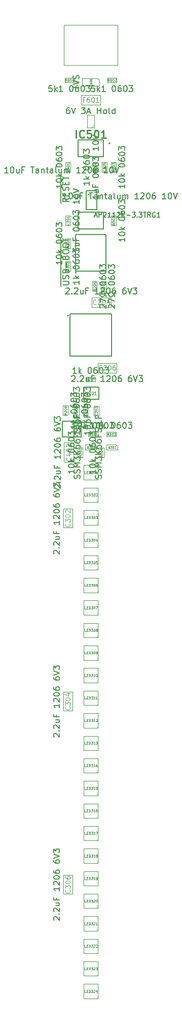
<source format=gbr>
G04 #@! TF.GenerationSoftware,KiCad,Pcbnew,(6.0.4)*
G04 #@! TF.CreationDate,2023-09-20T22:58:23-06:00*
G04 #@! TF.ProjectId,RP2040-Breadstick,52503230-3430-42d4-9272-656164737469,0.2*
G04 #@! TF.SameCoordinates,Original*
G04 #@! TF.FileFunction,AssemblyDrawing,Top*
%FSLAX46Y46*%
G04 Gerber Fmt 4.6, Leading zero omitted, Abs format (unit mm)*
G04 Created by KiCad (PCBNEW (6.0.4)) date 2023-09-20 22:58:23*
%MOMM*%
%LPD*%
G01*
G04 APERTURE LIST*
%ADD10C,0.150000*%
%ADD11C,0.120000*%
%ADD12C,0.060000*%
%ADD13C,0.050000*%
%ADD14C,0.254000*%
%ADD15C,0.125000*%
%ADD16C,0.100000*%
%ADD17C,0.127000*%
%ADD18C,0.200000*%
G04 APERTURE END LIST*
D10*
X80400019Y-94041171D02*
X80352400Y-93993552D01*
X80304780Y-93898314D01*
X80304780Y-93660219D01*
X80352400Y-93564980D01*
X80400019Y-93517361D01*
X80495257Y-93469742D01*
X80590495Y-93469742D01*
X80733352Y-93517361D01*
X81304780Y-94088790D01*
X81304780Y-93469742D01*
X81209542Y-93041171D02*
X81257161Y-92993552D01*
X81304780Y-93041171D01*
X81257161Y-93088790D01*
X81209542Y-93041171D01*
X81304780Y-93041171D01*
X80400019Y-92612600D02*
X80352400Y-92564980D01*
X80304780Y-92469742D01*
X80304780Y-92231647D01*
X80352400Y-92136409D01*
X80400019Y-92088790D01*
X80495257Y-92041171D01*
X80590495Y-92041171D01*
X80733352Y-92088790D01*
X81304780Y-92660219D01*
X81304780Y-92041171D01*
X80638114Y-91184028D02*
X81304780Y-91184028D01*
X80638114Y-91612600D02*
X81161923Y-91612600D01*
X81257161Y-91564980D01*
X81304780Y-91469742D01*
X81304780Y-91326885D01*
X81257161Y-91231647D01*
X81209542Y-91184028D01*
X80780971Y-90374504D02*
X80780971Y-90707838D01*
X81304780Y-90707838D02*
X80304780Y-90707838D01*
X80304780Y-90231647D01*
X81304780Y-88564980D02*
X81304780Y-89136409D01*
X81304780Y-88850695D02*
X80304780Y-88850695D01*
X80447638Y-88945933D01*
X80542876Y-89041171D01*
X80590495Y-89136409D01*
X80400019Y-88184028D02*
X80352400Y-88136409D01*
X80304780Y-88041171D01*
X80304780Y-87803076D01*
X80352400Y-87707838D01*
X80400019Y-87660219D01*
X80495257Y-87612600D01*
X80590495Y-87612600D01*
X80733352Y-87660219D01*
X81304780Y-88231647D01*
X81304780Y-87612600D01*
X80304780Y-86993552D02*
X80304780Y-86898314D01*
X80352400Y-86803076D01*
X80400019Y-86755457D01*
X80495257Y-86707838D01*
X80685733Y-86660219D01*
X80923828Y-86660219D01*
X81114304Y-86707838D01*
X81209542Y-86755457D01*
X81257161Y-86803076D01*
X81304780Y-86898314D01*
X81304780Y-86993552D01*
X81257161Y-87088790D01*
X81209542Y-87136409D01*
X81114304Y-87184028D01*
X80923828Y-87231647D01*
X80685733Y-87231647D01*
X80495257Y-87184028D01*
X80400019Y-87136409D01*
X80352400Y-87088790D01*
X80304780Y-86993552D01*
X80304780Y-85803076D02*
X80304780Y-85993552D01*
X80352400Y-86088790D01*
X80400019Y-86136409D01*
X80542876Y-86231647D01*
X80733352Y-86279266D01*
X81114304Y-86279266D01*
X81209542Y-86231647D01*
X81257161Y-86184028D01*
X81304780Y-86088790D01*
X81304780Y-85898314D01*
X81257161Y-85803076D01*
X81209542Y-85755457D01*
X81114304Y-85707838D01*
X80876209Y-85707838D01*
X80780971Y-85755457D01*
X80733352Y-85803076D01*
X80685733Y-85898314D01*
X80685733Y-86088790D01*
X80733352Y-86184028D01*
X80780971Y-86231647D01*
X80876209Y-86279266D01*
X80304780Y-84088790D02*
X80304780Y-84279266D01*
X80352400Y-84374504D01*
X80400019Y-84422123D01*
X80542876Y-84517361D01*
X80733352Y-84564980D01*
X81114304Y-84564980D01*
X81209542Y-84517361D01*
X81257161Y-84469742D01*
X81304780Y-84374504D01*
X81304780Y-84184028D01*
X81257161Y-84088790D01*
X81209542Y-84041171D01*
X81114304Y-83993552D01*
X80876209Y-83993552D01*
X80780971Y-84041171D01*
X80733352Y-84088790D01*
X80685733Y-84184028D01*
X80685733Y-84374504D01*
X80733352Y-84469742D01*
X80780971Y-84517361D01*
X80876209Y-84564980D01*
X80304780Y-83707838D02*
X81304780Y-83374504D01*
X80304780Y-83041171D01*
X80304780Y-82803076D02*
X80304780Y-82184028D01*
X80685733Y-82517361D01*
X80685733Y-82374504D01*
X80733352Y-82279266D01*
X80780971Y-82231647D01*
X80876209Y-82184028D01*
X81114304Y-82184028D01*
X81209542Y-82231647D01*
X81257161Y-82279266D01*
X81304780Y-82374504D01*
X81304780Y-82660219D01*
X81257161Y-82755457D01*
X81209542Y-82803076D01*
D11*
X82988114Y-89007838D02*
X83026209Y-89045933D01*
X83064304Y-89160219D01*
X83064304Y-89236409D01*
X83026209Y-89350695D01*
X82950019Y-89426885D01*
X82873828Y-89464980D01*
X82721447Y-89503076D01*
X82607161Y-89503076D01*
X82454780Y-89464980D01*
X82378590Y-89426885D01*
X82302400Y-89350695D01*
X82264304Y-89236409D01*
X82264304Y-89160219D01*
X82302400Y-89045933D01*
X82340495Y-89007838D01*
X82530971Y-88322123D02*
X83064304Y-88322123D01*
X82226209Y-88512600D02*
X82797638Y-88703076D01*
X82797638Y-88207838D01*
X82264304Y-87750695D02*
X82264304Y-87674504D01*
X82302400Y-87598314D01*
X82340495Y-87560219D01*
X82416685Y-87522123D01*
X82569066Y-87484028D01*
X82759542Y-87484028D01*
X82911923Y-87522123D01*
X82988114Y-87560219D01*
X83026209Y-87598314D01*
X83064304Y-87674504D01*
X83064304Y-87750695D01*
X83026209Y-87826885D01*
X82988114Y-87864980D01*
X82911923Y-87903076D01*
X82759542Y-87941171D01*
X82569066Y-87941171D01*
X82416685Y-87903076D01*
X82340495Y-87864980D01*
X82302400Y-87826885D01*
X82264304Y-87750695D01*
X82340495Y-87179266D02*
X82302400Y-87141171D01*
X82264304Y-87064980D01*
X82264304Y-86874504D01*
X82302400Y-86798314D01*
X82340495Y-86760219D01*
X82416685Y-86722123D01*
X82492876Y-86722123D01*
X82607161Y-86760219D01*
X83064304Y-87217361D01*
X83064304Y-86722123D01*
D10*
X86144380Y-43044761D02*
X86144380Y-43616190D01*
X86144380Y-43330476D02*
X85144380Y-43330476D01*
X85287238Y-43425714D01*
X85382476Y-43520952D01*
X85430095Y-43616190D01*
X86144380Y-42616190D02*
X85144380Y-42616190D01*
X85763428Y-42520952D02*
X86144380Y-42235238D01*
X85477714Y-42235238D02*
X85858666Y-42616190D01*
X85144380Y-40854285D02*
X85144380Y-40759047D01*
X85192000Y-40663809D01*
X85239619Y-40616190D01*
X85334857Y-40568571D01*
X85525333Y-40520952D01*
X85763428Y-40520952D01*
X85953904Y-40568571D01*
X86049142Y-40616190D01*
X86096761Y-40663809D01*
X86144380Y-40759047D01*
X86144380Y-40854285D01*
X86096761Y-40949523D01*
X86049142Y-40997142D01*
X85953904Y-41044761D01*
X85763428Y-41092380D01*
X85525333Y-41092380D01*
X85334857Y-41044761D01*
X85239619Y-40997142D01*
X85192000Y-40949523D01*
X85144380Y-40854285D01*
X85144380Y-39663809D02*
X85144380Y-39854285D01*
X85192000Y-39949523D01*
X85239619Y-39997142D01*
X85382476Y-40092380D01*
X85572952Y-40140000D01*
X85953904Y-40140000D01*
X86049142Y-40092380D01*
X86096761Y-40044761D01*
X86144380Y-39949523D01*
X86144380Y-39759047D01*
X86096761Y-39663809D01*
X86049142Y-39616190D01*
X85953904Y-39568571D01*
X85715809Y-39568571D01*
X85620571Y-39616190D01*
X85572952Y-39663809D01*
X85525333Y-39759047D01*
X85525333Y-39949523D01*
X85572952Y-40044761D01*
X85620571Y-40092380D01*
X85715809Y-40140000D01*
X85144380Y-38949523D02*
X85144380Y-38854285D01*
X85192000Y-38759047D01*
X85239619Y-38711428D01*
X85334857Y-38663809D01*
X85525333Y-38616190D01*
X85763428Y-38616190D01*
X85953904Y-38663809D01*
X86049142Y-38711428D01*
X86096761Y-38759047D01*
X86144380Y-38854285D01*
X86144380Y-38949523D01*
X86096761Y-39044761D01*
X86049142Y-39092380D01*
X85953904Y-39140000D01*
X85763428Y-39187619D01*
X85525333Y-39187619D01*
X85334857Y-39140000D01*
X85239619Y-39092380D01*
X85192000Y-39044761D01*
X85144380Y-38949523D01*
X85144380Y-38282857D02*
X85144380Y-37663809D01*
X85525333Y-37997142D01*
X85525333Y-37854285D01*
X85572952Y-37759047D01*
X85620571Y-37711428D01*
X85715809Y-37663809D01*
X85953904Y-37663809D01*
X86049142Y-37711428D01*
X86096761Y-37759047D01*
X86144380Y-37854285D01*
X86144380Y-38140000D01*
X86096761Y-38235238D01*
X86049142Y-38282857D01*
D12*
X87302952Y-41087619D02*
X87112476Y-41220952D01*
X87302952Y-41316190D02*
X86902952Y-41316190D01*
X86902952Y-41163809D01*
X86922000Y-41125714D01*
X86941047Y-41106666D01*
X86979142Y-41087619D01*
X87036285Y-41087619D01*
X87074380Y-41106666D01*
X87093428Y-41125714D01*
X87112476Y-41163809D01*
X87112476Y-41316190D01*
X86941047Y-40935238D02*
X86922000Y-40916190D01*
X86902952Y-40878095D01*
X86902952Y-40782857D01*
X86922000Y-40744761D01*
X86941047Y-40725714D01*
X86979142Y-40706666D01*
X87017238Y-40706666D01*
X87074380Y-40725714D01*
X87302952Y-40954285D01*
X87302952Y-40706666D01*
X86902952Y-40459047D02*
X86902952Y-40420952D01*
X86922000Y-40382857D01*
X86941047Y-40363809D01*
X86979142Y-40344761D01*
X87055333Y-40325714D01*
X87150571Y-40325714D01*
X87226761Y-40344761D01*
X87264857Y-40363809D01*
X87283904Y-40382857D01*
X87302952Y-40420952D01*
X87302952Y-40459047D01*
X87283904Y-40497142D01*
X87264857Y-40516190D01*
X87226761Y-40535238D01*
X87150571Y-40554285D01*
X87055333Y-40554285D01*
X86979142Y-40535238D01*
X86941047Y-40516190D01*
X86922000Y-40497142D01*
X86902952Y-40459047D01*
X87036285Y-39982857D02*
X87302952Y-39982857D01*
X86883904Y-40078095D02*
X87169619Y-40173333D01*
X87169619Y-39925714D01*
D13*
X85571828Y-132915754D02*
X85381352Y-132915754D01*
X85381352Y-132515754D01*
X85705161Y-132706230D02*
X85838495Y-132706230D01*
X85895638Y-132915754D02*
X85705161Y-132915754D01*
X85705161Y-132515754D01*
X85895638Y-132515754D01*
X86067066Y-132915754D02*
X86067066Y-132515754D01*
X86162304Y-132515754D01*
X86219447Y-132534802D01*
X86257542Y-132572897D01*
X86276590Y-132610992D01*
X86295638Y-132687182D01*
X86295638Y-132744325D01*
X86276590Y-132820516D01*
X86257542Y-132858611D01*
X86219447Y-132896706D01*
X86162304Y-132915754D01*
X86067066Y-132915754D01*
X86428971Y-132515754D02*
X86676590Y-132515754D01*
X86543257Y-132668135D01*
X86600400Y-132668135D01*
X86638495Y-132687182D01*
X86657542Y-132706230D01*
X86676590Y-132744325D01*
X86676590Y-132839563D01*
X86657542Y-132877659D01*
X86638495Y-132896706D01*
X86600400Y-132915754D01*
X86486114Y-132915754D01*
X86448019Y-132896706D01*
X86428971Y-132877659D01*
X87057542Y-132915754D02*
X86828971Y-132915754D01*
X86943257Y-132915754D02*
X86943257Y-132515754D01*
X86905161Y-132572897D01*
X86867066Y-132610992D01*
X86828971Y-132630040D01*
X87209923Y-132553849D02*
X87228971Y-132534802D01*
X87267066Y-132515754D01*
X87362304Y-132515754D01*
X87400400Y-132534802D01*
X87419447Y-132553849D01*
X87438495Y-132591944D01*
X87438495Y-132630040D01*
X87419447Y-132687182D01*
X87190876Y-132915754D01*
X87438495Y-132915754D01*
D10*
X86908047Y-84112380D02*
X86336619Y-84112380D01*
X86622333Y-84112380D02*
X86622333Y-83112380D01*
X86527095Y-83255238D01*
X86431857Y-83350476D01*
X86336619Y-83398095D01*
X87527095Y-83112380D02*
X87622333Y-83112380D01*
X87717571Y-83160000D01*
X87765190Y-83207619D01*
X87812809Y-83302857D01*
X87860428Y-83493333D01*
X87860428Y-83731428D01*
X87812809Y-83921904D01*
X87765190Y-84017142D01*
X87717571Y-84064761D01*
X87622333Y-84112380D01*
X87527095Y-84112380D01*
X87431857Y-84064761D01*
X87384238Y-84017142D01*
X87336619Y-83921904D01*
X87289000Y-83731428D01*
X87289000Y-83493333D01*
X87336619Y-83302857D01*
X87384238Y-83207619D01*
X87431857Y-83160000D01*
X87527095Y-83112380D01*
X88289000Y-84112380D02*
X88289000Y-83112380D01*
X88384238Y-83731428D02*
X88669952Y-84112380D01*
X88669952Y-83445714D02*
X88289000Y-83826666D01*
X90050904Y-83112380D02*
X90146142Y-83112380D01*
X90241380Y-83160000D01*
X90289000Y-83207619D01*
X90336619Y-83302857D01*
X90384238Y-83493333D01*
X90384238Y-83731428D01*
X90336619Y-83921904D01*
X90289000Y-84017142D01*
X90241380Y-84064761D01*
X90146142Y-84112380D01*
X90050904Y-84112380D01*
X89955666Y-84064761D01*
X89908047Y-84017142D01*
X89860428Y-83921904D01*
X89812809Y-83731428D01*
X89812809Y-83493333D01*
X89860428Y-83302857D01*
X89908047Y-83207619D01*
X89955666Y-83160000D01*
X90050904Y-83112380D01*
X91241380Y-83112380D02*
X91050904Y-83112380D01*
X90955666Y-83160000D01*
X90908047Y-83207619D01*
X90812809Y-83350476D01*
X90765190Y-83540952D01*
X90765190Y-83921904D01*
X90812809Y-84017142D01*
X90860428Y-84064761D01*
X90955666Y-84112380D01*
X91146142Y-84112380D01*
X91241380Y-84064761D01*
X91289000Y-84017142D01*
X91336619Y-83921904D01*
X91336619Y-83683809D01*
X91289000Y-83588571D01*
X91241380Y-83540952D01*
X91146142Y-83493333D01*
X90955666Y-83493333D01*
X90860428Y-83540952D01*
X90812809Y-83588571D01*
X90765190Y-83683809D01*
X91955666Y-83112380D02*
X92050904Y-83112380D01*
X92146142Y-83160000D01*
X92193761Y-83207619D01*
X92241380Y-83302857D01*
X92289000Y-83493333D01*
X92289000Y-83731428D01*
X92241380Y-83921904D01*
X92193761Y-84017142D01*
X92146142Y-84064761D01*
X92050904Y-84112380D01*
X91955666Y-84112380D01*
X91860428Y-84064761D01*
X91812809Y-84017142D01*
X91765190Y-83921904D01*
X91717571Y-83731428D01*
X91717571Y-83493333D01*
X91765190Y-83302857D01*
X91812809Y-83207619D01*
X91860428Y-83160000D01*
X91955666Y-83112380D01*
X92622333Y-83112380D02*
X93241380Y-83112380D01*
X92908047Y-83493333D01*
X93050904Y-83493333D01*
X93146142Y-83540952D01*
X93193761Y-83588571D01*
X93241380Y-83683809D01*
X93241380Y-83921904D01*
X93193761Y-84017142D01*
X93146142Y-84064761D01*
X93050904Y-84112380D01*
X92765190Y-84112380D01*
X92669952Y-84064761D01*
X92622333Y-84017142D01*
D12*
X89341380Y-85270952D02*
X89208047Y-85080476D01*
X89112809Y-85270952D02*
X89112809Y-84870952D01*
X89265190Y-84870952D01*
X89303285Y-84890000D01*
X89322333Y-84909047D01*
X89341380Y-84947142D01*
X89341380Y-85004285D01*
X89322333Y-85042380D01*
X89303285Y-85061428D01*
X89265190Y-85080476D01*
X89112809Y-85080476D01*
X89474714Y-84870952D02*
X89722333Y-84870952D01*
X89589000Y-85023333D01*
X89646142Y-85023333D01*
X89684238Y-85042380D01*
X89703285Y-85061428D01*
X89722333Y-85099523D01*
X89722333Y-85194761D01*
X89703285Y-85232857D01*
X89684238Y-85251904D01*
X89646142Y-85270952D01*
X89531857Y-85270952D01*
X89493761Y-85251904D01*
X89474714Y-85232857D01*
X89969952Y-84870952D02*
X90008047Y-84870952D01*
X90046142Y-84890000D01*
X90065190Y-84909047D01*
X90084238Y-84947142D01*
X90103285Y-85023333D01*
X90103285Y-85118571D01*
X90084238Y-85194761D01*
X90065190Y-85232857D01*
X90046142Y-85251904D01*
X90008047Y-85270952D01*
X89969952Y-85270952D01*
X89931857Y-85251904D01*
X89912809Y-85232857D01*
X89893761Y-85194761D01*
X89874714Y-85118571D01*
X89874714Y-85023333D01*
X89893761Y-84947142D01*
X89912809Y-84909047D01*
X89931857Y-84890000D01*
X89969952Y-84870952D01*
X90236619Y-84870952D02*
X90484238Y-84870952D01*
X90350904Y-85023333D01*
X90408047Y-85023333D01*
X90446142Y-85042380D01*
X90465190Y-85061428D01*
X90484238Y-85099523D01*
X90484238Y-85194761D01*
X90465190Y-85232857D01*
X90446142Y-85251904D01*
X90408047Y-85270952D01*
X90293761Y-85270952D01*
X90255666Y-85251904D01*
X90236619Y-85232857D01*
D13*
X85571828Y-170463574D02*
X85381352Y-170463574D01*
X85381352Y-170063574D01*
X85705161Y-170254050D02*
X85838495Y-170254050D01*
X85895638Y-170463574D02*
X85705161Y-170463574D01*
X85705161Y-170063574D01*
X85895638Y-170063574D01*
X86067066Y-170463574D02*
X86067066Y-170063574D01*
X86162304Y-170063574D01*
X86219447Y-170082622D01*
X86257542Y-170120717D01*
X86276590Y-170158812D01*
X86295638Y-170235002D01*
X86295638Y-170292145D01*
X86276590Y-170368336D01*
X86257542Y-170406431D01*
X86219447Y-170444526D01*
X86162304Y-170463574D01*
X86067066Y-170463574D01*
X86428971Y-170063574D02*
X86676590Y-170063574D01*
X86543257Y-170215955D01*
X86600400Y-170215955D01*
X86638495Y-170235002D01*
X86657542Y-170254050D01*
X86676590Y-170292145D01*
X86676590Y-170387383D01*
X86657542Y-170425479D01*
X86638495Y-170444526D01*
X86600400Y-170463574D01*
X86486114Y-170463574D01*
X86448019Y-170444526D01*
X86428971Y-170425479D01*
X86828971Y-170101669D02*
X86848019Y-170082622D01*
X86886114Y-170063574D01*
X86981352Y-170063574D01*
X87019447Y-170082622D01*
X87038495Y-170101669D01*
X87057542Y-170139764D01*
X87057542Y-170177860D01*
X87038495Y-170235002D01*
X86809923Y-170463574D01*
X87057542Y-170463574D01*
X87209923Y-170101669D02*
X87228971Y-170082622D01*
X87267066Y-170063574D01*
X87362304Y-170063574D01*
X87400400Y-170082622D01*
X87419447Y-170101669D01*
X87438495Y-170139764D01*
X87438495Y-170177860D01*
X87419447Y-170235002D01*
X87190876Y-170463574D01*
X87438495Y-170463574D01*
X85571828Y-166708792D02*
X85381352Y-166708792D01*
X85381352Y-166308792D01*
X85705161Y-166499268D02*
X85838495Y-166499268D01*
X85895638Y-166708792D02*
X85705161Y-166708792D01*
X85705161Y-166308792D01*
X85895638Y-166308792D01*
X86067066Y-166708792D02*
X86067066Y-166308792D01*
X86162304Y-166308792D01*
X86219447Y-166327840D01*
X86257542Y-166365935D01*
X86276590Y-166404030D01*
X86295638Y-166480220D01*
X86295638Y-166537363D01*
X86276590Y-166613554D01*
X86257542Y-166651649D01*
X86219447Y-166689744D01*
X86162304Y-166708792D01*
X86067066Y-166708792D01*
X86428971Y-166308792D02*
X86676590Y-166308792D01*
X86543257Y-166461173D01*
X86600400Y-166461173D01*
X86638495Y-166480220D01*
X86657542Y-166499268D01*
X86676590Y-166537363D01*
X86676590Y-166632601D01*
X86657542Y-166670697D01*
X86638495Y-166689744D01*
X86600400Y-166708792D01*
X86486114Y-166708792D01*
X86448019Y-166689744D01*
X86428971Y-166670697D01*
X86828971Y-166346887D02*
X86848019Y-166327840D01*
X86886114Y-166308792D01*
X86981352Y-166308792D01*
X87019447Y-166327840D01*
X87038495Y-166346887D01*
X87057542Y-166384982D01*
X87057542Y-166423078D01*
X87038495Y-166480220D01*
X86809923Y-166708792D01*
X87057542Y-166708792D01*
X87438495Y-166708792D02*
X87209923Y-166708792D01*
X87324209Y-166708792D02*
X87324209Y-166308792D01*
X87286114Y-166365935D01*
X87248019Y-166404030D01*
X87209923Y-166423078D01*
D10*
X85854780Y-83557761D02*
X85854780Y-84129190D01*
X85854780Y-83843476D02*
X84854780Y-83843476D01*
X84997638Y-83938714D01*
X85092876Y-84033952D01*
X85140495Y-84129190D01*
X85854780Y-83129190D02*
X84854780Y-83129190D01*
X85473828Y-83033952D02*
X85854780Y-82748238D01*
X85188114Y-82748238D02*
X85569066Y-83129190D01*
X84854780Y-81367285D02*
X84854780Y-81272047D01*
X84902400Y-81176809D01*
X84950019Y-81129190D01*
X85045257Y-81081571D01*
X85235733Y-81033952D01*
X85473828Y-81033952D01*
X85664304Y-81081571D01*
X85759542Y-81129190D01*
X85807161Y-81176809D01*
X85854780Y-81272047D01*
X85854780Y-81367285D01*
X85807161Y-81462523D01*
X85759542Y-81510142D01*
X85664304Y-81557761D01*
X85473828Y-81605380D01*
X85235733Y-81605380D01*
X85045257Y-81557761D01*
X84950019Y-81510142D01*
X84902400Y-81462523D01*
X84854780Y-81367285D01*
X84854780Y-80176809D02*
X84854780Y-80367285D01*
X84902400Y-80462523D01*
X84950019Y-80510142D01*
X85092876Y-80605380D01*
X85283352Y-80653000D01*
X85664304Y-80653000D01*
X85759542Y-80605380D01*
X85807161Y-80557761D01*
X85854780Y-80462523D01*
X85854780Y-80272047D01*
X85807161Y-80176809D01*
X85759542Y-80129190D01*
X85664304Y-80081571D01*
X85426209Y-80081571D01*
X85330971Y-80129190D01*
X85283352Y-80176809D01*
X85235733Y-80272047D01*
X85235733Y-80462523D01*
X85283352Y-80557761D01*
X85330971Y-80605380D01*
X85426209Y-80653000D01*
X84854780Y-79462523D02*
X84854780Y-79367285D01*
X84902400Y-79272047D01*
X84950019Y-79224428D01*
X85045257Y-79176809D01*
X85235733Y-79129190D01*
X85473828Y-79129190D01*
X85664304Y-79176809D01*
X85759542Y-79224428D01*
X85807161Y-79272047D01*
X85854780Y-79367285D01*
X85854780Y-79462523D01*
X85807161Y-79557761D01*
X85759542Y-79605380D01*
X85664304Y-79653000D01*
X85473828Y-79700619D01*
X85235733Y-79700619D01*
X85045257Y-79653000D01*
X84950019Y-79605380D01*
X84902400Y-79557761D01*
X84854780Y-79462523D01*
X84854780Y-78795857D02*
X84854780Y-78176809D01*
X85235733Y-78510142D01*
X85235733Y-78367285D01*
X85283352Y-78272047D01*
X85330971Y-78224428D01*
X85426209Y-78176809D01*
X85664304Y-78176809D01*
X85759542Y-78224428D01*
X85807161Y-78272047D01*
X85854780Y-78367285D01*
X85854780Y-78653000D01*
X85807161Y-78748238D01*
X85759542Y-78795857D01*
D12*
X84153352Y-81600619D02*
X83962876Y-81733952D01*
X84153352Y-81829190D02*
X83753352Y-81829190D01*
X83753352Y-81676809D01*
X83772400Y-81638714D01*
X83791447Y-81619666D01*
X83829542Y-81600619D01*
X83886685Y-81600619D01*
X83924780Y-81619666D01*
X83943828Y-81638714D01*
X83962876Y-81676809D01*
X83962876Y-81829190D01*
X83791447Y-81448238D02*
X83772400Y-81429190D01*
X83753352Y-81391095D01*
X83753352Y-81295857D01*
X83772400Y-81257761D01*
X83791447Y-81238714D01*
X83829542Y-81219666D01*
X83867638Y-81219666D01*
X83924780Y-81238714D01*
X84153352Y-81467285D01*
X84153352Y-81219666D01*
X83753352Y-80972047D02*
X83753352Y-80933952D01*
X83772400Y-80895857D01*
X83791447Y-80876809D01*
X83829542Y-80857761D01*
X83905733Y-80838714D01*
X84000971Y-80838714D01*
X84077161Y-80857761D01*
X84115257Y-80876809D01*
X84134304Y-80895857D01*
X84153352Y-80933952D01*
X84153352Y-80972047D01*
X84134304Y-81010142D01*
X84115257Y-81029190D01*
X84077161Y-81048238D01*
X84000971Y-81067285D01*
X83905733Y-81067285D01*
X83829542Y-81048238D01*
X83791447Y-81029190D01*
X83772400Y-81010142D01*
X83753352Y-80972047D01*
X84153352Y-80648238D02*
X84153352Y-80572047D01*
X84134304Y-80533952D01*
X84115257Y-80514904D01*
X84058114Y-80476809D01*
X83981923Y-80457761D01*
X83829542Y-80457761D01*
X83791447Y-80476809D01*
X83772400Y-80495857D01*
X83753352Y-80533952D01*
X83753352Y-80610142D01*
X83772400Y-80648238D01*
X83791447Y-80667285D01*
X83829542Y-80686333D01*
X83924780Y-80686333D01*
X83962876Y-80667285D01*
X83981923Y-80648238D01*
X84000971Y-80610142D01*
X84000971Y-80533952D01*
X83981923Y-80495857D01*
X83962876Y-80476809D01*
X83924780Y-80457761D01*
D10*
X84025980Y-83532361D02*
X84025980Y-84103790D01*
X84025980Y-83818076D02*
X83025980Y-83818076D01*
X83168838Y-83913314D01*
X83264076Y-84008552D01*
X83311695Y-84103790D01*
X84025980Y-83103790D02*
X83025980Y-83103790D01*
X83645028Y-83008552D02*
X84025980Y-82722838D01*
X83359314Y-82722838D02*
X83740266Y-83103790D01*
X83025980Y-81341885D02*
X83025980Y-81246647D01*
X83073600Y-81151409D01*
X83121219Y-81103790D01*
X83216457Y-81056171D01*
X83406933Y-81008552D01*
X83645028Y-81008552D01*
X83835504Y-81056171D01*
X83930742Y-81103790D01*
X83978361Y-81151409D01*
X84025980Y-81246647D01*
X84025980Y-81341885D01*
X83978361Y-81437123D01*
X83930742Y-81484742D01*
X83835504Y-81532361D01*
X83645028Y-81579980D01*
X83406933Y-81579980D01*
X83216457Y-81532361D01*
X83121219Y-81484742D01*
X83073600Y-81437123D01*
X83025980Y-81341885D01*
X83025980Y-80151409D02*
X83025980Y-80341885D01*
X83073600Y-80437123D01*
X83121219Y-80484742D01*
X83264076Y-80579980D01*
X83454552Y-80627600D01*
X83835504Y-80627600D01*
X83930742Y-80579980D01*
X83978361Y-80532361D01*
X84025980Y-80437123D01*
X84025980Y-80246647D01*
X83978361Y-80151409D01*
X83930742Y-80103790D01*
X83835504Y-80056171D01*
X83597409Y-80056171D01*
X83502171Y-80103790D01*
X83454552Y-80151409D01*
X83406933Y-80246647D01*
X83406933Y-80437123D01*
X83454552Y-80532361D01*
X83502171Y-80579980D01*
X83597409Y-80627600D01*
X83025980Y-79437123D02*
X83025980Y-79341885D01*
X83073600Y-79246647D01*
X83121219Y-79199028D01*
X83216457Y-79151409D01*
X83406933Y-79103790D01*
X83645028Y-79103790D01*
X83835504Y-79151409D01*
X83930742Y-79199028D01*
X83978361Y-79246647D01*
X84025980Y-79341885D01*
X84025980Y-79437123D01*
X83978361Y-79532361D01*
X83930742Y-79579980D01*
X83835504Y-79627600D01*
X83645028Y-79675219D01*
X83406933Y-79675219D01*
X83216457Y-79627600D01*
X83121219Y-79579980D01*
X83073600Y-79532361D01*
X83025980Y-79437123D01*
X83025980Y-78770457D02*
X83025980Y-78151409D01*
X83406933Y-78484742D01*
X83406933Y-78341885D01*
X83454552Y-78246647D01*
X83502171Y-78199028D01*
X83597409Y-78151409D01*
X83835504Y-78151409D01*
X83930742Y-78199028D01*
X83978361Y-78246647D01*
X84025980Y-78341885D01*
X84025980Y-78627600D01*
X83978361Y-78722838D01*
X83930742Y-78770457D01*
D12*
X82324552Y-81575219D02*
X82134076Y-81708552D01*
X82324552Y-81803790D02*
X81924552Y-81803790D01*
X81924552Y-81651409D01*
X81943600Y-81613314D01*
X81962647Y-81594266D01*
X82000742Y-81575219D01*
X82057885Y-81575219D01*
X82095980Y-81594266D01*
X82115028Y-81613314D01*
X82134076Y-81651409D01*
X82134076Y-81803790D01*
X81962647Y-81422838D02*
X81943600Y-81403790D01*
X81924552Y-81365695D01*
X81924552Y-81270457D01*
X81943600Y-81232361D01*
X81962647Y-81213314D01*
X82000742Y-81194266D01*
X82038838Y-81194266D01*
X82095980Y-81213314D01*
X82324552Y-81441885D01*
X82324552Y-81194266D01*
X81924552Y-80946647D02*
X81924552Y-80908552D01*
X81943600Y-80870457D01*
X81962647Y-80851409D01*
X82000742Y-80832361D01*
X82076933Y-80813314D01*
X82172171Y-80813314D01*
X82248361Y-80832361D01*
X82286457Y-80851409D01*
X82305504Y-80870457D01*
X82324552Y-80908552D01*
X82324552Y-80946647D01*
X82305504Y-80984742D01*
X82286457Y-81003790D01*
X82248361Y-81022838D01*
X82172171Y-81041885D01*
X82076933Y-81041885D01*
X82000742Y-81022838D01*
X81962647Y-81003790D01*
X81943600Y-80984742D01*
X81924552Y-80946647D01*
X82095980Y-80584742D02*
X82076933Y-80622838D01*
X82057885Y-80641885D01*
X82019790Y-80660933D01*
X82000742Y-80660933D01*
X81962647Y-80641885D01*
X81943600Y-80622838D01*
X81924552Y-80584742D01*
X81924552Y-80508552D01*
X81943600Y-80470457D01*
X81962647Y-80451409D01*
X82000742Y-80432361D01*
X82019790Y-80432361D01*
X82057885Y-80451409D01*
X82076933Y-80470457D01*
X82095980Y-80508552D01*
X82095980Y-80584742D01*
X82115028Y-80622838D01*
X82134076Y-80641885D01*
X82172171Y-80660933D01*
X82248361Y-80660933D01*
X82286457Y-80641885D01*
X82305504Y-80622838D01*
X82324552Y-80584742D01*
X82324552Y-80508552D01*
X82305504Y-80470457D01*
X82286457Y-80451409D01*
X82248361Y-80432361D01*
X82172171Y-80432361D01*
X82134076Y-80451409D01*
X82115028Y-80470457D01*
X82095980Y-80508552D01*
D13*
X85571828Y-155444446D02*
X85381352Y-155444446D01*
X85381352Y-155044446D01*
X85705161Y-155234922D02*
X85838495Y-155234922D01*
X85895638Y-155444446D02*
X85705161Y-155444446D01*
X85705161Y-155044446D01*
X85895638Y-155044446D01*
X86067066Y-155444446D02*
X86067066Y-155044446D01*
X86162304Y-155044446D01*
X86219447Y-155063494D01*
X86257542Y-155101589D01*
X86276590Y-155139684D01*
X86295638Y-155215874D01*
X86295638Y-155273017D01*
X86276590Y-155349208D01*
X86257542Y-155387303D01*
X86219447Y-155425398D01*
X86162304Y-155444446D01*
X86067066Y-155444446D01*
X86428971Y-155044446D02*
X86676590Y-155044446D01*
X86543257Y-155196827D01*
X86600400Y-155196827D01*
X86638495Y-155215874D01*
X86657542Y-155234922D01*
X86676590Y-155273017D01*
X86676590Y-155368255D01*
X86657542Y-155406351D01*
X86638495Y-155425398D01*
X86600400Y-155444446D01*
X86486114Y-155444446D01*
X86448019Y-155425398D01*
X86428971Y-155406351D01*
X87057542Y-155444446D02*
X86828971Y-155444446D01*
X86943257Y-155444446D02*
X86943257Y-155044446D01*
X86905161Y-155101589D01*
X86867066Y-155139684D01*
X86828971Y-155158732D01*
X87286114Y-155215874D02*
X87248019Y-155196827D01*
X87228971Y-155177779D01*
X87209923Y-155139684D01*
X87209923Y-155120636D01*
X87228971Y-155082541D01*
X87248019Y-155063494D01*
X87286114Y-155044446D01*
X87362304Y-155044446D01*
X87400400Y-155063494D01*
X87419447Y-155082541D01*
X87438495Y-155120636D01*
X87438495Y-155139684D01*
X87419447Y-155177779D01*
X87400400Y-155196827D01*
X87362304Y-155215874D01*
X87286114Y-155215874D01*
X87248019Y-155234922D01*
X87228971Y-155253970D01*
X87209923Y-155292065D01*
X87209923Y-155368255D01*
X87228971Y-155406351D01*
X87248019Y-155425398D01*
X87286114Y-155444446D01*
X87362304Y-155444446D01*
X87400400Y-155425398D01*
X87419447Y-155406351D01*
X87438495Y-155368255D01*
X87438495Y-155292065D01*
X87419447Y-155253970D01*
X87400400Y-155234922D01*
X87362304Y-155215874D01*
D10*
X88070761Y-92487095D02*
X88118380Y-92344238D01*
X88118380Y-92106142D01*
X88070761Y-92010904D01*
X88023142Y-91963285D01*
X87927904Y-91915666D01*
X87832666Y-91915666D01*
X87737428Y-91963285D01*
X87689809Y-92010904D01*
X87642190Y-92106142D01*
X87594571Y-92296619D01*
X87546952Y-92391857D01*
X87499333Y-92439476D01*
X87404095Y-92487095D01*
X87308857Y-92487095D01*
X87213619Y-92439476D01*
X87166000Y-92391857D01*
X87118380Y-92296619D01*
X87118380Y-92058523D01*
X87166000Y-91915666D01*
X88070761Y-91534714D02*
X88118380Y-91391857D01*
X88118380Y-91153761D01*
X88070761Y-91058523D01*
X88023142Y-91010904D01*
X87927904Y-90963285D01*
X87832666Y-90963285D01*
X87737428Y-91010904D01*
X87689809Y-91058523D01*
X87642190Y-91153761D01*
X87594571Y-91344238D01*
X87546952Y-91439476D01*
X87499333Y-91487095D01*
X87404095Y-91534714D01*
X87308857Y-91534714D01*
X87213619Y-91487095D01*
X87166000Y-91439476D01*
X87118380Y-91344238D01*
X87118380Y-91106142D01*
X87166000Y-90963285D01*
X88118380Y-90534714D02*
X87118380Y-90534714D01*
X87832666Y-90201380D01*
X87118380Y-89868047D01*
X88118380Y-89868047D01*
X87118380Y-89487095D02*
X87118380Y-88868047D01*
X87499333Y-89201380D01*
X87499333Y-89058523D01*
X87546952Y-88963285D01*
X87594571Y-88915666D01*
X87689809Y-88868047D01*
X87927904Y-88868047D01*
X88023142Y-88915666D01*
X88070761Y-88963285D01*
X88118380Y-89058523D01*
X88118380Y-89344238D01*
X88070761Y-89439476D01*
X88023142Y-89487095D01*
X88118380Y-88439476D02*
X87118380Y-88439476D01*
X88118380Y-87868047D02*
X87546952Y-88296619D01*
X87118380Y-87868047D02*
X87689809Y-88439476D01*
X87118380Y-86963285D02*
X87118380Y-87439476D01*
X87594571Y-87487095D01*
X87546952Y-87439476D01*
X87499333Y-87344238D01*
X87499333Y-87106142D01*
X87546952Y-87010904D01*
X87594571Y-86963285D01*
X87689809Y-86915666D01*
X87927904Y-86915666D01*
X88023142Y-86963285D01*
X88070761Y-87010904D01*
X88118380Y-87106142D01*
X88118380Y-87344238D01*
X88070761Y-87439476D01*
X88023142Y-87487095D01*
X87118380Y-86058523D02*
X87118380Y-86249000D01*
X87166000Y-86344238D01*
X87213619Y-86391857D01*
X87356476Y-86487095D01*
X87546952Y-86534714D01*
X87927904Y-86534714D01*
X88023142Y-86487095D01*
X88070761Y-86439476D01*
X88118380Y-86344238D01*
X88118380Y-86153761D01*
X88070761Y-86058523D01*
X88023142Y-86010904D01*
X87927904Y-85963285D01*
X87689809Y-85963285D01*
X87594571Y-86010904D01*
X87546952Y-86058523D01*
X87499333Y-86153761D01*
X87499333Y-86344238D01*
X87546952Y-86439476D01*
X87594571Y-86487095D01*
X87689809Y-86534714D01*
X87594571Y-85201380D02*
X87594571Y-85534714D01*
X88118380Y-85534714D02*
X87118380Y-85534714D01*
X87118380Y-85058523D01*
X88070761Y-84725190D02*
X88118380Y-84582333D01*
X88118380Y-84344238D01*
X88070761Y-84249000D01*
X88023142Y-84201380D01*
X87927904Y-84153761D01*
X87832666Y-84153761D01*
X87737428Y-84201380D01*
X87689809Y-84249000D01*
X87642190Y-84344238D01*
X87594571Y-84534714D01*
X87546952Y-84629952D01*
X87499333Y-84677571D01*
X87404095Y-84725190D01*
X87308857Y-84725190D01*
X87213619Y-84677571D01*
X87166000Y-84629952D01*
X87118380Y-84534714D01*
X87118380Y-84296619D01*
X87166000Y-84153761D01*
X88070761Y-83677571D02*
X88118380Y-83677571D01*
X88213619Y-83725190D01*
X88261238Y-83772809D01*
X88118380Y-82772809D02*
X88118380Y-83249000D01*
X87118380Y-83249000D01*
X87594571Y-82106142D02*
X87594571Y-82439476D01*
X88118380Y-82439476D02*
X87118380Y-82439476D01*
X87118380Y-81963285D01*
D13*
X89549333Y-87440666D02*
X89516000Y-87424000D01*
X89482666Y-87390666D01*
X89432666Y-87340666D01*
X89399333Y-87324000D01*
X89366000Y-87324000D01*
X89382666Y-87407333D02*
X89349333Y-87390666D01*
X89316000Y-87357333D01*
X89299333Y-87290666D01*
X89299333Y-87174000D01*
X89316000Y-87107333D01*
X89349333Y-87074000D01*
X89382666Y-87057333D01*
X89449333Y-87057333D01*
X89482666Y-87074000D01*
X89516000Y-87107333D01*
X89532666Y-87174000D01*
X89532666Y-87290666D01*
X89516000Y-87357333D01*
X89482666Y-87390666D01*
X89449333Y-87407333D01*
X89382666Y-87407333D01*
X89649333Y-87057333D02*
X89866000Y-87057333D01*
X89749333Y-87190666D01*
X89799333Y-87190666D01*
X89832666Y-87207333D01*
X89849333Y-87224000D01*
X89866000Y-87257333D01*
X89866000Y-87340666D01*
X89849333Y-87374000D01*
X89832666Y-87390666D01*
X89799333Y-87407333D01*
X89699333Y-87407333D01*
X89666000Y-87390666D01*
X89649333Y-87374000D01*
X90082666Y-87057333D02*
X90116000Y-87057333D01*
X90149333Y-87074000D01*
X90166000Y-87090666D01*
X90182666Y-87124000D01*
X90199333Y-87190666D01*
X90199333Y-87274000D01*
X90182666Y-87340666D01*
X90166000Y-87374000D01*
X90149333Y-87390666D01*
X90116000Y-87407333D01*
X90082666Y-87407333D01*
X90049333Y-87390666D01*
X90032666Y-87374000D01*
X90016000Y-87340666D01*
X89999333Y-87274000D01*
X89999333Y-87190666D01*
X90016000Y-87124000D01*
X90032666Y-87090666D01*
X90049333Y-87074000D01*
X90082666Y-87057333D01*
X90332666Y-87090666D02*
X90349333Y-87074000D01*
X90382666Y-87057333D01*
X90466000Y-87057333D01*
X90499333Y-87074000D01*
X90516000Y-87090666D01*
X90532666Y-87124000D01*
X90532666Y-87157333D01*
X90516000Y-87207333D01*
X90316000Y-87407333D01*
X90532666Y-87407333D01*
D10*
X89427619Y-64079047D02*
X89380000Y-64031428D01*
X89332380Y-63936190D01*
X89332380Y-63698095D01*
X89380000Y-63602857D01*
X89427619Y-63555238D01*
X89522857Y-63507619D01*
X89618095Y-63507619D01*
X89760952Y-63555238D01*
X90332380Y-64126666D01*
X90332380Y-63507619D01*
X89332380Y-63174285D02*
X89332380Y-62507619D01*
X90332380Y-62936190D01*
X90332380Y-62174285D02*
X90332380Y-61936190D01*
X90141904Y-61936190D01*
X90094285Y-62031428D01*
X89999047Y-62126666D01*
X89856190Y-62174285D01*
X89618095Y-62174285D01*
X89475238Y-62126666D01*
X89380000Y-62031428D01*
X89332380Y-61888571D01*
X89332380Y-61698095D01*
X89380000Y-61555238D01*
X89475238Y-61460000D01*
X89618095Y-61412380D01*
X89856190Y-61412380D01*
X89999047Y-61460000D01*
X90094285Y-61555238D01*
X90141904Y-61650476D01*
X90332380Y-61650476D01*
X90332380Y-61412380D01*
X89332380Y-60031428D02*
X89332380Y-59936190D01*
X89380000Y-59840952D01*
X89427619Y-59793333D01*
X89522857Y-59745714D01*
X89713333Y-59698095D01*
X89951428Y-59698095D01*
X90141904Y-59745714D01*
X90237142Y-59793333D01*
X90284761Y-59840952D01*
X90332380Y-59936190D01*
X90332380Y-60031428D01*
X90284761Y-60126666D01*
X90237142Y-60174285D01*
X90141904Y-60221904D01*
X89951428Y-60269523D01*
X89713333Y-60269523D01*
X89522857Y-60221904D01*
X89427619Y-60174285D01*
X89380000Y-60126666D01*
X89332380Y-60031428D01*
X89332380Y-58840952D02*
X89332380Y-59031428D01*
X89380000Y-59126666D01*
X89427619Y-59174285D01*
X89570476Y-59269523D01*
X89760952Y-59317142D01*
X90141904Y-59317142D01*
X90237142Y-59269523D01*
X90284761Y-59221904D01*
X90332380Y-59126666D01*
X90332380Y-58936190D01*
X90284761Y-58840952D01*
X90237142Y-58793333D01*
X90141904Y-58745714D01*
X89903809Y-58745714D01*
X89808571Y-58793333D01*
X89760952Y-58840952D01*
X89713333Y-58936190D01*
X89713333Y-59126666D01*
X89760952Y-59221904D01*
X89808571Y-59269523D01*
X89903809Y-59317142D01*
X89332380Y-58126666D02*
X89332380Y-58031428D01*
X89380000Y-57936190D01*
X89427619Y-57888571D01*
X89522857Y-57840952D01*
X89713333Y-57793333D01*
X89951428Y-57793333D01*
X90141904Y-57840952D01*
X90237142Y-57888571D01*
X90284761Y-57936190D01*
X90332380Y-58031428D01*
X90332380Y-58126666D01*
X90284761Y-58221904D01*
X90237142Y-58269523D01*
X90141904Y-58317142D01*
X89951428Y-58364761D01*
X89713333Y-58364761D01*
X89522857Y-58317142D01*
X89427619Y-58269523D01*
X89380000Y-58221904D01*
X89332380Y-58126666D01*
X89332380Y-57460000D02*
X89332380Y-56840952D01*
X89713333Y-57174285D01*
X89713333Y-57031428D01*
X89760952Y-56936190D01*
X89808571Y-56888571D01*
X89903809Y-56840952D01*
X90141904Y-56840952D01*
X90237142Y-56888571D01*
X90284761Y-56936190D01*
X90332380Y-57031428D01*
X90332380Y-57317142D01*
X90284761Y-57412380D01*
X90237142Y-57460000D01*
D12*
X88630952Y-60907619D02*
X88440476Y-61040952D01*
X88630952Y-61136190D02*
X88230952Y-61136190D01*
X88230952Y-60983809D01*
X88250000Y-60945714D01*
X88269047Y-60926666D01*
X88307142Y-60907619D01*
X88364285Y-60907619D01*
X88402380Y-60926666D01*
X88421428Y-60945714D01*
X88440476Y-60983809D01*
X88440476Y-61136190D01*
X88269047Y-60755238D02*
X88250000Y-60736190D01*
X88230952Y-60698095D01*
X88230952Y-60602857D01*
X88250000Y-60564761D01*
X88269047Y-60545714D01*
X88307142Y-60526666D01*
X88345238Y-60526666D01*
X88402380Y-60545714D01*
X88630952Y-60774285D01*
X88630952Y-60526666D01*
X88230952Y-60279047D02*
X88230952Y-60240952D01*
X88250000Y-60202857D01*
X88269047Y-60183809D01*
X88307142Y-60164761D01*
X88383333Y-60145714D01*
X88478571Y-60145714D01*
X88554761Y-60164761D01*
X88592857Y-60183809D01*
X88611904Y-60202857D01*
X88630952Y-60240952D01*
X88630952Y-60279047D01*
X88611904Y-60317142D01*
X88592857Y-60336190D01*
X88554761Y-60355238D01*
X88478571Y-60374285D01*
X88383333Y-60374285D01*
X88307142Y-60355238D01*
X88269047Y-60336190D01*
X88250000Y-60317142D01*
X88230952Y-60279047D01*
X88230952Y-59783809D02*
X88230952Y-59974285D01*
X88421428Y-59993333D01*
X88402380Y-59974285D01*
X88383333Y-59936190D01*
X88383333Y-59840952D01*
X88402380Y-59802857D01*
X88421428Y-59783809D01*
X88459523Y-59764761D01*
X88554761Y-59764761D01*
X88592857Y-59783809D01*
X88611904Y-59802857D01*
X88630952Y-59840952D01*
X88630952Y-59936190D01*
X88611904Y-59974285D01*
X88592857Y-59993333D01*
D10*
X72575238Y-41594382D02*
X72003809Y-41594382D01*
X72289523Y-41594382D02*
X72289523Y-40594382D01*
X72194285Y-40737240D01*
X72099047Y-40832478D01*
X72003809Y-40880097D01*
X73194285Y-40594382D02*
X73289523Y-40594382D01*
X73384761Y-40642002D01*
X73432380Y-40689621D01*
X73480000Y-40784859D01*
X73527619Y-40975335D01*
X73527619Y-41213430D01*
X73480000Y-41403906D01*
X73432380Y-41499144D01*
X73384761Y-41546763D01*
X73289523Y-41594382D01*
X73194285Y-41594382D01*
X73099047Y-41546763D01*
X73051428Y-41499144D01*
X73003809Y-41403906D01*
X72956190Y-41213430D01*
X72956190Y-40975335D01*
X73003809Y-40784859D01*
X73051428Y-40689621D01*
X73099047Y-40642002D01*
X73194285Y-40594382D01*
X74384761Y-40927716D02*
X74384761Y-41594382D01*
X73956190Y-40927716D02*
X73956190Y-41451525D01*
X74003809Y-41546763D01*
X74099047Y-41594382D01*
X74241904Y-41594382D01*
X74337142Y-41546763D01*
X74384761Y-41499144D01*
X75194285Y-41070573D02*
X74860952Y-41070573D01*
X74860952Y-41594382D02*
X74860952Y-40594382D01*
X75337142Y-40594382D01*
X76337142Y-40594382D02*
X76908571Y-40594382D01*
X76622857Y-41594382D02*
X76622857Y-40594382D01*
X77670476Y-41594382D02*
X77670476Y-41070573D01*
X77622857Y-40975335D01*
X77527619Y-40927716D01*
X77337142Y-40927716D01*
X77241904Y-40975335D01*
X77670476Y-41546763D02*
X77575238Y-41594382D01*
X77337142Y-41594382D01*
X77241904Y-41546763D01*
X77194285Y-41451525D01*
X77194285Y-41356287D01*
X77241904Y-41261049D01*
X77337142Y-41213430D01*
X77575238Y-41213430D01*
X77670476Y-41165811D01*
X78146666Y-40927716D02*
X78146666Y-41594382D01*
X78146666Y-41022954D02*
X78194285Y-40975335D01*
X78289523Y-40927716D01*
X78432380Y-40927716D01*
X78527619Y-40975335D01*
X78575238Y-41070573D01*
X78575238Y-41594382D01*
X78908571Y-40927716D02*
X79289523Y-40927716D01*
X79051428Y-40594382D02*
X79051428Y-41451525D01*
X79099047Y-41546763D01*
X79194285Y-41594382D01*
X79289523Y-41594382D01*
X80051428Y-41594382D02*
X80051428Y-41070573D01*
X80003809Y-40975335D01*
X79908571Y-40927716D01*
X79718095Y-40927716D01*
X79622857Y-40975335D01*
X80051428Y-41546763D02*
X79956190Y-41594382D01*
X79718095Y-41594382D01*
X79622857Y-41546763D01*
X79575238Y-41451525D01*
X79575238Y-41356287D01*
X79622857Y-41261049D01*
X79718095Y-41213430D01*
X79956190Y-41213430D01*
X80051428Y-41165811D01*
X80670476Y-41594382D02*
X80575238Y-41546763D01*
X80527619Y-41451525D01*
X80527619Y-40594382D01*
X81480000Y-40927716D02*
X81480000Y-41594382D01*
X81051428Y-40927716D02*
X81051428Y-41451525D01*
X81099047Y-41546763D01*
X81194285Y-41594382D01*
X81337142Y-41594382D01*
X81432380Y-41546763D01*
X81480000Y-41499144D01*
X81956190Y-41594382D02*
X81956190Y-40927716D01*
X81956190Y-41022954D02*
X82003809Y-40975335D01*
X82099047Y-40927716D01*
X82241904Y-40927716D01*
X82337142Y-40975335D01*
X82384761Y-41070573D01*
X82384761Y-41594382D01*
X82384761Y-41070573D02*
X82432380Y-40975335D01*
X82527619Y-40927716D01*
X82670476Y-40927716D01*
X82765714Y-40975335D01*
X82813333Y-41070573D01*
X82813333Y-41594382D01*
X84575238Y-41594382D02*
X84003809Y-41594382D01*
X84289523Y-41594382D02*
X84289523Y-40594382D01*
X84194285Y-40737240D01*
X84099047Y-40832478D01*
X84003809Y-40880097D01*
X84956190Y-40689621D02*
X85003809Y-40642002D01*
X85099047Y-40594382D01*
X85337142Y-40594382D01*
X85432380Y-40642002D01*
X85480000Y-40689621D01*
X85527619Y-40784859D01*
X85527619Y-40880097D01*
X85480000Y-41022954D01*
X84908571Y-41594382D01*
X85527619Y-41594382D01*
X86146666Y-40594382D02*
X86241904Y-40594382D01*
X86337142Y-40642002D01*
X86384761Y-40689621D01*
X86432380Y-40784859D01*
X86480000Y-40975335D01*
X86480000Y-41213430D01*
X86432380Y-41403906D01*
X86384761Y-41499144D01*
X86337142Y-41546763D01*
X86241904Y-41594382D01*
X86146666Y-41594382D01*
X86051428Y-41546763D01*
X86003809Y-41499144D01*
X85956190Y-41403906D01*
X85908571Y-41213430D01*
X85908571Y-40975335D01*
X85956190Y-40784859D01*
X86003809Y-40689621D01*
X86051428Y-40642002D01*
X86146666Y-40594382D01*
X87337142Y-40594382D02*
X87146666Y-40594382D01*
X87051428Y-40642002D01*
X87003809Y-40689621D01*
X86908571Y-40832478D01*
X86860952Y-41022954D01*
X86860952Y-41403906D01*
X86908571Y-41499144D01*
X86956190Y-41546763D01*
X87051428Y-41594382D01*
X87241904Y-41594382D01*
X87337142Y-41546763D01*
X87384761Y-41499144D01*
X87432380Y-41403906D01*
X87432380Y-41165811D01*
X87384761Y-41070573D01*
X87337142Y-41022954D01*
X87241904Y-40975335D01*
X87051428Y-40975335D01*
X86956190Y-41022954D01*
X86908571Y-41070573D01*
X86860952Y-41165811D01*
X89146666Y-41594382D02*
X88575238Y-41594382D01*
X88860952Y-41594382D02*
X88860952Y-40594382D01*
X88765714Y-40737240D01*
X88670476Y-40832478D01*
X88575238Y-40880097D01*
X89765714Y-40594382D02*
X89860952Y-40594382D01*
X89956190Y-40642002D01*
X90003809Y-40689621D01*
X90051428Y-40784859D01*
X90099047Y-40975335D01*
X90099047Y-41213430D01*
X90051428Y-41403906D01*
X90003809Y-41499144D01*
X89956190Y-41546763D01*
X89860952Y-41594382D01*
X89765714Y-41594382D01*
X89670476Y-41546763D01*
X89622857Y-41499144D01*
X89575238Y-41403906D01*
X89527619Y-41213430D01*
X89527619Y-40975335D01*
X89575238Y-40784859D01*
X89622857Y-40689621D01*
X89670476Y-40642002D01*
X89765714Y-40594382D01*
X90384761Y-40594382D02*
X90718095Y-41594382D01*
X91051428Y-40594382D01*
X87668380Y-45282857D02*
X87668380Y-45854285D01*
X87668380Y-45568571D02*
X86668380Y-45568571D01*
X86811238Y-45663809D01*
X86906476Y-45759047D01*
X86954095Y-45854285D01*
X87001714Y-44425714D02*
X87668380Y-44425714D01*
X87001714Y-44854285D02*
X87525523Y-44854285D01*
X87620761Y-44806666D01*
X87668380Y-44711428D01*
X87668380Y-44568571D01*
X87620761Y-44473333D01*
X87573142Y-44425714D01*
X87144571Y-43616190D02*
X87144571Y-43949523D01*
X87668380Y-43949523D02*
X86668380Y-43949523D01*
X86668380Y-43473333D01*
X86668380Y-42140000D02*
X86668380Y-42044761D01*
X86716000Y-41949523D01*
X86763619Y-41901904D01*
X86858857Y-41854285D01*
X87049333Y-41806666D01*
X87287428Y-41806666D01*
X87477904Y-41854285D01*
X87573142Y-41901904D01*
X87620761Y-41949523D01*
X87668380Y-42044761D01*
X87668380Y-42140000D01*
X87620761Y-42235238D01*
X87573142Y-42282857D01*
X87477904Y-42330476D01*
X87287428Y-42378095D01*
X87049333Y-42378095D01*
X86858857Y-42330476D01*
X86763619Y-42282857D01*
X86716000Y-42235238D01*
X86668380Y-42140000D01*
X86668380Y-40949523D02*
X86668380Y-41140000D01*
X86716000Y-41235238D01*
X86763619Y-41282857D01*
X86906476Y-41378095D01*
X87096952Y-41425714D01*
X87477904Y-41425714D01*
X87573142Y-41378095D01*
X87620761Y-41330476D01*
X87668380Y-41235238D01*
X87668380Y-41044761D01*
X87620761Y-40949523D01*
X87573142Y-40901904D01*
X87477904Y-40854285D01*
X87239809Y-40854285D01*
X87144571Y-40901904D01*
X87096952Y-40949523D01*
X87049333Y-41044761D01*
X87049333Y-41235238D01*
X87096952Y-41330476D01*
X87144571Y-41378095D01*
X87239809Y-41425714D01*
X86668380Y-40235238D02*
X86668380Y-40140000D01*
X86716000Y-40044761D01*
X86763619Y-39997142D01*
X86858857Y-39949523D01*
X87049333Y-39901904D01*
X87287428Y-39901904D01*
X87477904Y-39949523D01*
X87573142Y-39997142D01*
X87620761Y-40044761D01*
X87668380Y-40140000D01*
X87668380Y-40235238D01*
X87620761Y-40330476D01*
X87573142Y-40378095D01*
X87477904Y-40425714D01*
X87287428Y-40473333D01*
X87049333Y-40473333D01*
X86858857Y-40425714D01*
X86763619Y-40378095D01*
X86716000Y-40330476D01*
X86668380Y-40235238D01*
X86668380Y-39568571D02*
X86668380Y-38949523D01*
X87049333Y-39282857D01*
X87049333Y-39140000D01*
X87096952Y-39044761D01*
X87144571Y-38997142D01*
X87239809Y-38949523D01*
X87477904Y-38949523D01*
X87573142Y-38997142D01*
X87620761Y-39044761D01*
X87668380Y-39140000D01*
X87668380Y-39425714D01*
X87620761Y-39520952D01*
X87573142Y-39568571D01*
X87668380Y-37235238D02*
X87668380Y-37806666D01*
X87668380Y-37520952D02*
X86668380Y-37520952D01*
X86811238Y-37616190D01*
X86906476Y-37711428D01*
X86954095Y-37806666D01*
X86668380Y-36616190D02*
X86668380Y-36520952D01*
X86716000Y-36425714D01*
X86763619Y-36378095D01*
X86858857Y-36330476D01*
X87049333Y-36282857D01*
X87287428Y-36282857D01*
X87477904Y-36330476D01*
X87573142Y-36378095D01*
X87620761Y-36425714D01*
X87668380Y-36520952D01*
X87668380Y-36616190D01*
X87620761Y-36711428D01*
X87573142Y-36759047D01*
X87477904Y-36806666D01*
X87287428Y-36854285D01*
X87049333Y-36854285D01*
X86858857Y-36806666D01*
X86763619Y-36759047D01*
X86716000Y-36711428D01*
X86668380Y-36616190D01*
X86668380Y-35997142D02*
X87668380Y-35663809D01*
X86668380Y-35330476D01*
D12*
X88788857Y-41087619D02*
X88807904Y-41106666D01*
X88826952Y-41163809D01*
X88826952Y-41201904D01*
X88807904Y-41259047D01*
X88769809Y-41297142D01*
X88731714Y-41316190D01*
X88655523Y-41335238D01*
X88598380Y-41335238D01*
X88522190Y-41316190D01*
X88484095Y-41297142D01*
X88446000Y-41259047D01*
X88426952Y-41201904D01*
X88426952Y-41163809D01*
X88446000Y-41106666D01*
X88465047Y-41087619D01*
X88465047Y-40935238D02*
X88446000Y-40916190D01*
X88426952Y-40878095D01*
X88426952Y-40782857D01*
X88446000Y-40744761D01*
X88465047Y-40725714D01*
X88503142Y-40706666D01*
X88541238Y-40706666D01*
X88598380Y-40725714D01*
X88826952Y-40954285D01*
X88826952Y-40706666D01*
X88426952Y-40459047D02*
X88426952Y-40420952D01*
X88446000Y-40382857D01*
X88465047Y-40363809D01*
X88503142Y-40344761D01*
X88579333Y-40325714D01*
X88674571Y-40325714D01*
X88750761Y-40344761D01*
X88788857Y-40363809D01*
X88807904Y-40382857D01*
X88826952Y-40420952D01*
X88826952Y-40459047D01*
X88807904Y-40497142D01*
X88788857Y-40516190D01*
X88750761Y-40535238D01*
X88674571Y-40554285D01*
X88579333Y-40554285D01*
X88503142Y-40535238D01*
X88465047Y-40516190D01*
X88446000Y-40497142D01*
X88426952Y-40459047D01*
X88426952Y-39963809D02*
X88426952Y-40154285D01*
X88617428Y-40173333D01*
X88598380Y-40154285D01*
X88579333Y-40116190D01*
X88579333Y-40020952D01*
X88598380Y-39982857D01*
X88617428Y-39963809D01*
X88655523Y-39944761D01*
X88750761Y-39944761D01*
X88788857Y-39963809D01*
X88807904Y-39982857D01*
X88826952Y-40020952D01*
X88826952Y-40116190D01*
X88807904Y-40154285D01*
X88788857Y-40173333D01*
D13*
X85571828Y-95367934D02*
X85381352Y-95367934D01*
X85381352Y-94967934D01*
X85705161Y-95158410D02*
X85838495Y-95158410D01*
X85895638Y-95367934D02*
X85705161Y-95367934D01*
X85705161Y-94967934D01*
X85895638Y-94967934D01*
X86067066Y-95367934D02*
X86067066Y-94967934D01*
X86162304Y-94967934D01*
X86219447Y-94986982D01*
X86257542Y-95025077D01*
X86276590Y-95063172D01*
X86295638Y-95139362D01*
X86295638Y-95196505D01*
X86276590Y-95272696D01*
X86257542Y-95310791D01*
X86219447Y-95348886D01*
X86162304Y-95367934D01*
X86067066Y-95367934D01*
X86428971Y-94967934D02*
X86676590Y-94967934D01*
X86543257Y-95120315D01*
X86600400Y-95120315D01*
X86638495Y-95139362D01*
X86657542Y-95158410D01*
X86676590Y-95196505D01*
X86676590Y-95291743D01*
X86657542Y-95329839D01*
X86638495Y-95348886D01*
X86600400Y-95367934D01*
X86486114Y-95367934D01*
X86448019Y-95348886D01*
X86428971Y-95329839D01*
X86924209Y-94967934D02*
X86962304Y-94967934D01*
X87000400Y-94986982D01*
X87019447Y-95006029D01*
X87038495Y-95044124D01*
X87057542Y-95120315D01*
X87057542Y-95215553D01*
X87038495Y-95291743D01*
X87019447Y-95329839D01*
X87000400Y-95348886D01*
X86962304Y-95367934D01*
X86924209Y-95367934D01*
X86886114Y-95348886D01*
X86867066Y-95329839D01*
X86848019Y-95291743D01*
X86828971Y-95215553D01*
X86828971Y-95120315D01*
X86848019Y-95044124D01*
X86867066Y-95006029D01*
X86886114Y-94986982D01*
X86924209Y-94967934D01*
X87209923Y-95006029D02*
X87228971Y-94986982D01*
X87267066Y-94967934D01*
X87362304Y-94967934D01*
X87400400Y-94986982D01*
X87419447Y-95006029D01*
X87438495Y-95044124D01*
X87438495Y-95082220D01*
X87419447Y-95139362D01*
X87190876Y-95367934D01*
X87438495Y-95367934D01*
D10*
X82335238Y-45924378D02*
X81763809Y-45924378D01*
X82049523Y-45924378D02*
X82049523Y-44924378D01*
X81954285Y-45067236D01*
X81859047Y-45162474D01*
X81763809Y-45210093D01*
X82954285Y-44924378D02*
X83049523Y-44924378D01*
X83144761Y-44971998D01*
X83192380Y-45019617D01*
X83240000Y-45114855D01*
X83287619Y-45305331D01*
X83287619Y-45543426D01*
X83240000Y-45733902D01*
X83192380Y-45829140D01*
X83144761Y-45876759D01*
X83049523Y-45924378D01*
X82954285Y-45924378D01*
X82859047Y-45876759D01*
X82811428Y-45829140D01*
X82763809Y-45733902D01*
X82716190Y-45543426D01*
X82716190Y-45305331D01*
X82763809Y-45114855D01*
X82811428Y-45019617D01*
X82859047Y-44971998D01*
X82954285Y-44924378D01*
X84144761Y-45257712D02*
X84144761Y-45924378D01*
X83716190Y-45257712D02*
X83716190Y-45781521D01*
X83763809Y-45876759D01*
X83859047Y-45924378D01*
X84001904Y-45924378D01*
X84097142Y-45876759D01*
X84144761Y-45829140D01*
X84954285Y-45400569D02*
X84620952Y-45400569D01*
X84620952Y-45924378D02*
X84620952Y-44924378D01*
X85097142Y-44924378D01*
X86097142Y-44924378D02*
X86668571Y-44924378D01*
X86382857Y-45924378D02*
X86382857Y-44924378D01*
X87430476Y-45924378D02*
X87430476Y-45400569D01*
X87382857Y-45305331D01*
X87287619Y-45257712D01*
X87097142Y-45257712D01*
X87001904Y-45305331D01*
X87430476Y-45876759D02*
X87335238Y-45924378D01*
X87097142Y-45924378D01*
X87001904Y-45876759D01*
X86954285Y-45781521D01*
X86954285Y-45686283D01*
X87001904Y-45591045D01*
X87097142Y-45543426D01*
X87335238Y-45543426D01*
X87430476Y-45495807D01*
X87906666Y-45257712D02*
X87906666Y-45924378D01*
X87906666Y-45352950D02*
X87954285Y-45305331D01*
X88049523Y-45257712D01*
X88192380Y-45257712D01*
X88287619Y-45305331D01*
X88335238Y-45400569D01*
X88335238Y-45924378D01*
X88668571Y-45257712D02*
X89049523Y-45257712D01*
X88811428Y-44924378D02*
X88811428Y-45781521D01*
X88859047Y-45876759D01*
X88954285Y-45924378D01*
X89049523Y-45924378D01*
X89811428Y-45924378D02*
X89811428Y-45400569D01*
X89763809Y-45305331D01*
X89668571Y-45257712D01*
X89478095Y-45257712D01*
X89382857Y-45305331D01*
X89811428Y-45876759D02*
X89716190Y-45924378D01*
X89478095Y-45924378D01*
X89382857Y-45876759D01*
X89335238Y-45781521D01*
X89335238Y-45686283D01*
X89382857Y-45591045D01*
X89478095Y-45543426D01*
X89716190Y-45543426D01*
X89811428Y-45495807D01*
X90430476Y-45924378D02*
X90335238Y-45876759D01*
X90287619Y-45781521D01*
X90287619Y-44924378D01*
X91240000Y-45257712D02*
X91240000Y-45924378D01*
X90811428Y-45257712D02*
X90811428Y-45781521D01*
X90859047Y-45876759D01*
X90954285Y-45924378D01*
X91097142Y-45924378D01*
X91192380Y-45876759D01*
X91240000Y-45829140D01*
X91716190Y-45924378D02*
X91716190Y-45257712D01*
X91716190Y-45352950D02*
X91763809Y-45305331D01*
X91859047Y-45257712D01*
X92001904Y-45257712D01*
X92097142Y-45305331D01*
X92144761Y-45400569D01*
X92144761Y-45924378D01*
X92144761Y-45400569D02*
X92192380Y-45305331D01*
X92287619Y-45257712D01*
X92430476Y-45257712D01*
X92525714Y-45305331D01*
X92573333Y-45400569D01*
X92573333Y-45924378D01*
X94335238Y-45924378D02*
X93763809Y-45924378D01*
X94049523Y-45924378D02*
X94049523Y-44924378D01*
X93954285Y-45067236D01*
X93859047Y-45162474D01*
X93763809Y-45210093D01*
X94716190Y-45019617D02*
X94763809Y-44971998D01*
X94859047Y-44924378D01*
X95097142Y-44924378D01*
X95192380Y-44971998D01*
X95240000Y-45019617D01*
X95287619Y-45114855D01*
X95287619Y-45210093D01*
X95240000Y-45352950D01*
X94668571Y-45924378D01*
X95287619Y-45924378D01*
X95906666Y-44924378D02*
X96001904Y-44924378D01*
X96097142Y-44971998D01*
X96144761Y-45019617D01*
X96192380Y-45114855D01*
X96240000Y-45305331D01*
X96240000Y-45543426D01*
X96192380Y-45733902D01*
X96144761Y-45829140D01*
X96097142Y-45876759D01*
X96001904Y-45924378D01*
X95906666Y-45924378D01*
X95811428Y-45876759D01*
X95763809Y-45829140D01*
X95716190Y-45733902D01*
X95668571Y-45543426D01*
X95668571Y-45305331D01*
X95716190Y-45114855D01*
X95763809Y-45019617D01*
X95811428Y-44971998D01*
X95906666Y-44924378D01*
X97097142Y-44924378D02*
X96906666Y-44924378D01*
X96811428Y-44971998D01*
X96763809Y-45019617D01*
X96668571Y-45162474D01*
X96620952Y-45352950D01*
X96620952Y-45733902D01*
X96668571Y-45829140D01*
X96716190Y-45876759D01*
X96811428Y-45924378D01*
X97001904Y-45924378D01*
X97097142Y-45876759D01*
X97144761Y-45829140D01*
X97192380Y-45733902D01*
X97192380Y-45495807D01*
X97144761Y-45400569D01*
X97097142Y-45352950D01*
X97001904Y-45305331D01*
X96811428Y-45305331D01*
X96716190Y-45352950D01*
X96668571Y-45400569D01*
X96620952Y-45495807D01*
X98906666Y-45924378D02*
X98335238Y-45924378D01*
X98620952Y-45924378D02*
X98620952Y-44924378D01*
X98525714Y-45067236D01*
X98430476Y-45162474D01*
X98335238Y-45210093D01*
X99525714Y-44924378D02*
X99620952Y-44924378D01*
X99716190Y-44971998D01*
X99763809Y-45019617D01*
X99811428Y-45114855D01*
X99859047Y-45305331D01*
X99859047Y-45543426D01*
X99811428Y-45733902D01*
X99763809Y-45829140D01*
X99716190Y-45876759D01*
X99620952Y-45924378D01*
X99525714Y-45924378D01*
X99430476Y-45876759D01*
X99382857Y-45829140D01*
X99335238Y-45733902D01*
X99287619Y-45543426D01*
X99287619Y-45305331D01*
X99335238Y-45114855D01*
X99382857Y-45019617D01*
X99430476Y-44971998D01*
X99525714Y-44924378D01*
X100144761Y-44924378D02*
X100478095Y-45924378D01*
X100811428Y-44924378D01*
X87160380Y-91018952D02*
X87160380Y-91590380D01*
X87160380Y-91304666D02*
X86160380Y-91304666D01*
X86303238Y-91399904D01*
X86398476Y-91495142D01*
X86446095Y-91590380D01*
X86160380Y-90399904D02*
X86160380Y-90304666D01*
X86208000Y-90209428D01*
X86255619Y-90161809D01*
X86350857Y-90114190D01*
X86541333Y-90066571D01*
X86779428Y-90066571D01*
X86969904Y-90114190D01*
X87065142Y-90161809D01*
X87112761Y-90209428D01*
X87160380Y-90304666D01*
X87160380Y-90399904D01*
X87112761Y-90495142D01*
X87065142Y-90542761D01*
X86969904Y-90590380D01*
X86779428Y-90638000D01*
X86541333Y-90638000D01*
X86350857Y-90590380D01*
X86255619Y-90542761D01*
X86208000Y-90495142D01*
X86160380Y-90399904D01*
X87160380Y-89638000D02*
X86160380Y-89638000D01*
X86779428Y-89542761D02*
X87160380Y-89257047D01*
X86493714Y-89257047D02*
X86874666Y-89638000D01*
X86160380Y-87876095D02*
X86160380Y-87780857D01*
X86208000Y-87685619D01*
X86255619Y-87638000D01*
X86350857Y-87590380D01*
X86541333Y-87542761D01*
X86779428Y-87542761D01*
X86969904Y-87590380D01*
X87065142Y-87638000D01*
X87112761Y-87685619D01*
X87160380Y-87780857D01*
X87160380Y-87876095D01*
X87112761Y-87971333D01*
X87065142Y-88018952D01*
X86969904Y-88066571D01*
X86779428Y-88114190D01*
X86541333Y-88114190D01*
X86350857Y-88066571D01*
X86255619Y-88018952D01*
X86208000Y-87971333D01*
X86160380Y-87876095D01*
X86160380Y-86685619D02*
X86160380Y-86876095D01*
X86208000Y-86971333D01*
X86255619Y-87018952D01*
X86398476Y-87114190D01*
X86588952Y-87161809D01*
X86969904Y-87161809D01*
X87065142Y-87114190D01*
X87112761Y-87066571D01*
X87160380Y-86971333D01*
X87160380Y-86780857D01*
X87112761Y-86685619D01*
X87065142Y-86638000D01*
X86969904Y-86590380D01*
X86731809Y-86590380D01*
X86636571Y-86638000D01*
X86588952Y-86685619D01*
X86541333Y-86780857D01*
X86541333Y-86971333D01*
X86588952Y-87066571D01*
X86636571Y-87114190D01*
X86731809Y-87161809D01*
X86160380Y-85971333D02*
X86160380Y-85876095D01*
X86208000Y-85780857D01*
X86255619Y-85733238D01*
X86350857Y-85685619D01*
X86541333Y-85638000D01*
X86779428Y-85638000D01*
X86969904Y-85685619D01*
X87065142Y-85733238D01*
X87112761Y-85780857D01*
X87160380Y-85876095D01*
X87160380Y-85971333D01*
X87112761Y-86066571D01*
X87065142Y-86114190D01*
X86969904Y-86161809D01*
X86779428Y-86209428D01*
X86541333Y-86209428D01*
X86350857Y-86161809D01*
X86255619Y-86114190D01*
X86208000Y-86066571D01*
X86160380Y-85971333D01*
X86160380Y-85304666D02*
X86160380Y-84685619D01*
X86541333Y-85018952D01*
X86541333Y-84876095D01*
X86588952Y-84780857D01*
X86636571Y-84733238D01*
X86731809Y-84685619D01*
X86969904Y-84685619D01*
X87065142Y-84733238D01*
X87112761Y-84780857D01*
X87160380Y-84876095D01*
X87160380Y-85161809D01*
X87112761Y-85257047D01*
X87065142Y-85304666D01*
D12*
X88318952Y-88585619D02*
X88128476Y-88718952D01*
X88318952Y-88814190D02*
X87918952Y-88814190D01*
X87918952Y-88661809D01*
X87938000Y-88623714D01*
X87957047Y-88604666D01*
X87995142Y-88585619D01*
X88052285Y-88585619D01*
X88090380Y-88604666D01*
X88109428Y-88623714D01*
X88128476Y-88661809D01*
X88128476Y-88814190D01*
X87918952Y-88452285D02*
X87918952Y-88204666D01*
X88071333Y-88338000D01*
X88071333Y-88280857D01*
X88090380Y-88242761D01*
X88109428Y-88223714D01*
X88147523Y-88204666D01*
X88242761Y-88204666D01*
X88280857Y-88223714D01*
X88299904Y-88242761D01*
X88318952Y-88280857D01*
X88318952Y-88395142D01*
X88299904Y-88433238D01*
X88280857Y-88452285D01*
X87918952Y-87957047D02*
X87918952Y-87918952D01*
X87938000Y-87880857D01*
X87957047Y-87861809D01*
X87995142Y-87842761D01*
X88071333Y-87823714D01*
X88166571Y-87823714D01*
X88242761Y-87842761D01*
X88280857Y-87861809D01*
X88299904Y-87880857D01*
X88318952Y-87918952D01*
X88318952Y-87957047D01*
X88299904Y-87995142D01*
X88280857Y-88014190D01*
X88242761Y-88033238D01*
X88166571Y-88052285D01*
X88071333Y-88052285D01*
X87995142Y-88033238D01*
X87957047Y-88014190D01*
X87938000Y-87995142D01*
X87918952Y-87957047D01*
X88052285Y-87480857D02*
X88318952Y-87480857D01*
X87899904Y-87576095D02*
X88185619Y-87671333D01*
X88185619Y-87423714D01*
D13*
X85571828Y-151689664D02*
X85381352Y-151689664D01*
X85381352Y-151289664D01*
X85705161Y-151480140D02*
X85838495Y-151480140D01*
X85895638Y-151689664D02*
X85705161Y-151689664D01*
X85705161Y-151289664D01*
X85895638Y-151289664D01*
X86067066Y-151689664D02*
X86067066Y-151289664D01*
X86162304Y-151289664D01*
X86219447Y-151308712D01*
X86257542Y-151346807D01*
X86276590Y-151384902D01*
X86295638Y-151461092D01*
X86295638Y-151518235D01*
X86276590Y-151594426D01*
X86257542Y-151632521D01*
X86219447Y-151670616D01*
X86162304Y-151689664D01*
X86067066Y-151689664D01*
X86428971Y-151289664D02*
X86676590Y-151289664D01*
X86543257Y-151442045D01*
X86600400Y-151442045D01*
X86638495Y-151461092D01*
X86657542Y-151480140D01*
X86676590Y-151518235D01*
X86676590Y-151613473D01*
X86657542Y-151651569D01*
X86638495Y-151670616D01*
X86600400Y-151689664D01*
X86486114Y-151689664D01*
X86448019Y-151670616D01*
X86428971Y-151651569D01*
X87057542Y-151689664D02*
X86828971Y-151689664D01*
X86943257Y-151689664D02*
X86943257Y-151289664D01*
X86905161Y-151346807D01*
X86867066Y-151384902D01*
X86828971Y-151403950D01*
X87190876Y-151289664D02*
X87457542Y-151289664D01*
X87286114Y-151689664D01*
D10*
X92052380Y-52410952D02*
X92052380Y-52982380D01*
X92052380Y-52696666D02*
X91052380Y-52696666D01*
X91195238Y-52791904D01*
X91290476Y-52887142D01*
X91338095Y-52982380D01*
X91052380Y-51791904D02*
X91052380Y-51696666D01*
X91100000Y-51601428D01*
X91147619Y-51553809D01*
X91242857Y-51506190D01*
X91433333Y-51458571D01*
X91671428Y-51458571D01*
X91861904Y-51506190D01*
X91957142Y-51553809D01*
X92004761Y-51601428D01*
X92052380Y-51696666D01*
X92052380Y-51791904D01*
X92004761Y-51887142D01*
X91957142Y-51934761D01*
X91861904Y-51982380D01*
X91671428Y-52030000D01*
X91433333Y-52030000D01*
X91242857Y-51982380D01*
X91147619Y-51934761D01*
X91100000Y-51887142D01*
X91052380Y-51791904D01*
X92052380Y-51030000D02*
X91052380Y-51030000D01*
X91671428Y-50934761D02*
X92052380Y-50649047D01*
X91385714Y-50649047D02*
X91766666Y-51030000D01*
X91052380Y-49268095D02*
X91052380Y-49172857D01*
X91100000Y-49077619D01*
X91147619Y-49030000D01*
X91242857Y-48982380D01*
X91433333Y-48934761D01*
X91671428Y-48934761D01*
X91861904Y-48982380D01*
X91957142Y-49030000D01*
X92004761Y-49077619D01*
X92052380Y-49172857D01*
X92052380Y-49268095D01*
X92004761Y-49363333D01*
X91957142Y-49410952D01*
X91861904Y-49458571D01*
X91671428Y-49506190D01*
X91433333Y-49506190D01*
X91242857Y-49458571D01*
X91147619Y-49410952D01*
X91100000Y-49363333D01*
X91052380Y-49268095D01*
X91052380Y-48077619D02*
X91052380Y-48268095D01*
X91100000Y-48363333D01*
X91147619Y-48410952D01*
X91290476Y-48506190D01*
X91480952Y-48553809D01*
X91861904Y-48553809D01*
X91957142Y-48506190D01*
X92004761Y-48458571D01*
X92052380Y-48363333D01*
X92052380Y-48172857D01*
X92004761Y-48077619D01*
X91957142Y-48030000D01*
X91861904Y-47982380D01*
X91623809Y-47982380D01*
X91528571Y-48030000D01*
X91480952Y-48077619D01*
X91433333Y-48172857D01*
X91433333Y-48363333D01*
X91480952Y-48458571D01*
X91528571Y-48506190D01*
X91623809Y-48553809D01*
X91052380Y-47363333D02*
X91052380Y-47268095D01*
X91100000Y-47172857D01*
X91147619Y-47125238D01*
X91242857Y-47077619D01*
X91433333Y-47030000D01*
X91671428Y-47030000D01*
X91861904Y-47077619D01*
X91957142Y-47125238D01*
X92004761Y-47172857D01*
X92052380Y-47268095D01*
X92052380Y-47363333D01*
X92004761Y-47458571D01*
X91957142Y-47506190D01*
X91861904Y-47553809D01*
X91671428Y-47601428D01*
X91433333Y-47601428D01*
X91242857Y-47553809D01*
X91147619Y-47506190D01*
X91100000Y-47458571D01*
X91052380Y-47363333D01*
X91052380Y-46696666D02*
X91052380Y-46077619D01*
X91433333Y-46410952D01*
X91433333Y-46268095D01*
X91480952Y-46172857D01*
X91528571Y-46125238D01*
X91623809Y-46077619D01*
X91861904Y-46077619D01*
X91957142Y-46125238D01*
X92004761Y-46172857D01*
X92052380Y-46268095D01*
X92052380Y-46553809D01*
X92004761Y-46649047D01*
X91957142Y-46696666D01*
D12*
X90350952Y-49977619D02*
X90160476Y-50110952D01*
X90350952Y-50206190D02*
X89950952Y-50206190D01*
X89950952Y-50053809D01*
X89970000Y-50015714D01*
X89989047Y-49996666D01*
X90027142Y-49977619D01*
X90084285Y-49977619D01*
X90122380Y-49996666D01*
X90141428Y-50015714D01*
X90160476Y-50053809D01*
X90160476Y-50206190D01*
X89950952Y-49615714D02*
X89950952Y-49806190D01*
X90141428Y-49825238D01*
X90122380Y-49806190D01*
X90103333Y-49768095D01*
X90103333Y-49672857D01*
X90122380Y-49634761D01*
X90141428Y-49615714D01*
X90179523Y-49596666D01*
X90274761Y-49596666D01*
X90312857Y-49615714D01*
X90331904Y-49634761D01*
X90350952Y-49672857D01*
X90350952Y-49768095D01*
X90331904Y-49806190D01*
X90312857Y-49825238D01*
X89950952Y-49349047D02*
X89950952Y-49310952D01*
X89970000Y-49272857D01*
X89989047Y-49253809D01*
X90027142Y-49234761D01*
X90103333Y-49215714D01*
X90198571Y-49215714D01*
X90274761Y-49234761D01*
X90312857Y-49253809D01*
X90331904Y-49272857D01*
X90350952Y-49310952D01*
X90350952Y-49349047D01*
X90331904Y-49387142D01*
X90312857Y-49406190D01*
X90274761Y-49425238D01*
X90198571Y-49444285D01*
X90103333Y-49444285D01*
X90027142Y-49425238D01*
X89989047Y-49406190D01*
X89970000Y-49387142D01*
X89950952Y-49349047D01*
X89989047Y-49063333D02*
X89970000Y-49044285D01*
X89950952Y-49006190D01*
X89950952Y-48910952D01*
X89970000Y-48872857D01*
X89989047Y-48853809D01*
X90027142Y-48834761D01*
X90065238Y-48834761D01*
X90122380Y-48853809D01*
X90350952Y-49082380D01*
X90350952Y-48834761D01*
D10*
X84432380Y-54172857D02*
X84432380Y-54744285D01*
X84432380Y-54458571D02*
X83432380Y-54458571D01*
X83575238Y-54553809D01*
X83670476Y-54649047D01*
X83718095Y-54744285D01*
X83765714Y-53315714D02*
X84432380Y-53315714D01*
X83765714Y-53744285D02*
X84289523Y-53744285D01*
X84384761Y-53696666D01*
X84432380Y-53601428D01*
X84432380Y-53458571D01*
X84384761Y-53363333D01*
X84337142Y-53315714D01*
X83908571Y-52506190D02*
X83908571Y-52839523D01*
X84432380Y-52839523D02*
X83432380Y-52839523D01*
X83432380Y-52363333D01*
X83432380Y-51030000D02*
X83432380Y-50934761D01*
X83480000Y-50839523D01*
X83527619Y-50791904D01*
X83622857Y-50744285D01*
X83813333Y-50696666D01*
X84051428Y-50696666D01*
X84241904Y-50744285D01*
X84337142Y-50791904D01*
X84384761Y-50839523D01*
X84432380Y-50934761D01*
X84432380Y-51030000D01*
X84384761Y-51125238D01*
X84337142Y-51172857D01*
X84241904Y-51220476D01*
X84051428Y-51268095D01*
X83813333Y-51268095D01*
X83622857Y-51220476D01*
X83527619Y-51172857D01*
X83480000Y-51125238D01*
X83432380Y-51030000D01*
X83432380Y-49839523D02*
X83432380Y-50030000D01*
X83480000Y-50125238D01*
X83527619Y-50172857D01*
X83670476Y-50268095D01*
X83860952Y-50315714D01*
X84241904Y-50315714D01*
X84337142Y-50268095D01*
X84384761Y-50220476D01*
X84432380Y-50125238D01*
X84432380Y-49934761D01*
X84384761Y-49839523D01*
X84337142Y-49791904D01*
X84241904Y-49744285D01*
X84003809Y-49744285D01*
X83908571Y-49791904D01*
X83860952Y-49839523D01*
X83813333Y-49934761D01*
X83813333Y-50125238D01*
X83860952Y-50220476D01*
X83908571Y-50268095D01*
X84003809Y-50315714D01*
X83432380Y-49125238D02*
X83432380Y-49030000D01*
X83480000Y-48934761D01*
X83527619Y-48887142D01*
X83622857Y-48839523D01*
X83813333Y-48791904D01*
X84051428Y-48791904D01*
X84241904Y-48839523D01*
X84337142Y-48887142D01*
X84384761Y-48934761D01*
X84432380Y-49030000D01*
X84432380Y-49125238D01*
X84384761Y-49220476D01*
X84337142Y-49268095D01*
X84241904Y-49315714D01*
X84051428Y-49363333D01*
X83813333Y-49363333D01*
X83622857Y-49315714D01*
X83527619Y-49268095D01*
X83480000Y-49220476D01*
X83432380Y-49125238D01*
X83432380Y-48458571D02*
X83432380Y-47839523D01*
X83813333Y-48172857D01*
X83813333Y-48030000D01*
X83860952Y-47934761D01*
X83908571Y-47887142D01*
X84003809Y-47839523D01*
X84241904Y-47839523D01*
X84337142Y-47887142D01*
X84384761Y-47934761D01*
X84432380Y-48030000D01*
X84432380Y-48315714D01*
X84384761Y-48410952D01*
X84337142Y-48458571D01*
X84432380Y-46125238D02*
X84432380Y-46696666D01*
X84432380Y-46410952D02*
X83432380Y-46410952D01*
X83575238Y-46506190D01*
X83670476Y-46601428D01*
X83718095Y-46696666D01*
X83432380Y-45506190D02*
X83432380Y-45410952D01*
X83480000Y-45315714D01*
X83527619Y-45268095D01*
X83622857Y-45220476D01*
X83813333Y-45172857D01*
X84051428Y-45172857D01*
X84241904Y-45220476D01*
X84337142Y-45268095D01*
X84384761Y-45315714D01*
X84432380Y-45410952D01*
X84432380Y-45506190D01*
X84384761Y-45601428D01*
X84337142Y-45649047D01*
X84241904Y-45696666D01*
X84051428Y-45744285D01*
X83813333Y-45744285D01*
X83622857Y-45696666D01*
X83527619Y-45649047D01*
X83480000Y-45601428D01*
X83432380Y-45506190D01*
X83432380Y-44887142D02*
X84432380Y-44553809D01*
X83432380Y-44220476D01*
D12*
X82692857Y-49977619D02*
X82711904Y-49996666D01*
X82730952Y-50053809D01*
X82730952Y-50091904D01*
X82711904Y-50149047D01*
X82673809Y-50187142D01*
X82635714Y-50206190D01*
X82559523Y-50225238D01*
X82502380Y-50225238D01*
X82426190Y-50206190D01*
X82388095Y-50187142D01*
X82350000Y-50149047D01*
X82330952Y-50091904D01*
X82330952Y-50053809D01*
X82350000Y-49996666D01*
X82369047Y-49977619D01*
X82369047Y-49825238D02*
X82350000Y-49806190D01*
X82330952Y-49768095D01*
X82330952Y-49672857D01*
X82350000Y-49634761D01*
X82369047Y-49615714D01*
X82407142Y-49596666D01*
X82445238Y-49596666D01*
X82502380Y-49615714D01*
X82730952Y-49844285D01*
X82730952Y-49596666D01*
X82330952Y-49349047D02*
X82330952Y-49310952D01*
X82350000Y-49272857D01*
X82369047Y-49253809D01*
X82407142Y-49234761D01*
X82483333Y-49215714D01*
X82578571Y-49215714D01*
X82654761Y-49234761D01*
X82692857Y-49253809D01*
X82711904Y-49272857D01*
X82730952Y-49310952D01*
X82730952Y-49349047D01*
X82711904Y-49387142D01*
X82692857Y-49406190D01*
X82654761Y-49425238D01*
X82578571Y-49444285D01*
X82483333Y-49444285D01*
X82407142Y-49425238D01*
X82369047Y-49406190D01*
X82350000Y-49387142D01*
X82330952Y-49349047D01*
X82730952Y-48834761D02*
X82730952Y-49063333D01*
X82730952Y-48949047D02*
X82330952Y-48949047D01*
X82388095Y-48987142D01*
X82426190Y-49025238D01*
X82445238Y-49063333D01*
D10*
X86990953Y-48738932D02*
X87372618Y-48738932D01*
X86914620Y-48967931D02*
X87181786Y-48166435D01*
X87448951Y-48967931D01*
X87716116Y-48967931D02*
X87716116Y-48166435D01*
X88021448Y-48166435D01*
X88097781Y-48204602D01*
X88135948Y-48242768D01*
X88174114Y-48319101D01*
X88174114Y-48433600D01*
X88135948Y-48509933D01*
X88097781Y-48548100D01*
X88021448Y-48586266D01*
X87716116Y-48586266D01*
X88479446Y-48242768D02*
X88517612Y-48204602D01*
X88593945Y-48166435D01*
X88784778Y-48166435D01*
X88861111Y-48204602D01*
X88899277Y-48242768D01*
X88937444Y-48319101D01*
X88937444Y-48395434D01*
X88899277Y-48509933D01*
X88441280Y-48967931D01*
X88937444Y-48967931D01*
X89700773Y-48967931D02*
X89242776Y-48967931D01*
X89471774Y-48967931D02*
X89471774Y-48166435D01*
X89395441Y-48280934D01*
X89319108Y-48357267D01*
X89242776Y-48395434D01*
X90464103Y-48967931D02*
X90006105Y-48967931D01*
X90235104Y-48967931D02*
X90235104Y-48166435D01*
X90158771Y-48280934D01*
X90082438Y-48357267D01*
X90006105Y-48395434D01*
X90769435Y-48242768D02*
X90807601Y-48204602D01*
X90883934Y-48166435D01*
X91074766Y-48166435D01*
X91151099Y-48204602D01*
X91189266Y-48242768D01*
X91227432Y-48319101D01*
X91227432Y-48395434D01*
X91189266Y-48509933D01*
X90731268Y-48967931D01*
X91227432Y-48967931D01*
X91570931Y-48967931D02*
X91570931Y-48166435D01*
X92028928Y-48967931D02*
X91685430Y-48509933D01*
X92028928Y-48166435D02*
X91570931Y-48624433D01*
X92372427Y-48662599D02*
X92983090Y-48662599D01*
X93288422Y-48166435D02*
X93784586Y-48166435D01*
X93517421Y-48471767D01*
X93631920Y-48471767D01*
X93708253Y-48509933D01*
X93746420Y-48548100D01*
X93784586Y-48624433D01*
X93784586Y-48815265D01*
X93746420Y-48891598D01*
X93708253Y-48929765D01*
X93631920Y-48967931D01*
X93402921Y-48967931D01*
X93326588Y-48929765D01*
X93288422Y-48891598D01*
X94128084Y-48891598D02*
X94166251Y-48929765D01*
X94128084Y-48967931D01*
X94089918Y-48929765D01*
X94128084Y-48891598D01*
X94128084Y-48967931D01*
X94433416Y-48166435D02*
X94929580Y-48166435D01*
X94662415Y-48471767D01*
X94776915Y-48471767D01*
X94853248Y-48509933D01*
X94891414Y-48548100D01*
X94929580Y-48624433D01*
X94929580Y-48815265D01*
X94891414Y-48891598D01*
X94853248Y-48929765D01*
X94776915Y-48967931D01*
X94547916Y-48967931D01*
X94471583Y-48929765D01*
X94433416Y-48891598D01*
X95158579Y-48166435D02*
X95616577Y-48166435D01*
X95387578Y-48967931D02*
X95387578Y-48166435D01*
X96341740Y-48967931D02*
X96074575Y-48586266D01*
X95883742Y-48967931D02*
X95883742Y-48166435D01*
X96189074Y-48166435D01*
X96265407Y-48204602D01*
X96303574Y-48242768D01*
X96341740Y-48319101D01*
X96341740Y-48433600D01*
X96303574Y-48509933D01*
X96265407Y-48548100D01*
X96189074Y-48586266D01*
X95883742Y-48586266D01*
X97105070Y-48204602D02*
X97028737Y-48166435D01*
X96914237Y-48166435D01*
X96799738Y-48204602D01*
X96723405Y-48280934D01*
X96685238Y-48357267D01*
X96647072Y-48509933D01*
X96647072Y-48624433D01*
X96685238Y-48777099D01*
X96723405Y-48853432D01*
X96799738Y-48929765D01*
X96914237Y-48967931D01*
X96990570Y-48967931D01*
X97105070Y-48929765D01*
X97143236Y-48891598D01*
X97143236Y-48624433D01*
X96990570Y-48624433D01*
X97906566Y-48967931D02*
X97448568Y-48967931D01*
X97677567Y-48967931D02*
X97677567Y-48166435D01*
X97601234Y-48280934D01*
X97524901Y-48357267D01*
X97448568Y-48395434D01*
X84432380Y-59554761D02*
X84432380Y-60126190D01*
X84432380Y-59840476D02*
X83432380Y-59840476D01*
X83575238Y-59935714D01*
X83670476Y-60030952D01*
X83718095Y-60126190D01*
X84432380Y-59126190D02*
X83432380Y-59126190D01*
X84051428Y-59030952D02*
X84432380Y-58745238D01*
X83765714Y-58745238D02*
X84146666Y-59126190D01*
X83432380Y-57364285D02*
X83432380Y-57269047D01*
X83480000Y-57173809D01*
X83527619Y-57126190D01*
X83622857Y-57078571D01*
X83813333Y-57030952D01*
X84051428Y-57030952D01*
X84241904Y-57078571D01*
X84337142Y-57126190D01*
X84384761Y-57173809D01*
X84432380Y-57269047D01*
X84432380Y-57364285D01*
X84384761Y-57459523D01*
X84337142Y-57507142D01*
X84241904Y-57554761D01*
X84051428Y-57602380D01*
X83813333Y-57602380D01*
X83622857Y-57554761D01*
X83527619Y-57507142D01*
X83480000Y-57459523D01*
X83432380Y-57364285D01*
X83432380Y-56173809D02*
X83432380Y-56364285D01*
X83480000Y-56459523D01*
X83527619Y-56507142D01*
X83670476Y-56602380D01*
X83860952Y-56650000D01*
X84241904Y-56650000D01*
X84337142Y-56602380D01*
X84384761Y-56554761D01*
X84432380Y-56459523D01*
X84432380Y-56269047D01*
X84384761Y-56173809D01*
X84337142Y-56126190D01*
X84241904Y-56078571D01*
X84003809Y-56078571D01*
X83908571Y-56126190D01*
X83860952Y-56173809D01*
X83813333Y-56269047D01*
X83813333Y-56459523D01*
X83860952Y-56554761D01*
X83908571Y-56602380D01*
X84003809Y-56650000D01*
X83432380Y-55459523D02*
X83432380Y-55364285D01*
X83480000Y-55269047D01*
X83527619Y-55221428D01*
X83622857Y-55173809D01*
X83813333Y-55126190D01*
X84051428Y-55126190D01*
X84241904Y-55173809D01*
X84337142Y-55221428D01*
X84384761Y-55269047D01*
X84432380Y-55364285D01*
X84432380Y-55459523D01*
X84384761Y-55554761D01*
X84337142Y-55602380D01*
X84241904Y-55650000D01*
X84051428Y-55697619D01*
X83813333Y-55697619D01*
X83622857Y-55650000D01*
X83527619Y-55602380D01*
X83480000Y-55554761D01*
X83432380Y-55459523D01*
X83432380Y-54792857D02*
X83432380Y-54173809D01*
X83813333Y-54507142D01*
X83813333Y-54364285D01*
X83860952Y-54269047D01*
X83908571Y-54221428D01*
X84003809Y-54173809D01*
X84241904Y-54173809D01*
X84337142Y-54221428D01*
X84384761Y-54269047D01*
X84432380Y-54364285D01*
X84432380Y-54650000D01*
X84384761Y-54745238D01*
X84337142Y-54792857D01*
D12*
X82730952Y-57597619D02*
X82540476Y-57730952D01*
X82730952Y-57826190D02*
X82330952Y-57826190D01*
X82330952Y-57673809D01*
X82350000Y-57635714D01*
X82369047Y-57616666D01*
X82407142Y-57597619D01*
X82464285Y-57597619D01*
X82502380Y-57616666D01*
X82521428Y-57635714D01*
X82540476Y-57673809D01*
X82540476Y-57826190D01*
X82369047Y-57445238D02*
X82350000Y-57426190D01*
X82330952Y-57388095D01*
X82330952Y-57292857D01*
X82350000Y-57254761D01*
X82369047Y-57235714D01*
X82407142Y-57216666D01*
X82445238Y-57216666D01*
X82502380Y-57235714D01*
X82730952Y-57464285D01*
X82730952Y-57216666D01*
X82330952Y-56969047D02*
X82330952Y-56930952D01*
X82350000Y-56892857D01*
X82369047Y-56873809D01*
X82407142Y-56854761D01*
X82483333Y-56835714D01*
X82578571Y-56835714D01*
X82654761Y-56854761D01*
X82692857Y-56873809D01*
X82711904Y-56892857D01*
X82730952Y-56930952D01*
X82730952Y-56969047D01*
X82711904Y-57007142D01*
X82692857Y-57026190D01*
X82654761Y-57045238D01*
X82578571Y-57064285D01*
X82483333Y-57064285D01*
X82407142Y-57045238D01*
X82369047Y-57026190D01*
X82350000Y-57007142D01*
X82330952Y-56969047D01*
X82369047Y-56683333D02*
X82350000Y-56664285D01*
X82330952Y-56626190D01*
X82330952Y-56530952D01*
X82350000Y-56492857D01*
X82369047Y-56473809D01*
X82407142Y-56454761D01*
X82445238Y-56454761D01*
X82502380Y-56473809D01*
X82730952Y-56702380D01*
X82730952Y-56454761D01*
D14*
X83910714Y-35753523D02*
X83910714Y-34483523D01*
X85241190Y-35632571D02*
X85180714Y-35693047D01*
X84999285Y-35753523D01*
X84878333Y-35753523D01*
X84696904Y-35693047D01*
X84575952Y-35572095D01*
X84515476Y-35451142D01*
X84455000Y-35209238D01*
X84455000Y-35027809D01*
X84515476Y-34785904D01*
X84575952Y-34664952D01*
X84696904Y-34544000D01*
X84878333Y-34483523D01*
X84999285Y-34483523D01*
X85180714Y-34544000D01*
X85241190Y-34604476D01*
X86390238Y-34483523D02*
X85785476Y-34483523D01*
X85725000Y-35088285D01*
X85785476Y-35027809D01*
X85906428Y-34967333D01*
X86208809Y-34967333D01*
X86329761Y-35027809D01*
X86390238Y-35088285D01*
X86450714Y-35209238D01*
X86450714Y-35511619D01*
X86390238Y-35632571D01*
X86329761Y-35693047D01*
X86208809Y-35753523D01*
X85906428Y-35753523D01*
X85785476Y-35693047D01*
X85725000Y-35632571D01*
X87236904Y-34483523D02*
X87357857Y-34483523D01*
X87478809Y-34544000D01*
X87539285Y-34604476D01*
X87599761Y-34725428D01*
X87660238Y-34967333D01*
X87660238Y-35269714D01*
X87599761Y-35511619D01*
X87539285Y-35632571D01*
X87478809Y-35693047D01*
X87357857Y-35753523D01*
X87236904Y-35753523D01*
X87115952Y-35693047D01*
X87055476Y-35632571D01*
X86995000Y-35511619D01*
X86934523Y-35269714D01*
X86934523Y-34967333D01*
X86995000Y-34725428D01*
X87055476Y-34604476D01*
X87115952Y-34544000D01*
X87236904Y-34483523D01*
X88869761Y-35753523D02*
X88144047Y-35753523D01*
X88506904Y-35753523D02*
X88506904Y-34483523D01*
X88385952Y-34664952D01*
X88265000Y-34785904D01*
X88144047Y-34846380D01*
D10*
X83412380Y-27657276D02*
X83412380Y-27085847D01*
X84412380Y-27371561D02*
X83412380Y-27371561D01*
X83412380Y-26895371D02*
X84412380Y-26562038D01*
X83412380Y-26228704D01*
X84364761Y-25942990D02*
X84412380Y-25800133D01*
X84412380Y-25562038D01*
X84364761Y-25466800D01*
X84317142Y-25419180D01*
X84221904Y-25371561D01*
X84126666Y-25371561D01*
X84031428Y-25419180D01*
X83983809Y-25466800D01*
X83936190Y-25562038D01*
X83888571Y-25752514D01*
X83840952Y-25847752D01*
X83793333Y-25895371D01*
X83698095Y-25942990D01*
X83602857Y-25942990D01*
X83507619Y-25895371D01*
X83460000Y-25847752D01*
X83412380Y-25752514D01*
X83412380Y-25514419D01*
X83460000Y-25371561D01*
D13*
X86504761Y-27007752D02*
X86184761Y-27007752D01*
X86184761Y-26931561D01*
X86200000Y-26885847D01*
X86230476Y-26855371D01*
X86260952Y-26840133D01*
X86321904Y-26824895D01*
X86367619Y-26824895D01*
X86428571Y-26840133D01*
X86459047Y-26855371D01*
X86489523Y-26885847D01*
X86504761Y-26931561D01*
X86504761Y-27007752D01*
X86184761Y-26550609D02*
X86184761Y-26611561D01*
X86200000Y-26642038D01*
X86215238Y-26657276D01*
X86260952Y-26687752D01*
X86321904Y-26702990D01*
X86443809Y-26702990D01*
X86474285Y-26687752D01*
X86489523Y-26672514D01*
X86504761Y-26642038D01*
X86504761Y-26581085D01*
X86489523Y-26550609D01*
X86474285Y-26535371D01*
X86443809Y-26520133D01*
X86367619Y-26520133D01*
X86337142Y-26535371D01*
X86321904Y-26550609D01*
X86306666Y-26581085D01*
X86306666Y-26642038D01*
X86321904Y-26672514D01*
X86337142Y-26687752D01*
X86367619Y-26702990D01*
X86184761Y-26322038D02*
X86184761Y-26291561D01*
X86200000Y-26261085D01*
X86215238Y-26245847D01*
X86245714Y-26230609D01*
X86306666Y-26215371D01*
X86382857Y-26215371D01*
X86443809Y-26230609D01*
X86474285Y-26245847D01*
X86489523Y-26261085D01*
X86504761Y-26291561D01*
X86504761Y-26322038D01*
X86489523Y-26352514D01*
X86474285Y-26367752D01*
X86443809Y-26382990D01*
X86382857Y-26398228D01*
X86306666Y-26398228D01*
X86245714Y-26382990D01*
X86215238Y-26367752D01*
X86200000Y-26352514D01*
X86184761Y-26322038D01*
X86504761Y-25910609D02*
X86504761Y-26093466D01*
X86504761Y-26002038D02*
X86184761Y-26002038D01*
X86230476Y-26032514D01*
X86260952Y-26062990D01*
X86276190Y-26093466D01*
D10*
X80247619Y-165948571D02*
X80200000Y-165900952D01*
X80152380Y-165805714D01*
X80152380Y-165567619D01*
X80200000Y-165472380D01*
X80247619Y-165424761D01*
X80342857Y-165377142D01*
X80438095Y-165377142D01*
X80580952Y-165424761D01*
X81152380Y-165996190D01*
X81152380Y-165377142D01*
X81057142Y-164948571D02*
X81104761Y-164900952D01*
X81152380Y-164948571D01*
X81104761Y-164996190D01*
X81057142Y-164948571D01*
X81152380Y-164948571D01*
X80247619Y-164520000D02*
X80200000Y-164472380D01*
X80152380Y-164377142D01*
X80152380Y-164139047D01*
X80200000Y-164043809D01*
X80247619Y-163996190D01*
X80342857Y-163948571D01*
X80438095Y-163948571D01*
X80580952Y-163996190D01*
X81152380Y-164567619D01*
X81152380Y-163948571D01*
X80485714Y-163091428D02*
X81152380Y-163091428D01*
X80485714Y-163520000D02*
X81009523Y-163520000D01*
X81104761Y-163472380D01*
X81152380Y-163377142D01*
X81152380Y-163234285D01*
X81104761Y-163139047D01*
X81057142Y-163091428D01*
X80628571Y-162281904D02*
X80628571Y-162615238D01*
X81152380Y-162615238D02*
X80152380Y-162615238D01*
X80152380Y-162139047D01*
X81152380Y-160472380D02*
X81152380Y-161043809D01*
X81152380Y-160758095D02*
X80152380Y-160758095D01*
X80295238Y-160853333D01*
X80390476Y-160948571D01*
X80438095Y-161043809D01*
X80247619Y-160091428D02*
X80200000Y-160043809D01*
X80152380Y-159948571D01*
X80152380Y-159710476D01*
X80200000Y-159615238D01*
X80247619Y-159567619D01*
X80342857Y-159520000D01*
X80438095Y-159520000D01*
X80580952Y-159567619D01*
X81152380Y-160139047D01*
X81152380Y-159520000D01*
X80152380Y-158900952D02*
X80152380Y-158805714D01*
X80200000Y-158710476D01*
X80247619Y-158662857D01*
X80342857Y-158615238D01*
X80533333Y-158567619D01*
X80771428Y-158567619D01*
X80961904Y-158615238D01*
X81057142Y-158662857D01*
X81104761Y-158710476D01*
X81152380Y-158805714D01*
X81152380Y-158900952D01*
X81104761Y-158996190D01*
X81057142Y-159043809D01*
X80961904Y-159091428D01*
X80771428Y-159139047D01*
X80533333Y-159139047D01*
X80342857Y-159091428D01*
X80247619Y-159043809D01*
X80200000Y-158996190D01*
X80152380Y-158900952D01*
X80152380Y-157710476D02*
X80152380Y-157900952D01*
X80200000Y-157996190D01*
X80247619Y-158043809D01*
X80390476Y-158139047D01*
X80580952Y-158186666D01*
X80961904Y-158186666D01*
X81057142Y-158139047D01*
X81104761Y-158091428D01*
X81152380Y-157996190D01*
X81152380Y-157805714D01*
X81104761Y-157710476D01*
X81057142Y-157662857D01*
X80961904Y-157615238D01*
X80723809Y-157615238D01*
X80628571Y-157662857D01*
X80580952Y-157710476D01*
X80533333Y-157805714D01*
X80533333Y-157996190D01*
X80580952Y-158091428D01*
X80628571Y-158139047D01*
X80723809Y-158186666D01*
X80152380Y-155996190D02*
X80152380Y-156186666D01*
X80200000Y-156281904D01*
X80247619Y-156329523D01*
X80390476Y-156424761D01*
X80580952Y-156472380D01*
X80961904Y-156472380D01*
X81057142Y-156424761D01*
X81104761Y-156377142D01*
X81152380Y-156281904D01*
X81152380Y-156091428D01*
X81104761Y-155996190D01*
X81057142Y-155948571D01*
X80961904Y-155900952D01*
X80723809Y-155900952D01*
X80628571Y-155948571D01*
X80580952Y-155996190D01*
X80533333Y-156091428D01*
X80533333Y-156281904D01*
X80580952Y-156377142D01*
X80628571Y-156424761D01*
X80723809Y-156472380D01*
X80152380Y-155615238D02*
X81152380Y-155281904D01*
X80152380Y-154948571D01*
X80152380Y-154710476D02*
X80152380Y-154091428D01*
X80533333Y-154424761D01*
X80533333Y-154281904D01*
X80580952Y-154186666D01*
X80628571Y-154139047D01*
X80723809Y-154091428D01*
X80961904Y-154091428D01*
X81057142Y-154139047D01*
X81104761Y-154186666D01*
X81152380Y-154281904D01*
X81152380Y-154567619D01*
X81104761Y-154662857D01*
X81057142Y-154710476D01*
D11*
X82835714Y-160915238D02*
X82873809Y-160953333D01*
X82911904Y-161067619D01*
X82911904Y-161143809D01*
X82873809Y-161258095D01*
X82797619Y-161334285D01*
X82721428Y-161372380D01*
X82569047Y-161410476D01*
X82454761Y-161410476D01*
X82302380Y-161372380D01*
X82226190Y-161334285D01*
X82150000Y-161258095D01*
X82111904Y-161143809D01*
X82111904Y-161067619D01*
X82150000Y-160953333D01*
X82188095Y-160915238D01*
X82111904Y-160648571D02*
X82111904Y-160153333D01*
X82416666Y-160420000D01*
X82416666Y-160305714D01*
X82454761Y-160229523D01*
X82492857Y-160191428D01*
X82569047Y-160153333D01*
X82759523Y-160153333D01*
X82835714Y-160191428D01*
X82873809Y-160229523D01*
X82911904Y-160305714D01*
X82911904Y-160534285D01*
X82873809Y-160610476D01*
X82835714Y-160648571D01*
X82111904Y-159658095D02*
X82111904Y-159581904D01*
X82150000Y-159505714D01*
X82188095Y-159467619D01*
X82264285Y-159429523D01*
X82416666Y-159391428D01*
X82607142Y-159391428D01*
X82759523Y-159429523D01*
X82835714Y-159467619D01*
X82873809Y-159505714D01*
X82911904Y-159581904D01*
X82911904Y-159658095D01*
X82873809Y-159734285D01*
X82835714Y-159772380D01*
X82759523Y-159810476D01*
X82607142Y-159848571D01*
X82416666Y-159848571D01*
X82264285Y-159810476D01*
X82188095Y-159772380D01*
X82150000Y-159734285D01*
X82111904Y-159658095D01*
X82111904Y-158705714D02*
X82111904Y-158858095D01*
X82150000Y-158934285D01*
X82188095Y-158972380D01*
X82302380Y-159048571D01*
X82454761Y-159086666D01*
X82759523Y-159086666D01*
X82835714Y-159048571D01*
X82873809Y-159010476D01*
X82911904Y-158934285D01*
X82911904Y-158781904D01*
X82873809Y-158705714D01*
X82835714Y-158667619D01*
X82759523Y-158629523D01*
X82569047Y-158629523D01*
X82492857Y-158667619D01*
X82454761Y-158705714D01*
X82416666Y-158781904D01*
X82416666Y-158934285D01*
X82454761Y-159010476D01*
X82492857Y-159048571D01*
X82569047Y-159086666D01*
D13*
X85571828Y-147934882D02*
X85381352Y-147934882D01*
X85381352Y-147534882D01*
X85705161Y-147725358D02*
X85838495Y-147725358D01*
X85895638Y-147934882D02*
X85705161Y-147934882D01*
X85705161Y-147534882D01*
X85895638Y-147534882D01*
X86067066Y-147934882D02*
X86067066Y-147534882D01*
X86162304Y-147534882D01*
X86219447Y-147553930D01*
X86257542Y-147592025D01*
X86276590Y-147630120D01*
X86295638Y-147706310D01*
X86295638Y-147763453D01*
X86276590Y-147839644D01*
X86257542Y-147877739D01*
X86219447Y-147915834D01*
X86162304Y-147934882D01*
X86067066Y-147934882D01*
X86428971Y-147534882D02*
X86676590Y-147534882D01*
X86543257Y-147687263D01*
X86600400Y-147687263D01*
X86638495Y-147706310D01*
X86657542Y-147725358D01*
X86676590Y-147763453D01*
X86676590Y-147858691D01*
X86657542Y-147896787D01*
X86638495Y-147915834D01*
X86600400Y-147934882D01*
X86486114Y-147934882D01*
X86448019Y-147915834D01*
X86428971Y-147896787D01*
X87057542Y-147934882D02*
X86828971Y-147934882D01*
X86943257Y-147934882D02*
X86943257Y-147534882D01*
X86905161Y-147592025D01*
X86867066Y-147630120D01*
X86828971Y-147649168D01*
X87400400Y-147534882D02*
X87324209Y-147534882D01*
X87286114Y-147553930D01*
X87267066Y-147572977D01*
X87228971Y-147630120D01*
X87209923Y-147706310D01*
X87209923Y-147858691D01*
X87228971Y-147896787D01*
X87248019Y-147915834D01*
X87286114Y-147934882D01*
X87362304Y-147934882D01*
X87400400Y-147915834D01*
X87419447Y-147896787D01*
X87438495Y-147858691D01*
X87438495Y-147763453D01*
X87419447Y-147725358D01*
X87400400Y-147706310D01*
X87362304Y-147687263D01*
X87286114Y-147687263D01*
X87248019Y-147706310D01*
X87228971Y-147725358D01*
X87209923Y-147763453D01*
X85571828Y-121651408D02*
X85381352Y-121651408D01*
X85381352Y-121251408D01*
X85705161Y-121441884D02*
X85838495Y-121441884D01*
X85895638Y-121651408D02*
X85705161Y-121651408D01*
X85705161Y-121251408D01*
X85895638Y-121251408D01*
X86067066Y-121651408D02*
X86067066Y-121251408D01*
X86162304Y-121251408D01*
X86219447Y-121270456D01*
X86257542Y-121308551D01*
X86276590Y-121346646D01*
X86295638Y-121422836D01*
X86295638Y-121479979D01*
X86276590Y-121556170D01*
X86257542Y-121594265D01*
X86219447Y-121632360D01*
X86162304Y-121651408D01*
X86067066Y-121651408D01*
X86428971Y-121251408D02*
X86676590Y-121251408D01*
X86543257Y-121403789D01*
X86600400Y-121403789D01*
X86638495Y-121422836D01*
X86657542Y-121441884D01*
X86676590Y-121479979D01*
X86676590Y-121575217D01*
X86657542Y-121613313D01*
X86638495Y-121632360D01*
X86600400Y-121651408D01*
X86486114Y-121651408D01*
X86448019Y-121632360D01*
X86428971Y-121613313D01*
X86924209Y-121251408D02*
X86962304Y-121251408D01*
X87000400Y-121270456D01*
X87019447Y-121289503D01*
X87038495Y-121327598D01*
X87057542Y-121403789D01*
X87057542Y-121499027D01*
X87038495Y-121575217D01*
X87019447Y-121613313D01*
X87000400Y-121632360D01*
X86962304Y-121651408D01*
X86924209Y-121651408D01*
X86886114Y-121632360D01*
X86867066Y-121613313D01*
X86848019Y-121575217D01*
X86828971Y-121499027D01*
X86828971Y-121403789D01*
X86848019Y-121327598D01*
X86867066Y-121289503D01*
X86886114Y-121270456D01*
X86924209Y-121251408D01*
X87248019Y-121651408D02*
X87324209Y-121651408D01*
X87362304Y-121632360D01*
X87381352Y-121613313D01*
X87419447Y-121556170D01*
X87438495Y-121479979D01*
X87438495Y-121327598D01*
X87419447Y-121289503D01*
X87400400Y-121270456D01*
X87362304Y-121251408D01*
X87286114Y-121251408D01*
X87248019Y-121270456D01*
X87228971Y-121289503D01*
X87209923Y-121327598D01*
X87209923Y-121422836D01*
X87228971Y-121460932D01*
X87248019Y-121479979D01*
X87286114Y-121499027D01*
X87362304Y-121499027D01*
X87400400Y-121479979D01*
X87419447Y-121460932D01*
X87438495Y-121422836D01*
D10*
X83860047Y-84112380D02*
X83288619Y-84112380D01*
X83574333Y-84112380D02*
X83574333Y-83112380D01*
X83479095Y-83255238D01*
X83383857Y-83350476D01*
X83288619Y-83398095D01*
X84479095Y-83112380D02*
X84574333Y-83112380D01*
X84669571Y-83160000D01*
X84717190Y-83207619D01*
X84764809Y-83302857D01*
X84812428Y-83493333D01*
X84812428Y-83731428D01*
X84764809Y-83921904D01*
X84717190Y-84017142D01*
X84669571Y-84064761D01*
X84574333Y-84112380D01*
X84479095Y-84112380D01*
X84383857Y-84064761D01*
X84336238Y-84017142D01*
X84288619Y-83921904D01*
X84241000Y-83731428D01*
X84241000Y-83493333D01*
X84288619Y-83302857D01*
X84336238Y-83207619D01*
X84383857Y-83160000D01*
X84479095Y-83112380D01*
X85241000Y-84112380D02*
X85241000Y-83112380D01*
X85336238Y-83731428D02*
X85621952Y-84112380D01*
X85621952Y-83445714D02*
X85241000Y-83826666D01*
X87002904Y-83112380D02*
X87098142Y-83112380D01*
X87193380Y-83160000D01*
X87241000Y-83207619D01*
X87288619Y-83302857D01*
X87336238Y-83493333D01*
X87336238Y-83731428D01*
X87288619Y-83921904D01*
X87241000Y-84017142D01*
X87193380Y-84064761D01*
X87098142Y-84112380D01*
X87002904Y-84112380D01*
X86907666Y-84064761D01*
X86860047Y-84017142D01*
X86812428Y-83921904D01*
X86764809Y-83731428D01*
X86764809Y-83493333D01*
X86812428Y-83302857D01*
X86860047Y-83207619D01*
X86907666Y-83160000D01*
X87002904Y-83112380D01*
X88193380Y-83112380D02*
X88002904Y-83112380D01*
X87907666Y-83160000D01*
X87860047Y-83207619D01*
X87764809Y-83350476D01*
X87717190Y-83540952D01*
X87717190Y-83921904D01*
X87764809Y-84017142D01*
X87812428Y-84064761D01*
X87907666Y-84112380D01*
X88098142Y-84112380D01*
X88193380Y-84064761D01*
X88241000Y-84017142D01*
X88288619Y-83921904D01*
X88288619Y-83683809D01*
X88241000Y-83588571D01*
X88193380Y-83540952D01*
X88098142Y-83493333D01*
X87907666Y-83493333D01*
X87812428Y-83540952D01*
X87764809Y-83588571D01*
X87717190Y-83683809D01*
X88907666Y-83112380D02*
X89002904Y-83112380D01*
X89098142Y-83160000D01*
X89145761Y-83207619D01*
X89193380Y-83302857D01*
X89241000Y-83493333D01*
X89241000Y-83731428D01*
X89193380Y-83921904D01*
X89145761Y-84017142D01*
X89098142Y-84064761D01*
X89002904Y-84112380D01*
X88907666Y-84112380D01*
X88812428Y-84064761D01*
X88764809Y-84017142D01*
X88717190Y-83921904D01*
X88669571Y-83731428D01*
X88669571Y-83493333D01*
X88717190Y-83302857D01*
X88764809Y-83207619D01*
X88812428Y-83160000D01*
X88907666Y-83112380D01*
X89574333Y-83112380D02*
X90193380Y-83112380D01*
X89860047Y-83493333D01*
X90002904Y-83493333D01*
X90098142Y-83540952D01*
X90145761Y-83588571D01*
X90193380Y-83683809D01*
X90193380Y-83921904D01*
X90145761Y-84017142D01*
X90098142Y-84064761D01*
X90002904Y-84112380D01*
X89717190Y-84112380D01*
X89621952Y-84064761D01*
X89574333Y-84017142D01*
D12*
X86293380Y-85270952D02*
X86160047Y-85080476D01*
X86064809Y-85270952D02*
X86064809Y-84870952D01*
X86217190Y-84870952D01*
X86255285Y-84890000D01*
X86274333Y-84909047D01*
X86293380Y-84947142D01*
X86293380Y-85004285D01*
X86274333Y-85042380D01*
X86255285Y-85061428D01*
X86217190Y-85080476D01*
X86064809Y-85080476D01*
X86426714Y-84870952D02*
X86674333Y-84870952D01*
X86541000Y-85023333D01*
X86598142Y-85023333D01*
X86636238Y-85042380D01*
X86655285Y-85061428D01*
X86674333Y-85099523D01*
X86674333Y-85194761D01*
X86655285Y-85232857D01*
X86636238Y-85251904D01*
X86598142Y-85270952D01*
X86483857Y-85270952D01*
X86445761Y-85251904D01*
X86426714Y-85232857D01*
X86921952Y-84870952D02*
X86960047Y-84870952D01*
X86998142Y-84890000D01*
X87017190Y-84909047D01*
X87036238Y-84947142D01*
X87055285Y-85023333D01*
X87055285Y-85118571D01*
X87036238Y-85194761D01*
X87017190Y-85232857D01*
X86998142Y-85251904D01*
X86960047Y-85270952D01*
X86921952Y-85270952D01*
X86883857Y-85251904D01*
X86864809Y-85232857D01*
X86845761Y-85194761D01*
X86826714Y-85118571D01*
X86826714Y-85023333D01*
X86845761Y-84947142D01*
X86864809Y-84909047D01*
X86883857Y-84890000D01*
X86921952Y-84870952D01*
X87436238Y-85270952D02*
X87207666Y-85270952D01*
X87321952Y-85270952D02*
X87321952Y-84870952D01*
X87283857Y-84928095D01*
X87245761Y-84966190D01*
X87207666Y-84985238D01*
D13*
X85571828Y-159199228D02*
X85381352Y-159199228D01*
X85381352Y-158799228D01*
X85705161Y-158989704D02*
X85838495Y-158989704D01*
X85895638Y-159199228D02*
X85705161Y-159199228D01*
X85705161Y-158799228D01*
X85895638Y-158799228D01*
X86067066Y-159199228D02*
X86067066Y-158799228D01*
X86162304Y-158799228D01*
X86219447Y-158818276D01*
X86257542Y-158856371D01*
X86276590Y-158894466D01*
X86295638Y-158970656D01*
X86295638Y-159027799D01*
X86276590Y-159103990D01*
X86257542Y-159142085D01*
X86219447Y-159180180D01*
X86162304Y-159199228D01*
X86067066Y-159199228D01*
X86428971Y-158799228D02*
X86676590Y-158799228D01*
X86543257Y-158951609D01*
X86600400Y-158951609D01*
X86638495Y-158970656D01*
X86657542Y-158989704D01*
X86676590Y-159027799D01*
X86676590Y-159123037D01*
X86657542Y-159161133D01*
X86638495Y-159180180D01*
X86600400Y-159199228D01*
X86486114Y-159199228D01*
X86448019Y-159180180D01*
X86428971Y-159161133D01*
X87057542Y-159199228D02*
X86828971Y-159199228D01*
X86943257Y-159199228D02*
X86943257Y-158799228D01*
X86905161Y-158856371D01*
X86867066Y-158894466D01*
X86828971Y-158913514D01*
X87248019Y-159199228D02*
X87324209Y-159199228D01*
X87362304Y-159180180D01*
X87381352Y-159161133D01*
X87419447Y-159103990D01*
X87438495Y-159027799D01*
X87438495Y-158875418D01*
X87419447Y-158837323D01*
X87400400Y-158818276D01*
X87362304Y-158799228D01*
X87286114Y-158799228D01*
X87248019Y-158818276D01*
X87228971Y-158837323D01*
X87209923Y-158875418D01*
X87209923Y-158970656D01*
X87228971Y-159008752D01*
X87248019Y-159027799D01*
X87286114Y-159046847D01*
X87362304Y-159046847D01*
X87400400Y-159027799D01*
X87419447Y-159008752D01*
X87438495Y-158970656D01*
X85571828Y-99122716D02*
X85381352Y-99122716D01*
X85381352Y-98722716D01*
X85705161Y-98913192D02*
X85838495Y-98913192D01*
X85895638Y-99122716D02*
X85705161Y-99122716D01*
X85705161Y-98722716D01*
X85895638Y-98722716D01*
X86067066Y-99122716D02*
X86067066Y-98722716D01*
X86162304Y-98722716D01*
X86219447Y-98741764D01*
X86257542Y-98779859D01*
X86276590Y-98817954D01*
X86295638Y-98894144D01*
X86295638Y-98951287D01*
X86276590Y-99027478D01*
X86257542Y-99065573D01*
X86219447Y-99103668D01*
X86162304Y-99122716D01*
X86067066Y-99122716D01*
X86428971Y-98722716D02*
X86676590Y-98722716D01*
X86543257Y-98875097D01*
X86600400Y-98875097D01*
X86638495Y-98894144D01*
X86657542Y-98913192D01*
X86676590Y-98951287D01*
X86676590Y-99046525D01*
X86657542Y-99084621D01*
X86638495Y-99103668D01*
X86600400Y-99122716D01*
X86486114Y-99122716D01*
X86448019Y-99103668D01*
X86428971Y-99084621D01*
X86924209Y-98722716D02*
X86962304Y-98722716D01*
X87000400Y-98741764D01*
X87019447Y-98760811D01*
X87038495Y-98798906D01*
X87057542Y-98875097D01*
X87057542Y-98970335D01*
X87038495Y-99046525D01*
X87019447Y-99084621D01*
X87000400Y-99103668D01*
X86962304Y-99122716D01*
X86924209Y-99122716D01*
X86886114Y-99103668D01*
X86867066Y-99084621D01*
X86848019Y-99046525D01*
X86828971Y-98970335D01*
X86828971Y-98875097D01*
X86848019Y-98798906D01*
X86867066Y-98760811D01*
X86886114Y-98741764D01*
X86924209Y-98722716D01*
X87190876Y-98722716D02*
X87438495Y-98722716D01*
X87305161Y-98875097D01*
X87362304Y-98875097D01*
X87400400Y-98894144D01*
X87419447Y-98913192D01*
X87438495Y-98951287D01*
X87438495Y-99046525D01*
X87419447Y-99084621D01*
X87400400Y-99103668D01*
X87362304Y-99122716D01*
X87248019Y-99122716D01*
X87209923Y-99103668D01*
X87190876Y-99084621D01*
X85571828Y-162954010D02*
X85381352Y-162954010D01*
X85381352Y-162554010D01*
X85705161Y-162744486D02*
X85838495Y-162744486D01*
X85895638Y-162954010D02*
X85705161Y-162954010D01*
X85705161Y-162554010D01*
X85895638Y-162554010D01*
X86067066Y-162954010D02*
X86067066Y-162554010D01*
X86162304Y-162554010D01*
X86219447Y-162573058D01*
X86257542Y-162611153D01*
X86276590Y-162649248D01*
X86295638Y-162725438D01*
X86295638Y-162782581D01*
X86276590Y-162858772D01*
X86257542Y-162896867D01*
X86219447Y-162934962D01*
X86162304Y-162954010D01*
X86067066Y-162954010D01*
X86428971Y-162554010D02*
X86676590Y-162554010D01*
X86543257Y-162706391D01*
X86600400Y-162706391D01*
X86638495Y-162725438D01*
X86657542Y-162744486D01*
X86676590Y-162782581D01*
X86676590Y-162877819D01*
X86657542Y-162915915D01*
X86638495Y-162934962D01*
X86600400Y-162954010D01*
X86486114Y-162954010D01*
X86448019Y-162934962D01*
X86428971Y-162915915D01*
X86828971Y-162592105D02*
X86848019Y-162573058D01*
X86886114Y-162554010D01*
X86981352Y-162554010D01*
X87019447Y-162573058D01*
X87038495Y-162592105D01*
X87057542Y-162630200D01*
X87057542Y-162668296D01*
X87038495Y-162725438D01*
X86809923Y-162954010D01*
X87057542Y-162954010D01*
X87305161Y-162554010D02*
X87343257Y-162554010D01*
X87381352Y-162573058D01*
X87400400Y-162592105D01*
X87419447Y-162630200D01*
X87438495Y-162706391D01*
X87438495Y-162801629D01*
X87419447Y-162877819D01*
X87400400Y-162915915D01*
X87381352Y-162934962D01*
X87343257Y-162954010D01*
X87305161Y-162954010D01*
X87267066Y-162934962D01*
X87248019Y-162915915D01*
X87228971Y-162877819D01*
X87209923Y-162801629D01*
X87209923Y-162706391D01*
X87228971Y-162630200D01*
X87248019Y-162592105D01*
X87267066Y-162573058D01*
X87305161Y-162554010D01*
D10*
X86987428Y-27044380D02*
X86511238Y-27044380D01*
X86463619Y-27520571D01*
X86511238Y-27472952D01*
X86606476Y-27425333D01*
X86844571Y-27425333D01*
X86939809Y-27472952D01*
X86987428Y-27520571D01*
X87035047Y-27615809D01*
X87035047Y-27853904D01*
X86987428Y-27949142D01*
X86939809Y-27996761D01*
X86844571Y-28044380D01*
X86606476Y-28044380D01*
X86511238Y-27996761D01*
X86463619Y-27949142D01*
X87463619Y-28044380D02*
X87463619Y-27044380D01*
X87558857Y-27663428D02*
X87844571Y-28044380D01*
X87844571Y-27377714D02*
X87463619Y-27758666D01*
X88796952Y-28044380D02*
X88225523Y-28044380D01*
X88511238Y-28044380D02*
X88511238Y-27044380D01*
X88416000Y-27187238D01*
X88320761Y-27282476D01*
X88225523Y-27330095D01*
X90177904Y-27044380D02*
X90273142Y-27044380D01*
X90368380Y-27092000D01*
X90416000Y-27139619D01*
X90463619Y-27234857D01*
X90511238Y-27425333D01*
X90511238Y-27663428D01*
X90463619Y-27853904D01*
X90416000Y-27949142D01*
X90368380Y-27996761D01*
X90273142Y-28044380D01*
X90177904Y-28044380D01*
X90082666Y-27996761D01*
X90035047Y-27949142D01*
X89987428Y-27853904D01*
X89939809Y-27663428D01*
X89939809Y-27425333D01*
X89987428Y-27234857D01*
X90035047Y-27139619D01*
X90082666Y-27092000D01*
X90177904Y-27044380D01*
X91368380Y-27044380D02*
X91177904Y-27044380D01*
X91082666Y-27092000D01*
X91035047Y-27139619D01*
X90939809Y-27282476D01*
X90892190Y-27472952D01*
X90892190Y-27853904D01*
X90939809Y-27949142D01*
X90987428Y-27996761D01*
X91082666Y-28044380D01*
X91273142Y-28044380D01*
X91368380Y-27996761D01*
X91416000Y-27949142D01*
X91463619Y-27853904D01*
X91463619Y-27615809D01*
X91416000Y-27520571D01*
X91368380Y-27472952D01*
X91273142Y-27425333D01*
X91082666Y-27425333D01*
X90987428Y-27472952D01*
X90939809Y-27520571D01*
X90892190Y-27615809D01*
X92082666Y-27044380D02*
X92177904Y-27044380D01*
X92273142Y-27092000D01*
X92320761Y-27139619D01*
X92368380Y-27234857D01*
X92416000Y-27425333D01*
X92416000Y-27663428D01*
X92368380Y-27853904D01*
X92320761Y-27949142D01*
X92273142Y-27996761D01*
X92177904Y-28044380D01*
X92082666Y-28044380D01*
X91987428Y-27996761D01*
X91939809Y-27949142D01*
X91892190Y-27853904D01*
X91844571Y-27663428D01*
X91844571Y-27425333D01*
X91892190Y-27234857D01*
X91939809Y-27139619D01*
X91987428Y-27092000D01*
X92082666Y-27044380D01*
X92749333Y-27044380D02*
X93368380Y-27044380D01*
X93035047Y-27425333D01*
X93177904Y-27425333D01*
X93273142Y-27472952D01*
X93320761Y-27520571D01*
X93368380Y-27615809D01*
X93368380Y-27853904D01*
X93320761Y-27949142D01*
X93273142Y-27996761D01*
X93177904Y-28044380D01*
X92892190Y-28044380D01*
X92796952Y-27996761D01*
X92749333Y-27949142D01*
D12*
X89468380Y-26342952D02*
X89335047Y-26152476D01*
X89239809Y-26342952D02*
X89239809Y-25942952D01*
X89392190Y-25942952D01*
X89430285Y-25962000D01*
X89449333Y-25981047D01*
X89468380Y-26019142D01*
X89468380Y-26076285D01*
X89449333Y-26114380D01*
X89430285Y-26133428D01*
X89392190Y-26152476D01*
X89239809Y-26152476D01*
X89811238Y-25942952D02*
X89735047Y-25942952D01*
X89696952Y-25962000D01*
X89677904Y-25981047D01*
X89639809Y-26038190D01*
X89620761Y-26114380D01*
X89620761Y-26266761D01*
X89639809Y-26304857D01*
X89658857Y-26323904D01*
X89696952Y-26342952D01*
X89773142Y-26342952D01*
X89811238Y-26323904D01*
X89830285Y-26304857D01*
X89849333Y-26266761D01*
X89849333Y-26171523D01*
X89830285Y-26133428D01*
X89811238Y-26114380D01*
X89773142Y-26095333D01*
X89696952Y-26095333D01*
X89658857Y-26114380D01*
X89639809Y-26133428D01*
X89620761Y-26171523D01*
X90096952Y-25942952D02*
X90135047Y-25942952D01*
X90173142Y-25962000D01*
X90192190Y-25981047D01*
X90211238Y-26019142D01*
X90230285Y-26095333D01*
X90230285Y-26190571D01*
X90211238Y-26266761D01*
X90192190Y-26304857D01*
X90173142Y-26323904D01*
X90135047Y-26342952D01*
X90096952Y-26342952D01*
X90058857Y-26323904D01*
X90039809Y-26304857D01*
X90020761Y-26266761D01*
X90001714Y-26190571D01*
X90001714Y-26095333D01*
X90020761Y-26019142D01*
X90039809Y-25981047D01*
X90058857Y-25962000D01*
X90096952Y-25942952D01*
X90382666Y-25981047D02*
X90401714Y-25962000D01*
X90439809Y-25942952D01*
X90535047Y-25942952D01*
X90573142Y-25962000D01*
X90592190Y-25981047D01*
X90611238Y-26019142D01*
X90611238Y-26057238D01*
X90592190Y-26114380D01*
X90363619Y-26342952D01*
X90611238Y-26342952D01*
D10*
X83955238Y-74968380D02*
X83383809Y-74968380D01*
X83669523Y-74968380D02*
X83669523Y-73968380D01*
X83574285Y-74111238D01*
X83479047Y-74206476D01*
X83383809Y-74254095D01*
X84383809Y-74968380D02*
X84383809Y-73968380D01*
X84479047Y-74587428D02*
X84764761Y-74968380D01*
X84764761Y-74301714D02*
X84383809Y-74682666D01*
X86145714Y-73968380D02*
X86240952Y-73968380D01*
X86336190Y-74016000D01*
X86383809Y-74063619D01*
X86431428Y-74158857D01*
X86479047Y-74349333D01*
X86479047Y-74587428D01*
X86431428Y-74777904D01*
X86383809Y-74873142D01*
X86336190Y-74920761D01*
X86240952Y-74968380D01*
X86145714Y-74968380D01*
X86050476Y-74920761D01*
X86002857Y-74873142D01*
X85955238Y-74777904D01*
X85907619Y-74587428D01*
X85907619Y-74349333D01*
X85955238Y-74158857D01*
X86002857Y-74063619D01*
X86050476Y-74016000D01*
X86145714Y-73968380D01*
X87336190Y-73968380D02*
X87145714Y-73968380D01*
X87050476Y-74016000D01*
X87002857Y-74063619D01*
X86907619Y-74206476D01*
X86860000Y-74396952D01*
X86860000Y-74777904D01*
X86907619Y-74873142D01*
X86955238Y-74920761D01*
X87050476Y-74968380D01*
X87240952Y-74968380D01*
X87336190Y-74920761D01*
X87383809Y-74873142D01*
X87431428Y-74777904D01*
X87431428Y-74539809D01*
X87383809Y-74444571D01*
X87336190Y-74396952D01*
X87240952Y-74349333D01*
X87050476Y-74349333D01*
X86955238Y-74396952D01*
X86907619Y-74444571D01*
X86860000Y-74539809D01*
X88050476Y-73968380D02*
X88145714Y-73968380D01*
X88240952Y-74016000D01*
X88288571Y-74063619D01*
X88336190Y-74158857D01*
X88383809Y-74349333D01*
X88383809Y-74587428D01*
X88336190Y-74777904D01*
X88288571Y-74873142D01*
X88240952Y-74920761D01*
X88145714Y-74968380D01*
X88050476Y-74968380D01*
X87955238Y-74920761D01*
X87907619Y-74873142D01*
X87860000Y-74777904D01*
X87812380Y-74587428D01*
X87812380Y-74349333D01*
X87860000Y-74158857D01*
X87907619Y-74063619D01*
X87955238Y-74016000D01*
X88050476Y-73968380D01*
X88717142Y-73968380D02*
X89336190Y-73968380D01*
X89002857Y-74349333D01*
X89145714Y-74349333D01*
X89240952Y-74396952D01*
X89288571Y-74444571D01*
X89336190Y-74539809D01*
X89336190Y-74777904D01*
X89288571Y-74873142D01*
X89240952Y-74920761D01*
X89145714Y-74968380D01*
X88860000Y-74968380D01*
X88764761Y-74920761D01*
X88717142Y-74873142D01*
D12*
X85912380Y-76126952D02*
X85779047Y-75936476D01*
X85683809Y-76126952D02*
X85683809Y-75726952D01*
X85836190Y-75726952D01*
X85874285Y-75746000D01*
X85893333Y-75765047D01*
X85912380Y-75803142D01*
X85912380Y-75860285D01*
X85893333Y-75898380D01*
X85874285Y-75917428D01*
X85836190Y-75936476D01*
X85683809Y-75936476D01*
X86064761Y-75765047D02*
X86083809Y-75746000D01*
X86121904Y-75726952D01*
X86217142Y-75726952D01*
X86255238Y-75746000D01*
X86274285Y-75765047D01*
X86293333Y-75803142D01*
X86293333Y-75841238D01*
X86274285Y-75898380D01*
X86045714Y-76126952D01*
X86293333Y-76126952D01*
X86540952Y-75726952D02*
X86579047Y-75726952D01*
X86617142Y-75746000D01*
X86636190Y-75765047D01*
X86655238Y-75803142D01*
X86674285Y-75879333D01*
X86674285Y-75974571D01*
X86655238Y-76050761D01*
X86636190Y-76088857D01*
X86617142Y-76107904D01*
X86579047Y-76126952D01*
X86540952Y-76126952D01*
X86502857Y-76107904D01*
X86483809Y-76088857D01*
X86464761Y-76050761D01*
X86445714Y-75974571D01*
X86445714Y-75879333D01*
X86464761Y-75803142D01*
X86483809Y-75765047D01*
X86502857Y-75746000D01*
X86540952Y-75726952D01*
X86807619Y-75726952D02*
X87074285Y-75726952D01*
X86902857Y-76126952D01*
D10*
X87967619Y-64079047D02*
X87920000Y-64031428D01*
X87872380Y-63936190D01*
X87872380Y-63698095D01*
X87920000Y-63602857D01*
X87967619Y-63555238D01*
X88062857Y-63507619D01*
X88158095Y-63507619D01*
X88300952Y-63555238D01*
X88872380Y-64126666D01*
X88872380Y-63507619D01*
X87872380Y-63174285D02*
X87872380Y-62507619D01*
X88872380Y-62936190D01*
X88872380Y-62174285D02*
X88872380Y-61936190D01*
X88681904Y-61936190D01*
X88634285Y-62031428D01*
X88539047Y-62126666D01*
X88396190Y-62174285D01*
X88158095Y-62174285D01*
X88015238Y-62126666D01*
X87920000Y-62031428D01*
X87872380Y-61888571D01*
X87872380Y-61698095D01*
X87920000Y-61555238D01*
X88015238Y-61460000D01*
X88158095Y-61412380D01*
X88396190Y-61412380D01*
X88539047Y-61460000D01*
X88634285Y-61555238D01*
X88681904Y-61650476D01*
X88872380Y-61650476D01*
X88872380Y-61412380D01*
X87872380Y-60031428D02*
X87872380Y-59936190D01*
X87920000Y-59840952D01*
X87967619Y-59793333D01*
X88062857Y-59745714D01*
X88253333Y-59698095D01*
X88491428Y-59698095D01*
X88681904Y-59745714D01*
X88777142Y-59793333D01*
X88824761Y-59840952D01*
X88872380Y-59936190D01*
X88872380Y-60031428D01*
X88824761Y-60126666D01*
X88777142Y-60174285D01*
X88681904Y-60221904D01*
X88491428Y-60269523D01*
X88253333Y-60269523D01*
X88062857Y-60221904D01*
X87967619Y-60174285D01*
X87920000Y-60126666D01*
X87872380Y-60031428D01*
X87872380Y-58840952D02*
X87872380Y-59031428D01*
X87920000Y-59126666D01*
X87967619Y-59174285D01*
X88110476Y-59269523D01*
X88300952Y-59317142D01*
X88681904Y-59317142D01*
X88777142Y-59269523D01*
X88824761Y-59221904D01*
X88872380Y-59126666D01*
X88872380Y-58936190D01*
X88824761Y-58840952D01*
X88777142Y-58793333D01*
X88681904Y-58745714D01*
X88443809Y-58745714D01*
X88348571Y-58793333D01*
X88300952Y-58840952D01*
X88253333Y-58936190D01*
X88253333Y-59126666D01*
X88300952Y-59221904D01*
X88348571Y-59269523D01*
X88443809Y-59317142D01*
X87872380Y-58126666D02*
X87872380Y-58031428D01*
X87920000Y-57936190D01*
X87967619Y-57888571D01*
X88062857Y-57840952D01*
X88253333Y-57793333D01*
X88491428Y-57793333D01*
X88681904Y-57840952D01*
X88777142Y-57888571D01*
X88824761Y-57936190D01*
X88872380Y-58031428D01*
X88872380Y-58126666D01*
X88824761Y-58221904D01*
X88777142Y-58269523D01*
X88681904Y-58317142D01*
X88491428Y-58364761D01*
X88253333Y-58364761D01*
X88062857Y-58317142D01*
X87967619Y-58269523D01*
X87920000Y-58221904D01*
X87872380Y-58126666D01*
X87872380Y-57460000D02*
X87872380Y-56840952D01*
X88253333Y-57174285D01*
X88253333Y-57031428D01*
X88300952Y-56936190D01*
X88348571Y-56888571D01*
X88443809Y-56840952D01*
X88681904Y-56840952D01*
X88777142Y-56888571D01*
X88824761Y-56936190D01*
X88872380Y-57031428D01*
X88872380Y-57317142D01*
X88824761Y-57412380D01*
X88777142Y-57460000D01*
D12*
X87170952Y-60907619D02*
X86980476Y-61040952D01*
X87170952Y-61136190D02*
X86770952Y-61136190D01*
X86770952Y-60983809D01*
X86790000Y-60945714D01*
X86809047Y-60926666D01*
X86847142Y-60907619D01*
X86904285Y-60907619D01*
X86942380Y-60926666D01*
X86961428Y-60945714D01*
X86980476Y-60983809D01*
X86980476Y-61136190D01*
X86809047Y-60755238D02*
X86790000Y-60736190D01*
X86770952Y-60698095D01*
X86770952Y-60602857D01*
X86790000Y-60564761D01*
X86809047Y-60545714D01*
X86847142Y-60526666D01*
X86885238Y-60526666D01*
X86942380Y-60545714D01*
X87170952Y-60774285D01*
X87170952Y-60526666D01*
X86770952Y-60279047D02*
X86770952Y-60240952D01*
X86790000Y-60202857D01*
X86809047Y-60183809D01*
X86847142Y-60164761D01*
X86923333Y-60145714D01*
X87018571Y-60145714D01*
X87094761Y-60164761D01*
X87132857Y-60183809D01*
X87151904Y-60202857D01*
X87170952Y-60240952D01*
X87170952Y-60279047D01*
X87151904Y-60317142D01*
X87132857Y-60336190D01*
X87094761Y-60355238D01*
X87018571Y-60374285D01*
X86923333Y-60374285D01*
X86847142Y-60355238D01*
X86809047Y-60336190D01*
X86790000Y-60317142D01*
X86770952Y-60279047D01*
X86770952Y-59802857D02*
X86770952Y-59879047D01*
X86790000Y-59917142D01*
X86809047Y-59936190D01*
X86866190Y-59974285D01*
X86942380Y-59993333D01*
X87094761Y-59993333D01*
X87132857Y-59974285D01*
X87151904Y-59955238D01*
X87170952Y-59917142D01*
X87170952Y-59840952D01*
X87151904Y-59802857D01*
X87132857Y-59783809D01*
X87094761Y-59764761D01*
X86999523Y-59764761D01*
X86961428Y-59783809D01*
X86942380Y-59802857D01*
X86923333Y-59840952D01*
X86923333Y-59917142D01*
X86942380Y-59955238D01*
X86961428Y-59974285D01*
X86999523Y-59993333D01*
D10*
X84514761Y-92487095D02*
X84562380Y-92344238D01*
X84562380Y-92106142D01*
X84514761Y-92010904D01*
X84467142Y-91963285D01*
X84371904Y-91915666D01*
X84276666Y-91915666D01*
X84181428Y-91963285D01*
X84133809Y-92010904D01*
X84086190Y-92106142D01*
X84038571Y-92296619D01*
X83990952Y-92391857D01*
X83943333Y-92439476D01*
X83848095Y-92487095D01*
X83752857Y-92487095D01*
X83657619Y-92439476D01*
X83610000Y-92391857D01*
X83562380Y-92296619D01*
X83562380Y-92058523D01*
X83610000Y-91915666D01*
X84514761Y-91534714D02*
X84562380Y-91391857D01*
X84562380Y-91153761D01*
X84514761Y-91058523D01*
X84467142Y-91010904D01*
X84371904Y-90963285D01*
X84276666Y-90963285D01*
X84181428Y-91010904D01*
X84133809Y-91058523D01*
X84086190Y-91153761D01*
X84038571Y-91344238D01*
X83990952Y-91439476D01*
X83943333Y-91487095D01*
X83848095Y-91534714D01*
X83752857Y-91534714D01*
X83657619Y-91487095D01*
X83610000Y-91439476D01*
X83562380Y-91344238D01*
X83562380Y-91106142D01*
X83610000Y-90963285D01*
X84562380Y-90534714D02*
X83562380Y-90534714D01*
X84276666Y-90201380D01*
X83562380Y-89868047D01*
X84562380Y-89868047D01*
X83562380Y-89487095D02*
X83562380Y-88868047D01*
X83943333Y-89201380D01*
X83943333Y-89058523D01*
X83990952Y-88963285D01*
X84038571Y-88915666D01*
X84133809Y-88868047D01*
X84371904Y-88868047D01*
X84467142Y-88915666D01*
X84514761Y-88963285D01*
X84562380Y-89058523D01*
X84562380Y-89344238D01*
X84514761Y-89439476D01*
X84467142Y-89487095D01*
X84562380Y-88439476D02*
X83562380Y-88439476D01*
X84562380Y-87868047D02*
X83990952Y-88296619D01*
X83562380Y-87868047D02*
X84133809Y-88439476D01*
X83562380Y-86963285D02*
X83562380Y-87439476D01*
X84038571Y-87487095D01*
X83990952Y-87439476D01*
X83943333Y-87344238D01*
X83943333Y-87106142D01*
X83990952Y-87010904D01*
X84038571Y-86963285D01*
X84133809Y-86915666D01*
X84371904Y-86915666D01*
X84467142Y-86963285D01*
X84514761Y-87010904D01*
X84562380Y-87106142D01*
X84562380Y-87344238D01*
X84514761Y-87439476D01*
X84467142Y-87487095D01*
X83562380Y-86058523D02*
X83562380Y-86249000D01*
X83610000Y-86344238D01*
X83657619Y-86391857D01*
X83800476Y-86487095D01*
X83990952Y-86534714D01*
X84371904Y-86534714D01*
X84467142Y-86487095D01*
X84514761Y-86439476D01*
X84562380Y-86344238D01*
X84562380Y-86153761D01*
X84514761Y-86058523D01*
X84467142Y-86010904D01*
X84371904Y-85963285D01*
X84133809Y-85963285D01*
X84038571Y-86010904D01*
X83990952Y-86058523D01*
X83943333Y-86153761D01*
X83943333Y-86344238D01*
X83990952Y-86439476D01*
X84038571Y-86487095D01*
X84133809Y-86534714D01*
X84038571Y-85201380D02*
X84038571Y-85534714D01*
X84562380Y-85534714D02*
X83562380Y-85534714D01*
X83562380Y-85058523D01*
X84514761Y-84725190D02*
X84562380Y-84582333D01*
X84562380Y-84344238D01*
X84514761Y-84249000D01*
X84467142Y-84201380D01*
X84371904Y-84153761D01*
X84276666Y-84153761D01*
X84181428Y-84201380D01*
X84133809Y-84249000D01*
X84086190Y-84344238D01*
X84038571Y-84534714D01*
X83990952Y-84629952D01*
X83943333Y-84677571D01*
X83848095Y-84725190D01*
X83752857Y-84725190D01*
X83657619Y-84677571D01*
X83610000Y-84629952D01*
X83562380Y-84534714D01*
X83562380Y-84296619D01*
X83610000Y-84153761D01*
X84514761Y-83677571D02*
X84562380Y-83677571D01*
X84657619Y-83725190D01*
X84705238Y-83772809D01*
X84562380Y-82772809D02*
X84562380Y-83249000D01*
X83562380Y-83249000D01*
X84038571Y-82106142D02*
X84038571Y-82439476D01*
X84562380Y-82439476D02*
X83562380Y-82439476D01*
X83562380Y-81963285D01*
D13*
X85993333Y-87440666D02*
X85960000Y-87424000D01*
X85926666Y-87390666D01*
X85876666Y-87340666D01*
X85843333Y-87324000D01*
X85810000Y-87324000D01*
X85826666Y-87407333D02*
X85793333Y-87390666D01*
X85760000Y-87357333D01*
X85743333Y-87290666D01*
X85743333Y-87174000D01*
X85760000Y-87107333D01*
X85793333Y-87074000D01*
X85826666Y-87057333D01*
X85893333Y-87057333D01*
X85926666Y-87074000D01*
X85960000Y-87107333D01*
X85976666Y-87174000D01*
X85976666Y-87290666D01*
X85960000Y-87357333D01*
X85926666Y-87390666D01*
X85893333Y-87407333D01*
X85826666Y-87407333D01*
X86093333Y-87057333D02*
X86310000Y-87057333D01*
X86193333Y-87190666D01*
X86243333Y-87190666D01*
X86276666Y-87207333D01*
X86293333Y-87224000D01*
X86310000Y-87257333D01*
X86310000Y-87340666D01*
X86293333Y-87374000D01*
X86276666Y-87390666D01*
X86243333Y-87407333D01*
X86143333Y-87407333D01*
X86110000Y-87390666D01*
X86093333Y-87374000D01*
X86526666Y-87057333D02*
X86560000Y-87057333D01*
X86593333Y-87074000D01*
X86610000Y-87090666D01*
X86626666Y-87124000D01*
X86643333Y-87190666D01*
X86643333Y-87274000D01*
X86626666Y-87340666D01*
X86610000Y-87374000D01*
X86593333Y-87390666D01*
X86560000Y-87407333D01*
X86526666Y-87407333D01*
X86493333Y-87390666D01*
X86476666Y-87374000D01*
X86460000Y-87340666D01*
X86443333Y-87274000D01*
X86443333Y-87190666D01*
X86460000Y-87124000D01*
X86476666Y-87090666D01*
X86493333Y-87074000D01*
X86526666Y-87057333D01*
X86976666Y-87407333D02*
X86776666Y-87407333D01*
X86876666Y-87407333D02*
X86876666Y-87057333D01*
X86843333Y-87107333D01*
X86810000Y-87140666D01*
X86776666Y-87157333D01*
D10*
X81395000Y-60467619D02*
X81395000Y-59420000D01*
X81677380Y-60229523D02*
X82486904Y-60229523D01*
X82582142Y-60181904D01*
X82629761Y-60134285D01*
X82677380Y-60039047D01*
X82677380Y-59848571D01*
X82629761Y-59753333D01*
X82582142Y-59705714D01*
X82486904Y-59658095D01*
X81677380Y-59658095D01*
X81395000Y-59420000D02*
X81395000Y-58467619D01*
X82629761Y-59229523D02*
X82677380Y-59086666D01*
X82677380Y-58848571D01*
X82629761Y-58753333D01*
X82582142Y-58705714D01*
X82486904Y-58658095D01*
X82391666Y-58658095D01*
X82296428Y-58705714D01*
X82248809Y-58753333D01*
X82201190Y-58848571D01*
X82153571Y-59039047D01*
X82105952Y-59134285D01*
X82058333Y-59181904D01*
X81963095Y-59229523D01*
X81867857Y-59229523D01*
X81772619Y-59181904D01*
X81725000Y-59134285D01*
X81677380Y-59039047D01*
X81677380Y-58800952D01*
X81725000Y-58658095D01*
X81395000Y-58467619D02*
X81395000Y-57467619D01*
X82153571Y-57896190D02*
X82201190Y-57753333D01*
X82248809Y-57705714D01*
X82344047Y-57658095D01*
X82486904Y-57658095D01*
X82582142Y-57705714D01*
X82629761Y-57753333D01*
X82677380Y-57848571D01*
X82677380Y-58229523D01*
X81677380Y-58229523D01*
X81677380Y-57896190D01*
X81725000Y-57800952D01*
X81772619Y-57753333D01*
X81867857Y-57705714D01*
X81963095Y-57705714D01*
X82058333Y-57753333D01*
X82105952Y-57800952D01*
X82153571Y-57896190D01*
X82153571Y-58229523D01*
X81395000Y-57467619D02*
X81395000Y-56229523D01*
X82296428Y-57229523D02*
X82296428Y-56467619D01*
X81395000Y-56229523D02*
X81395000Y-55229523D01*
X82153571Y-55658095D02*
X82201190Y-55515238D01*
X82248809Y-55467619D01*
X82344047Y-55420000D01*
X82486904Y-55420000D01*
X82582142Y-55467619D01*
X82629761Y-55515238D01*
X82677380Y-55610476D01*
X82677380Y-55991428D01*
X81677380Y-55991428D01*
X81677380Y-55658095D01*
X81725000Y-55562857D01*
X81772619Y-55515238D01*
X81867857Y-55467619D01*
X81963095Y-55467619D01*
X82058333Y-55515238D01*
X82105952Y-55562857D01*
X82153571Y-55658095D01*
X82153571Y-55991428D01*
X81395000Y-55229523D02*
X81395000Y-54181904D01*
X81677380Y-54800952D02*
X81677380Y-54610476D01*
X81725000Y-54515238D01*
X81820238Y-54420000D01*
X82010714Y-54372380D01*
X82344047Y-54372380D01*
X82534523Y-54420000D01*
X82629761Y-54515238D01*
X82677380Y-54610476D01*
X82677380Y-54800952D01*
X82629761Y-54896190D01*
X82534523Y-54991428D01*
X82344047Y-55039047D01*
X82010714Y-55039047D01*
X81820238Y-54991428D01*
X81725000Y-54896190D01*
X81677380Y-54800952D01*
X81395000Y-54181904D02*
X81395000Y-53134285D01*
X81677380Y-53753333D02*
X81677380Y-53562857D01*
X81725000Y-53467619D01*
X81820238Y-53372380D01*
X82010714Y-53324761D01*
X82344047Y-53324761D01*
X82534523Y-53372380D01*
X82629761Y-53467619D01*
X82677380Y-53562857D01*
X82677380Y-53753333D01*
X82629761Y-53848571D01*
X82534523Y-53943809D01*
X82344047Y-53991428D01*
X82010714Y-53991428D01*
X81820238Y-53943809D01*
X81725000Y-53848571D01*
X81677380Y-53753333D01*
X81395000Y-53134285D02*
X81395000Y-52372380D01*
X81677380Y-53039047D02*
X81677380Y-52467619D01*
X82677380Y-52753333D02*
X81677380Y-52753333D01*
D13*
X85571828Y-129160972D02*
X85381352Y-129160972D01*
X85381352Y-128760972D01*
X85705161Y-128951448D02*
X85838495Y-128951448D01*
X85895638Y-129160972D02*
X85705161Y-129160972D01*
X85705161Y-128760972D01*
X85895638Y-128760972D01*
X86067066Y-129160972D02*
X86067066Y-128760972D01*
X86162304Y-128760972D01*
X86219447Y-128780020D01*
X86257542Y-128818115D01*
X86276590Y-128856210D01*
X86295638Y-128932400D01*
X86295638Y-128989543D01*
X86276590Y-129065734D01*
X86257542Y-129103829D01*
X86219447Y-129141924D01*
X86162304Y-129160972D01*
X86067066Y-129160972D01*
X86428971Y-128760972D02*
X86676590Y-128760972D01*
X86543257Y-128913353D01*
X86600400Y-128913353D01*
X86638495Y-128932400D01*
X86657542Y-128951448D01*
X86676590Y-128989543D01*
X86676590Y-129084781D01*
X86657542Y-129122877D01*
X86638495Y-129141924D01*
X86600400Y-129160972D01*
X86486114Y-129160972D01*
X86448019Y-129141924D01*
X86428971Y-129122877D01*
X87057542Y-129160972D02*
X86828971Y-129160972D01*
X86943257Y-129160972D02*
X86943257Y-128760972D01*
X86905161Y-128818115D01*
X86867066Y-128856210D01*
X86828971Y-128875258D01*
X87438495Y-129160972D02*
X87209923Y-129160972D01*
X87324209Y-129160972D02*
X87324209Y-128760972D01*
X87286114Y-128818115D01*
X87248019Y-128856210D01*
X87209923Y-128875258D01*
D10*
X84493380Y-84560942D02*
X84493380Y-85132371D01*
X84493380Y-84846657D02*
X83493380Y-84846657D01*
X83636238Y-84941895D01*
X83731476Y-85037133D01*
X83779095Y-85132371D01*
X83493380Y-83941895D02*
X83493380Y-83846657D01*
X83541000Y-83751419D01*
X83588619Y-83703800D01*
X83683857Y-83656180D01*
X83874333Y-83608561D01*
X84112428Y-83608561D01*
X84302904Y-83656180D01*
X84398142Y-83703800D01*
X84445761Y-83751419D01*
X84493380Y-83846657D01*
X84493380Y-83941895D01*
X84445761Y-84037133D01*
X84398142Y-84084752D01*
X84302904Y-84132371D01*
X84112428Y-84179990D01*
X83874333Y-84179990D01*
X83683857Y-84132371D01*
X83588619Y-84084752D01*
X83541000Y-84037133D01*
X83493380Y-83941895D01*
X83826714Y-83179990D02*
X84826714Y-83179990D01*
X83874333Y-83179990D02*
X83826714Y-83084752D01*
X83826714Y-82894276D01*
X83874333Y-82799038D01*
X83921952Y-82751419D01*
X84017190Y-82703800D01*
X84302904Y-82703800D01*
X84398142Y-82751419D01*
X84445761Y-82799038D01*
X84493380Y-82894276D01*
X84493380Y-83084752D01*
X84445761Y-83179990D01*
X83969571Y-81941895D02*
X83969571Y-82275228D01*
X84493380Y-82275228D02*
X83493380Y-82275228D01*
X83493380Y-81799038D01*
X83493380Y-80465704D02*
X83493380Y-80370466D01*
X83541000Y-80275228D01*
X83588619Y-80227609D01*
X83683857Y-80179990D01*
X83874333Y-80132371D01*
X84112428Y-80132371D01*
X84302904Y-80179990D01*
X84398142Y-80227609D01*
X84445761Y-80275228D01*
X84493380Y-80370466D01*
X84493380Y-80465704D01*
X84445761Y-80560942D01*
X84398142Y-80608561D01*
X84302904Y-80656180D01*
X84112428Y-80703800D01*
X83874333Y-80703800D01*
X83683857Y-80656180D01*
X83588619Y-80608561D01*
X83541000Y-80560942D01*
X83493380Y-80465704D01*
X83493380Y-79275228D02*
X83493380Y-79465704D01*
X83541000Y-79560942D01*
X83588619Y-79608561D01*
X83731476Y-79703800D01*
X83921952Y-79751419D01*
X84302904Y-79751419D01*
X84398142Y-79703800D01*
X84445761Y-79656180D01*
X84493380Y-79560942D01*
X84493380Y-79370466D01*
X84445761Y-79275228D01*
X84398142Y-79227609D01*
X84302904Y-79179990D01*
X84064809Y-79179990D01*
X83969571Y-79227609D01*
X83921952Y-79275228D01*
X83874333Y-79370466D01*
X83874333Y-79560942D01*
X83921952Y-79656180D01*
X83969571Y-79703800D01*
X84064809Y-79751419D01*
X83493380Y-78560942D02*
X83493380Y-78465704D01*
X83541000Y-78370466D01*
X83588619Y-78322847D01*
X83683857Y-78275228D01*
X83874333Y-78227609D01*
X84112428Y-78227609D01*
X84302904Y-78275228D01*
X84398142Y-78322847D01*
X84445761Y-78370466D01*
X84493380Y-78465704D01*
X84493380Y-78560942D01*
X84445761Y-78656180D01*
X84398142Y-78703800D01*
X84302904Y-78751419D01*
X84112428Y-78799038D01*
X83874333Y-78799038D01*
X83683857Y-78751419D01*
X83588619Y-78703800D01*
X83541000Y-78656180D01*
X83493380Y-78560942D01*
X83493380Y-77894276D02*
X83493380Y-77275228D01*
X83874333Y-77608561D01*
X83874333Y-77465704D01*
X83921952Y-77370466D01*
X83969571Y-77322847D01*
X84064809Y-77275228D01*
X84302904Y-77275228D01*
X84398142Y-77322847D01*
X84445761Y-77370466D01*
X84493380Y-77465704D01*
X84493380Y-77751419D01*
X84445761Y-77846657D01*
X84398142Y-77894276D01*
D12*
X85613857Y-81651419D02*
X85632904Y-81670466D01*
X85651952Y-81727609D01*
X85651952Y-81765704D01*
X85632904Y-81822847D01*
X85594809Y-81860942D01*
X85556714Y-81879990D01*
X85480523Y-81899038D01*
X85423380Y-81899038D01*
X85347190Y-81879990D01*
X85309095Y-81860942D01*
X85271000Y-81822847D01*
X85251952Y-81765704D01*
X85251952Y-81727609D01*
X85271000Y-81670466D01*
X85290047Y-81651419D01*
X85290047Y-81499038D02*
X85271000Y-81479990D01*
X85251952Y-81441895D01*
X85251952Y-81346657D01*
X85271000Y-81308561D01*
X85290047Y-81289514D01*
X85328142Y-81270466D01*
X85366238Y-81270466D01*
X85423380Y-81289514D01*
X85651952Y-81518085D01*
X85651952Y-81270466D01*
X85251952Y-81022847D02*
X85251952Y-80984752D01*
X85271000Y-80946657D01*
X85290047Y-80927609D01*
X85328142Y-80908561D01*
X85404333Y-80889514D01*
X85499571Y-80889514D01*
X85575761Y-80908561D01*
X85613857Y-80927609D01*
X85632904Y-80946657D01*
X85651952Y-80984752D01*
X85651952Y-81022847D01*
X85632904Y-81060942D01*
X85613857Y-81079990D01*
X85575761Y-81099038D01*
X85499571Y-81118085D01*
X85404333Y-81118085D01*
X85328142Y-81099038D01*
X85290047Y-81079990D01*
X85271000Y-81060942D01*
X85251952Y-81022847D01*
X85290047Y-80737133D02*
X85271000Y-80718085D01*
X85251952Y-80679990D01*
X85251952Y-80584752D01*
X85271000Y-80546657D01*
X85290047Y-80527609D01*
X85328142Y-80508561D01*
X85366238Y-80508561D01*
X85423380Y-80527609D01*
X85651952Y-80756180D01*
X85651952Y-80508561D01*
D13*
X85571828Y-174218356D02*
X85381352Y-174218356D01*
X85381352Y-173818356D01*
X85705161Y-174008832D02*
X85838495Y-174008832D01*
X85895638Y-174218356D02*
X85705161Y-174218356D01*
X85705161Y-173818356D01*
X85895638Y-173818356D01*
X86067066Y-174218356D02*
X86067066Y-173818356D01*
X86162304Y-173818356D01*
X86219447Y-173837404D01*
X86257542Y-173875499D01*
X86276590Y-173913594D01*
X86295638Y-173989784D01*
X86295638Y-174046927D01*
X86276590Y-174123118D01*
X86257542Y-174161213D01*
X86219447Y-174199308D01*
X86162304Y-174218356D01*
X86067066Y-174218356D01*
X86428971Y-173818356D02*
X86676590Y-173818356D01*
X86543257Y-173970737D01*
X86600400Y-173970737D01*
X86638495Y-173989784D01*
X86657542Y-174008832D01*
X86676590Y-174046927D01*
X86676590Y-174142165D01*
X86657542Y-174180261D01*
X86638495Y-174199308D01*
X86600400Y-174218356D01*
X86486114Y-174218356D01*
X86448019Y-174199308D01*
X86428971Y-174180261D01*
X86828971Y-173856451D02*
X86848019Y-173837404D01*
X86886114Y-173818356D01*
X86981352Y-173818356D01*
X87019447Y-173837404D01*
X87038495Y-173856451D01*
X87057542Y-173894546D01*
X87057542Y-173932642D01*
X87038495Y-173989784D01*
X86809923Y-174218356D01*
X87057542Y-174218356D01*
X87190876Y-173818356D02*
X87438495Y-173818356D01*
X87305161Y-173970737D01*
X87362304Y-173970737D01*
X87400400Y-173989784D01*
X87419447Y-174008832D01*
X87438495Y-174046927D01*
X87438495Y-174142165D01*
X87419447Y-174180261D01*
X87400400Y-174199308D01*
X87362304Y-174218356D01*
X87248019Y-174218356D01*
X87209923Y-174199308D01*
X87190876Y-174180261D01*
D10*
X81572380Y-56220952D02*
X81572380Y-56792380D01*
X81572380Y-56506666D02*
X80572380Y-56506666D01*
X80715238Y-56601904D01*
X80810476Y-56697142D01*
X80858095Y-56792380D01*
X80572380Y-55601904D02*
X80572380Y-55506666D01*
X80620000Y-55411428D01*
X80667619Y-55363809D01*
X80762857Y-55316190D01*
X80953333Y-55268571D01*
X81191428Y-55268571D01*
X81381904Y-55316190D01*
X81477142Y-55363809D01*
X81524761Y-55411428D01*
X81572380Y-55506666D01*
X81572380Y-55601904D01*
X81524761Y-55697142D01*
X81477142Y-55744761D01*
X81381904Y-55792380D01*
X81191428Y-55840000D01*
X80953333Y-55840000D01*
X80762857Y-55792380D01*
X80667619Y-55744761D01*
X80620000Y-55697142D01*
X80572380Y-55601904D01*
X81572380Y-54840000D02*
X80572380Y-54840000D01*
X81191428Y-54744761D02*
X81572380Y-54459047D01*
X80905714Y-54459047D02*
X81286666Y-54840000D01*
X80572380Y-53078095D02*
X80572380Y-52982857D01*
X80620000Y-52887619D01*
X80667619Y-52840000D01*
X80762857Y-52792380D01*
X80953333Y-52744761D01*
X81191428Y-52744761D01*
X81381904Y-52792380D01*
X81477142Y-52840000D01*
X81524761Y-52887619D01*
X81572380Y-52982857D01*
X81572380Y-53078095D01*
X81524761Y-53173333D01*
X81477142Y-53220952D01*
X81381904Y-53268571D01*
X81191428Y-53316190D01*
X80953333Y-53316190D01*
X80762857Y-53268571D01*
X80667619Y-53220952D01*
X80620000Y-53173333D01*
X80572380Y-53078095D01*
X80572380Y-51887619D02*
X80572380Y-52078095D01*
X80620000Y-52173333D01*
X80667619Y-52220952D01*
X80810476Y-52316190D01*
X81000952Y-52363809D01*
X81381904Y-52363809D01*
X81477142Y-52316190D01*
X81524761Y-52268571D01*
X81572380Y-52173333D01*
X81572380Y-51982857D01*
X81524761Y-51887619D01*
X81477142Y-51840000D01*
X81381904Y-51792380D01*
X81143809Y-51792380D01*
X81048571Y-51840000D01*
X81000952Y-51887619D01*
X80953333Y-51982857D01*
X80953333Y-52173333D01*
X81000952Y-52268571D01*
X81048571Y-52316190D01*
X81143809Y-52363809D01*
X80572380Y-51173333D02*
X80572380Y-51078095D01*
X80620000Y-50982857D01*
X80667619Y-50935238D01*
X80762857Y-50887619D01*
X80953333Y-50840000D01*
X81191428Y-50840000D01*
X81381904Y-50887619D01*
X81477142Y-50935238D01*
X81524761Y-50982857D01*
X81572380Y-51078095D01*
X81572380Y-51173333D01*
X81524761Y-51268571D01*
X81477142Y-51316190D01*
X81381904Y-51363809D01*
X81191428Y-51411428D01*
X80953333Y-51411428D01*
X80762857Y-51363809D01*
X80667619Y-51316190D01*
X80620000Y-51268571D01*
X80572380Y-51173333D01*
X80572380Y-50506666D02*
X80572380Y-49887619D01*
X80953333Y-50220952D01*
X80953333Y-50078095D01*
X81000952Y-49982857D01*
X81048571Y-49935238D01*
X81143809Y-49887619D01*
X81381904Y-49887619D01*
X81477142Y-49935238D01*
X81524761Y-49982857D01*
X81572380Y-50078095D01*
X81572380Y-50363809D01*
X81524761Y-50459047D01*
X81477142Y-50506666D01*
D12*
X82730952Y-53787619D02*
X82540476Y-53920952D01*
X82730952Y-54016190D02*
X82330952Y-54016190D01*
X82330952Y-53863809D01*
X82350000Y-53825714D01*
X82369047Y-53806666D01*
X82407142Y-53787619D01*
X82464285Y-53787619D01*
X82502380Y-53806666D01*
X82521428Y-53825714D01*
X82540476Y-53863809D01*
X82540476Y-54016190D01*
X82369047Y-53635238D02*
X82350000Y-53616190D01*
X82330952Y-53578095D01*
X82330952Y-53482857D01*
X82350000Y-53444761D01*
X82369047Y-53425714D01*
X82407142Y-53406666D01*
X82445238Y-53406666D01*
X82502380Y-53425714D01*
X82730952Y-53654285D01*
X82730952Y-53406666D01*
X82330952Y-53159047D02*
X82330952Y-53120952D01*
X82350000Y-53082857D01*
X82369047Y-53063809D01*
X82407142Y-53044761D01*
X82483333Y-53025714D01*
X82578571Y-53025714D01*
X82654761Y-53044761D01*
X82692857Y-53063809D01*
X82711904Y-53082857D01*
X82730952Y-53120952D01*
X82730952Y-53159047D01*
X82711904Y-53197142D01*
X82692857Y-53216190D01*
X82654761Y-53235238D01*
X82578571Y-53254285D01*
X82483333Y-53254285D01*
X82407142Y-53235238D01*
X82369047Y-53216190D01*
X82350000Y-53197142D01*
X82330952Y-53159047D01*
X82730952Y-52644761D02*
X82730952Y-52873333D01*
X82730952Y-52759047D02*
X82330952Y-52759047D01*
X82388095Y-52797142D01*
X82426190Y-52835238D01*
X82445238Y-52873333D01*
D10*
X81572380Y-43520952D02*
X81572380Y-44092380D01*
X81572380Y-43806666D02*
X80572380Y-43806666D01*
X80715238Y-43901904D01*
X80810476Y-43997142D01*
X80858095Y-44092380D01*
X80572380Y-42901904D02*
X80572380Y-42806666D01*
X80620000Y-42711428D01*
X80667619Y-42663809D01*
X80762857Y-42616190D01*
X80953333Y-42568571D01*
X81191428Y-42568571D01*
X81381904Y-42616190D01*
X81477142Y-42663809D01*
X81524761Y-42711428D01*
X81572380Y-42806666D01*
X81572380Y-42901904D01*
X81524761Y-42997142D01*
X81477142Y-43044761D01*
X81381904Y-43092380D01*
X81191428Y-43140000D01*
X80953333Y-43140000D01*
X80762857Y-43092380D01*
X80667619Y-43044761D01*
X80620000Y-42997142D01*
X80572380Y-42901904D01*
X81572380Y-42140000D02*
X80572380Y-42140000D01*
X81191428Y-42044761D02*
X81572380Y-41759047D01*
X80905714Y-41759047D02*
X81286666Y-42140000D01*
X80572380Y-40378095D02*
X80572380Y-40282857D01*
X80620000Y-40187619D01*
X80667619Y-40140000D01*
X80762857Y-40092380D01*
X80953333Y-40044761D01*
X81191428Y-40044761D01*
X81381904Y-40092380D01*
X81477142Y-40140000D01*
X81524761Y-40187619D01*
X81572380Y-40282857D01*
X81572380Y-40378095D01*
X81524761Y-40473333D01*
X81477142Y-40520952D01*
X81381904Y-40568571D01*
X81191428Y-40616190D01*
X80953333Y-40616190D01*
X80762857Y-40568571D01*
X80667619Y-40520952D01*
X80620000Y-40473333D01*
X80572380Y-40378095D01*
X80572380Y-39187619D02*
X80572380Y-39378095D01*
X80620000Y-39473333D01*
X80667619Y-39520952D01*
X80810476Y-39616190D01*
X81000952Y-39663809D01*
X81381904Y-39663809D01*
X81477142Y-39616190D01*
X81524761Y-39568571D01*
X81572380Y-39473333D01*
X81572380Y-39282857D01*
X81524761Y-39187619D01*
X81477142Y-39140000D01*
X81381904Y-39092380D01*
X81143809Y-39092380D01*
X81048571Y-39140000D01*
X81000952Y-39187619D01*
X80953333Y-39282857D01*
X80953333Y-39473333D01*
X81000952Y-39568571D01*
X81048571Y-39616190D01*
X81143809Y-39663809D01*
X80572380Y-38473333D02*
X80572380Y-38378095D01*
X80620000Y-38282857D01*
X80667619Y-38235238D01*
X80762857Y-38187619D01*
X80953333Y-38140000D01*
X81191428Y-38140000D01*
X81381904Y-38187619D01*
X81477142Y-38235238D01*
X81524761Y-38282857D01*
X81572380Y-38378095D01*
X81572380Y-38473333D01*
X81524761Y-38568571D01*
X81477142Y-38616190D01*
X81381904Y-38663809D01*
X81191428Y-38711428D01*
X80953333Y-38711428D01*
X80762857Y-38663809D01*
X80667619Y-38616190D01*
X80620000Y-38568571D01*
X80572380Y-38473333D01*
X80572380Y-37806666D02*
X80572380Y-37187619D01*
X80953333Y-37520952D01*
X80953333Y-37378095D01*
X81000952Y-37282857D01*
X81048571Y-37235238D01*
X81143809Y-37187619D01*
X81381904Y-37187619D01*
X81477142Y-37235238D01*
X81524761Y-37282857D01*
X81572380Y-37378095D01*
X81572380Y-37663809D01*
X81524761Y-37759047D01*
X81477142Y-37806666D01*
D12*
X82730952Y-41087619D02*
X82540476Y-41220952D01*
X82730952Y-41316190D02*
X82330952Y-41316190D01*
X82330952Y-41163809D01*
X82350000Y-41125714D01*
X82369047Y-41106666D01*
X82407142Y-41087619D01*
X82464285Y-41087619D01*
X82502380Y-41106666D01*
X82521428Y-41125714D01*
X82540476Y-41163809D01*
X82540476Y-41316190D01*
X82330952Y-40725714D02*
X82330952Y-40916190D01*
X82521428Y-40935238D01*
X82502380Y-40916190D01*
X82483333Y-40878095D01*
X82483333Y-40782857D01*
X82502380Y-40744761D01*
X82521428Y-40725714D01*
X82559523Y-40706666D01*
X82654761Y-40706666D01*
X82692857Y-40725714D01*
X82711904Y-40744761D01*
X82730952Y-40782857D01*
X82730952Y-40878095D01*
X82711904Y-40916190D01*
X82692857Y-40935238D01*
X82330952Y-40459047D02*
X82330952Y-40420952D01*
X82350000Y-40382857D01*
X82369047Y-40363809D01*
X82407142Y-40344761D01*
X82483333Y-40325714D01*
X82578571Y-40325714D01*
X82654761Y-40344761D01*
X82692857Y-40363809D01*
X82711904Y-40382857D01*
X82730952Y-40420952D01*
X82730952Y-40459047D01*
X82711904Y-40497142D01*
X82692857Y-40516190D01*
X82654761Y-40535238D01*
X82578571Y-40554285D01*
X82483333Y-40554285D01*
X82407142Y-40535238D01*
X82369047Y-40516190D01*
X82350000Y-40497142D01*
X82330952Y-40459047D01*
X82730952Y-39944761D02*
X82730952Y-40173333D01*
X82730952Y-40059047D02*
X82330952Y-40059047D01*
X82388095Y-40097142D01*
X82426190Y-40135238D01*
X82445238Y-40173333D01*
D13*
X85571839Y-110387056D02*
X85381363Y-110387056D01*
X85381363Y-109987056D01*
X85705172Y-110177532D02*
X85838506Y-110177532D01*
X85895649Y-110387056D02*
X85705172Y-110387056D01*
X85705172Y-109987056D01*
X85895649Y-109987056D01*
X86067077Y-110387056D02*
X86067077Y-109987056D01*
X86162315Y-109987056D01*
X86219458Y-110006104D01*
X86257553Y-110044199D01*
X86276601Y-110082294D01*
X86295649Y-110158484D01*
X86295649Y-110215627D01*
X86276601Y-110291818D01*
X86257553Y-110329913D01*
X86219458Y-110368008D01*
X86162315Y-110387056D01*
X86067077Y-110387056D01*
X86428982Y-109987056D02*
X86676601Y-109987056D01*
X86543268Y-110139437D01*
X86600411Y-110139437D01*
X86638506Y-110158484D01*
X86657553Y-110177532D01*
X86676601Y-110215627D01*
X86676601Y-110310865D01*
X86657553Y-110348961D01*
X86638506Y-110368008D01*
X86600411Y-110387056D01*
X86486125Y-110387056D01*
X86448030Y-110368008D01*
X86428982Y-110348961D01*
X86924220Y-109987056D02*
X86962315Y-109987056D01*
X87000411Y-110006104D01*
X87019458Y-110025151D01*
X87038506Y-110063246D01*
X87057553Y-110139437D01*
X87057553Y-110234675D01*
X87038506Y-110310865D01*
X87019458Y-110348961D01*
X87000411Y-110368008D01*
X86962315Y-110387056D01*
X86924220Y-110387056D01*
X86886125Y-110368008D01*
X86867077Y-110348961D01*
X86848030Y-110310865D01*
X86828982Y-110234675D01*
X86828982Y-110139437D01*
X86848030Y-110063246D01*
X86867077Y-110025151D01*
X86886125Y-110006104D01*
X86924220Y-109987056D01*
X87400411Y-109987056D02*
X87324220Y-109987056D01*
X87286125Y-110006104D01*
X87267077Y-110025151D01*
X87228982Y-110082294D01*
X87209934Y-110158484D01*
X87209934Y-110310865D01*
X87228982Y-110348961D01*
X87248030Y-110368008D01*
X87286125Y-110387056D01*
X87362315Y-110387056D01*
X87400411Y-110368008D01*
X87419458Y-110348961D01*
X87438506Y-110310865D01*
X87438506Y-110215627D01*
X87419458Y-110177532D01*
X87400411Y-110158484D01*
X87362315Y-110139437D01*
X87286125Y-110139437D01*
X87248030Y-110158484D01*
X87228982Y-110177532D01*
X87209934Y-110215627D01*
D10*
X86296780Y-84560942D02*
X86296780Y-85132371D01*
X86296780Y-84846657D02*
X85296780Y-84846657D01*
X85439638Y-84941895D01*
X85534876Y-85037133D01*
X85582495Y-85132371D01*
X85296780Y-83941895D02*
X85296780Y-83846657D01*
X85344400Y-83751419D01*
X85392019Y-83703800D01*
X85487257Y-83656180D01*
X85677733Y-83608561D01*
X85915828Y-83608561D01*
X86106304Y-83656180D01*
X86201542Y-83703800D01*
X86249161Y-83751419D01*
X86296780Y-83846657D01*
X86296780Y-83941895D01*
X86249161Y-84037133D01*
X86201542Y-84084752D01*
X86106304Y-84132371D01*
X85915828Y-84179990D01*
X85677733Y-84179990D01*
X85487257Y-84132371D01*
X85392019Y-84084752D01*
X85344400Y-84037133D01*
X85296780Y-83941895D01*
X85630114Y-83179990D02*
X86630114Y-83179990D01*
X85677733Y-83179990D02*
X85630114Y-83084752D01*
X85630114Y-82894276D01*
X85677733Y-82799038D01*
X85725352Y-82751419D01*
X85820590Y-82703800D01*
X86106304Y-82703800D01*
X86201542Y-82751419D01*
X86249161Y-82799038D01*
X86296780Y-82894276D01*
X86296780Y-83084752D01*
X86249161Y-83179990D01*
X85772971Y-81941895D02*
X85772971Y-82275228D01*
X86296780Y-82275228D02*
X85296780Y-82275228D01*
X85296780Y-81799038D01*
X85296780Y-80465704D02*
X85296780Y-80370466D01*
X85344400Y-80275228D01*
X85392019Y-80227609D01*
X85487257Y-80179990D01*
X85677733Y-80132371D01*
X85915828Y-80132371D01*
X86106304Y-80179990D01*
X86201542Y-80227609D01*
X86249161Y-80275228D01*
X86296780Y-80370466D01*
X86296780Y-80465704D01*
X86249161Y-80560942D01*
X86201542Y-80608561D01*
X86106304Y-80656180D01*
X85915828Y-80703800D01*
X85677733Y-80703800D01*
X85487257Y-80656180D01*
X85392019Y-80608561D01*
X85344400Y-80560942D01*
X85296780Y-80465704D01*
X85296780Y-79275228D02*
X85296780Y-79465704D01*
X85344400Y-79560942D01*
X85392019Y-79608561D01*
X85534876Y-79703800D01*
X85725352Y-79751419D01*
X86106304Y-79751419D01*
X86201542Y-79703800D01*
X86249161Y-79656180D01*
X86296780Y-79560942D01*
X86296780Y-79370466D01*
X86249161Y-79275228D01*
X86201542Y-79227609D01*
X86106304Y-79179990D01*
X85868209Y-79179990D01*
X85772971Y-79227609D01*
X85725352Y-79275228D01*
X85677733Y-79370466D01*
X85677733Y-79560942D01*
X85725352Y-79656180D01*
X85772971Y-79703800D01*
X85868209Y-79751419D01*
X85296780Y-78560942D02*
X85296780Y-78465704D01*
X85344400Y-78370466D01*
X85392019Y-78322847D01*
X85487257Y-78275228D01*
X85677733Y-78227609D01*
X85915828Y-78227609D01*
X86106304Y-78275228D01*
X86201542Y-78322847D01*
X86249161Y-78370466D01*
X86296780Y-78465704D01*
X86296780Y-78560942D01*
X86249161Y-78656180D01*
X86201542Y-78703800D01*
X86106304Y-78751419D01*
X85915828Y-78799038D01*
X85677733Y-78799038D01*
X85487257Y-78751419D01*
X85392019Y-78703800D01*
X85344400Y-78656180D01*
X85296780Y-78560942D01*
X85296780Y-77894276D02*
X85296780Y-77275228D01*
X85677733Y-77608561D01*
X85677733Y-77465704D01*
X85725352Y-77370466D01*
X85772971Y-77322847D01*
X85868209Y-77275228D01*
X86106304Y-77275228D01*
X86201542Y-77322847D01*
X86249161Y-77370466D01*
X86296780Y-77465704D01*
X86296780Y-77751419D01*
X86249161Y-77846657D01*
X86201542Y-77894276D01*
D12*
X87417257Y-81651419D02*
X87436304Y-81670466D01*
X87455352Y-81727609D01*
X87455352Y-81765704D01*
X87436304Y-81822847D01*
X87398209Y-81860942D01*
X87360114Y-81879990D01*
X87283923Y-81899038D01*
X87226780Y-81899038D01*
X87150590Y-81879990D01*
X87112495Y-81860942D01*
X87074400Y-81822847D01*
X87055352Y-81765704D01*
X87055352Y-81727609D01*
X87074400Y-81670466D01*
X87093447Y-81651419D01*
X87093447Y-81499038D02*
X87074400Y-81479990D01*
X87055352Y-81441895D01*
X87055352Y-81346657D01*
X87074400Y-81308561D01*
X87093447Y-81289514D01*
X87131542Y-81270466D01*
X87169638Y-81270466D01*
X87226780Y-81289514D01*
X87455352Y-81518085D01*
X87455352Y-81270466D01*
X87055352Y-81022847D02*
X87055352Y-80984752D01*
X87074400Y-80946657D01*
X87093447Y-80927609D01*
X87131542Y-80908561D01*
X87207733Y-80889514D01*
X87302971Y-80889514D01*
X87379161Y-80908561D01*
X87417257Y-80927609D01*
X87436304Y-80946657D01*
X87455352Y-80984752D01*
X87455352Y-81022847D01*
X87436304Y-81060942D01*
X87417257Y-81079990D01*
X87379161Y-81099038D01*
X87302971Y-81118085D01*
X87207733Y-81118085D01*
X87131542Y-81099038D01*
X87093447Y-81079990D01*
X87074400Y-81060942D01*
X87055352Y-81022847D01*
X87055352Y-80756180D02*
X87055352Y-80508561D01*
X87207733Y-80641895D01*
X87207733Y-80584752D01*
X87226780Y-80546657D01*
X87245828Y-80527609D01*
X87283923Y-80508561D01*
X87379161Y-80508561D01*
X87417257Y-80527609D01*
X87436304Y-80546657D01*
X87455352Y-80584752D01*
X87455352Y-80699038D01*
X87436304Y-80737133D01*
X87417257Y-80756180D01*
D13*
X85571828Y-177973138D02*
X85381352Y-177973138D01*
X85381352Y-177573138D01*
X85705161Y-177763614D02*
X85838495Y-177763614D01*
X85895638Y-177973138D02*
X85705161Y-177973138D01*
X85705161Y-177573138D01*
X85895638Y-177573138D01*
X86067066Y-177973138D02*
X86067066Y-177573138D01*
X86162304Y-177573138D01*
X86219447Y-177592186D01*
X86257542Y-177630281D01*
X86276590Y-177668376D01*
X86295638Y-177744566D01*
X86295638Y-177801709D01*
X86276590Y-177877900D01*
X86257542Y-177915995D01*
X86219447Y-177954090D01*
X86162304Y-177973138D01*
X86067066Y-177973138D01*
X86428971Y-177573138D02*
X86676590Y-177573138D01*
X86543257Y-177725519D01*
X86600400Y-177725519D01*
X86638495Y-177744566D01*
X86657542Y-177763614D01*
X86676590Y-177801709D01*
X86676590Y-177896947D01*
X86657542Y-177935043D01*
X86638495Y-177954090D01*
X86600400Y-177973138D01*
X86486114Y-177973138D01*
X86448019Y-177954090D01*
X86428971Y-177935043D01*
X86828971Y-177611233D02*
X86848019Y-177592186D01*
X86886114Y-177573138D01*
X86981352Y-177573138D01*
X87019447Y-177592186D01*
X87038495Y-177611233D01*
X87057542Y-177649328D01*
X87057542Y-177687424D01*
X87038495Y-177744566D01*
X86809923Y-177973138D01*
X87057542Y-177973138D01*
X87400400Y-177706471D02*
X87400400Y-177973138D01*
X87305161Y-177554090D02*
X87209923Y-177839805D01*
X87457542Y-177839805D01*
D10*
X80247619Y-135468571D02*
X80200000Y-135420952D01*
X80152380Y-135325714D01*
X80152380Y-135087619D01*
X80200000Y-134992380D01*
X80247619Y-134944761D01*
X80342857Y-134897142D01*
X80438095Y-134897142D01*
X80580952Y-134944761D01*
X81152380Y-135516190D01*
X81152380Y-134897142D01*
X81057142Y-134468571D02*
X81104761Y-134420952D01*
X81152380Y-134468571D01*
X81104761Y-134516190D01*
X81057142Y-134468571D01*
X81152380Y-134468571D01*
X80247619Y-134040000D02*
X80200000Y-133992380D01*
X80152380Y-133897142D01*
X80152380Y-133659047D01*
X80200000Y-133563809D01*
X80247619Y-133516190D01*
X80342857Y-133468571D01*
X80438095Y-133468571D01*
X80580952Y-133516190D01*
X81152380Y-134087619D01*
X81152380Y-133468571D01*
X80485714Y-132611428D02*
X81152380Y-132611428D01*
X80485714Y-133040000D02*
X81009523Y-133040000D01*
X81104761Y-132992380D01*
X81152380Y-132897142D01*
X81152380Y-132754285D01*
X81104761Y-132659047D01*
X81057142Y-132611428D01*
X80628571Y-131801904D02*
X80628571Y-132135238D01*
X81152380Y-132135238D02*
X80152380Y-132135238D01*
X80152380Y-131659047D01*
X81152380Y-129992380D02*
X81152380Y-130563809D01*
X81152380Y-130278095D02*
X80152380Y-130278095D01*
X80295238Y-130373333D01*
X80390476Y-130468571D01*
X80438095Y-130563809D01*
X80247619Y-129611428D02*
X80200000Y-129563809D01*
X80152380Y-129468571D01*
X80152380Y-129230476D01*
X80200000Y-129135238D01*
X80247619Y-129087619D01*
X80342857Y-129040000D01*
X80438095Y-129040000D01*
X80580952Y-129087619D01*
X81152380Y-129659047D01*
X81152380Y-129040000D01*
X80152380Y-128420952D02*
X80152380Y-128325714D01*
X80200000Y-128230476D01*
X80247619Y-128182857D01*
X80342857Y-128135238D01*
X80533333Y-128087619D01*
X80771428Y-128087619D01*
X80961904Y-128135238D01*
X81057142Y-128182857D01*
X81104761Y-128230476D01*
X81152380Y-128325714D01*
X81152380Y-128420952D01*
X81104761Y-128516190D01*
X81057142Y-128563809D01*
X80961904Y-128611428D01*
X80771428Y-128659047D01*
X80533333Y-128659047D01*
X80342857Y-128611428D01*
X80247619Y-128563809D01*
X80200000Y-128516190D01*
X80152380Y-128420952D01*
X80152380Y-127230476D02*
X80152380Y-127420952D01*
X80200000Y-127516190D01*
X80247619Y-127563809D01*
X80390476Y-127659047D01*
X80580952Y-127706666D01*
X80961904Y-127706666D01*
X81057142Y-127659047D01*
X81104761Y-127611428D01*
X81152380Y-127516190D01*
X81152380Y-127325714D01*
X81104761Y-127230476D01*
X81057142Y-127182857D01*
X80961904Y-127135238D01*
X80723809Y-127135238D01*
X80628571Y-127182857D01*
X80580952Y-127230476D01*
X80533333Y-127325714D01*
X80533333Y-127516190D01*
X80580952Y-127611428D01*
X80628571Y-127659047D01*
X80723809Y-127706666D01*
X80152380Y-125516190D02*
X80152380Y-125706666D01*
X80200000Y-125801904D01*
X80247619Y-125849523D01*
X80390476Y-125944761D01*
X80580952Y-125992380D01*
X80961904Y-125992380D01*
X81057142Y-125944761D01*
X81104761Y-125897142D01*
X81152380Y-125801904D01*
X81152380Y-125611428D01*
X81104761Y-125516190D01*
X81057142Y-125468571D01*
X80961904Y-125420952D01*
X80723809Y-125420952D01*
X80628571Y-125468571D01*
X80580952Y-125516190D01*
X80533333Y-125611428D01*
X80533333Y-125801904D01*
X80580952Y-125897142D01*
X80628571Y-125944761D01*
X80723809Y-125992380D01*
X80152380Y-125135238D02*
X81152380Y-124801904D01*
X80152380Y-124468571D01*
X80152380Y-124230476D02*
X80152380Y-123611428D01*
X80533333Y-123944761D01*
X80533333Y-123801904D01*
X80580952Y-123706666D01*
X80628571Y-123659047D01*
X80723809Y-123611428D01*
X80961904Y-123611428D01*
X81057142Y-123659047D01*
X81104761Y-123706666D01*
X81152380Y-123801904D01*
X81152380Y-124087619D01*
X81104761Y-124182857D01*
X81057142Y-124230476D01*
D11*
X82835714Y-130435238D02*
X82873809Y-130473333D01*
X82911904Y-130587619D01*
X82911904Y-130663809D01*
X82873809Y-130778095D01*
X82797619Y-130854285D01*
X82721428Y-130892380D01*
X82569047Y-130930476D01*
X82454761Y-130930476D01*
X82302380Y-130892380D01*
X82226190Y-130854285D01*
X82150000Y-130778095D01*
X82111904Y-130663809D01*
X82111904Y-130587619D01*
X82150000Y-130473333D01*
X82188095Y-130435238D01*
X82111904Y-130168571D02*
X82111904Y-129673333D01*
X82416666Y-129940000D01*
X82416666Y-129825714D01*
X82454761Y-129749523D01*
X82492857Y-129711428D01*
X82569047Y-129673333D01*
X82759523Y-129673333D01*
X82835714Y-129711428D01*
X82873809Y-129749523D01*
X82911904Y-129825714D01*
X82911904Y-130054285D01*
X82873809Y-130130476D01*
X82835714Y-130168571D01*
X82111904Y-129178095D02*
X82111904Y-129101904D01*
X82150000Y-129025714D01*
X82188095Y-128987619D01*
X82264285Y-128949523D01*
X82416666Y-128911428D01*
X82607142Y-128911428D01*
X82759523Y-128949523D01*
X82835714Y-128987619D01*
X82873809Y-129025714D01*
X82911904Y-129101904D01*
X82911904Y-129178095D01*
X82873809Y-129254285D01*
X82835714Y-129292380D01*
X82759523Y-129330476D01*
X82607142Y-129368571D01*
X82416666Y-129368571D01*
X82264285Y-129330476D01*
X82188095Y-129292380D01*
X82150000Y-129254285D01*
X82111904Y-129178095D01*
X82378571Y-128225714D02*
X82911904Y-128225714D01*
X82073809Y-128416190D02*
X82645238Y-128606666D01*
X82645238Y-128111428D01*
D10*
X82764761Y-30736380D02*
X82574285Y-30736380D01*
X82479047Y-30784000D01*
X82431428Y-30831619D01*
X82336190Y-30974476D01*
X82288571Y-31164952D01*
X82288571Y-31545904D01*
X82336190Y-31641142D01*
X82383809Y-31688761D01*
X82479047Y-31736380D01*
X82669523Y-31736380D01*
X82764761Y-31688761D01*
X82812380Y-31641142D01*
X82860000Y-31545904D01*
X82860000Y-31307809D01*
X82812380Y-31212571D01*
X82764761Y-31164952D01*
X82669523Y-31117333D01*
X82479047Y-31117333D01*
X82383809Y-31164952D01*
X82336190Y-31212571D01*
X82288571Y-31307809D01*
X83145714Y-30736380D02*
X83479047Y-31736380D01*
X83812380Y-30736380D01*
X84812380Y-30736380D02*
X85431428Y-30736380D01*
X85098095Y-31117333D01*
X85240952Y-31117333D01*
X85336190Y-31164952D01*
X85383809Y-31212571D01*
X85431428Y-31307809D01*
X85431428Y-31545904D01*
X85383809Y-31641142D01*
X85336190Y-31688761D01*
X85240952Y-31736380D01*
X84955238Y-31736380D01*
X84860000Y-31688761D01*
X84812380Y-31641142D01*
X85812380Y-31450666D02*
X86288571Y-31450666D01*
X85717142Y-31736380D02*
X86050476Y-30736380D01*
X86383809Y-31736380D01*
X87479047Y-31736380D02*
X87479047Y-30736380D01*
X87479047Y-31212571D02*
X88050476Y-31212571D01*
X88050476Y-31736380D02*
X88050476Y-30736380D01*
X88669523Y-31736380D02*
X88574285Y-31688761D01*
X88526666Y-31641142D01*
X88479047Y-31545904D01*
X88479047Y-31260190D01*
X88526666Y-31164952D01*
X88574285Y-31117333D01*
X88669523Y-31069714D01*
X88812380Y-31069714D01*
X88907619Y-31117333D01*
X88955238Y-31164952D01*
X89002857Y-31260190D01*
X89002857Y-31545904D01*
X88955238Y-31641142D01*
X88907619Y-31688761D01*
X88812380Y-31736380D01*
X88669523Y-31736380D01*
X89574285Y-31736380D02*
X89479047Y-31688761D01*
X89431428Y-31593523D01*
X89431428Y-30736380D01*
X90383809Y-31736380D02*
X90383809Y-30736380D01*
X90383809Y-31688761D02*
X90288571Y-31736380D01*
X90098095Y-31736380D01*
X90002857Y-31688761D01*
X89955238Y-31641142D01*
X89907619Y-31545904D01*
X89907619Y-31260190D01*
X89955238Y-31164952D01*
X90002857Y-31117333D01*
X90098095Y-31069714D01*
X90288571Y-31069714D01*
X90383809Y-31117333D01*
D11*
X85331428Y-29406857D02*
X85064761Y-29406857D01*
X85064761Y-29825904D02*
X85064761Y-29025904D01*
X85445714Y-29025904D01*
X86093333Y-29025904D02*
X85940952Y-29025904D01*
X85864761Y-29064000D01*
X85826666Y-29102095D01*
X85750476Y-29216380D01*
X85712380Y-29368761D01*
X85712380Y-29673523D01*
X85750476Y-29749714D01*
X85788571Y-29787809D01*
X85864761Y-29825904D01*
X86017142Y-29825904D01*
X86093333Y-29787809D01*
X86131428Y-29749714D01*
X86169523Y-29673523D01*
X86169523Y-29483047D01*
X86131428Y-29406857D01*
X86093333Y-29368761D01*
X86017142Y-29330666D01*
X85864761Y-29330666D01*
X85788571Y-29368761D01*
X85750476Y-29406857D01*
X85712380Y-29483047D01*
X86664761Y-29025904D02*
X86740952Y-29025904D01*
X86817142Y-29064000D01*
X86855238Y-29102095D01*
X86893333Y-29178285D01*
X86931428Y-29330666D01*
X86931428Y-29521142D01*
X86893333Y-29673523D01*
X86855238Y-29749714D01*
X86817142Y-29787809D01*
X86740952Y-29825904D01*
X86664761Y-29825904D01*
X86588571Y-29787809D01*
X86550476Y-29749714D01*
X86512380Y-29673523D01*
X86474285Y-29521142D01*
X86474285Y-29330666D01*
X86512380Y-29178285D01*
X86550476Y-29102095D01*
X86588571Y-29064000D01*
X86664761Y-29025904D01*
X87693333Y-29825904D02*
X87236190Y-29825904D01*
X87464761Y-29825904D02*
X87464761Y-29025904D01*
X87388571Y-29140190D01*
X87312380Y-29216380D01*
X87236190Y-29254476D01*
D10*
X82209428Y-60816619D02*
X82257047Y-60769000D01*
X82352285Y-60721380D01*
X82590380Y-60721380D01*
X82685619Y-60769000D01*
X82733238Y-60816619D01*
X82780857Y-60911857D01*
X82780857Y-61007095D01*
X82733238Y-61149952D01*
X82161809Y-61721380D01*
X82780857Y-61721380D01*
X83209428Y-61626142D02*
X83257047Y-61673761D01*
X83209428Y-61721380D01*
X83161809Y-61673761D01*
X83209428Y-61626142D01*
X83209428Y-61721380D01*
X83638000Y-60816619D02*
X83685619Y-60769000D01*
X83780857Y-60721380D01*
X84018952Y-60721380D01*
X84114190Y-60769000D01*
X84161809Y-60816619D01*
X84209428Y-60911857D01*
X84209428Y-61007095D01*
X84161809Y-61149952D01*
X83590380Y-61721380D01*
X84209428Y-61721380D01*
X85066571Y-61054714D02*
X85066571Y-61721380D01*
X84638000Y-61054714D02*
X84638000Y-61578523D01*
X84685619Y-61673761D01*
X84780857Y-61721380D01*
X84923714Y-61721380D01*
X85018952Y-61673761D01*
X85066571Y-61626142D01*
X85876095Y-61197571D02*
X85542761Y-61197571D01*
X85542761Y-61721380D02*
X85542761Y-60721380D01*
X86018952Y-60721380D01*
X87685619Y-61721380D02*
X87114190Y-61721380D01*
X87399904Y-61721380D02*
X87399904Y-60721380D01*
X87304666Y-60864238D01*
X87209428Y-60959476D01*
X87114190Y-61007095D01*
X88066571Y-60816619D02*
X88114190Y-60769000D01*
X88209428Y-60721380D01*
X88447523Y-60721380D01*
X88542761Y-60769000D01*
X88590380Y-60816619D01*
X88638000Y-60911857D01*
X88638000Y-61007095D01*
X88590380Y-61149952D01*
X88018952Y-61721380D01*
X88638000Y-61721380D01*
X89257047Y-60721380D02*
X89352285Y-60721380D01*
X89447523Y-60769000D01*
X89495142Y-60816619D01*
X89542761Y-60911857D01*
X89590380Y-61102333D01*
X89590380Y-61340428D01*
X89542761Y-61530904D01*
X89495142Y-61626142D01*
X89447523Y-61673761D01*
X89352285Y-61721380D01*
X89257047Y-61721380D01*
X89161809Y-61673761D01*
X89114190Y-61626142D01*
X89066571Y-61530904D01*
X89018952Y-61340428D01*
X89018952Y-61102333D01*
X89066571Y-60911857D01*
X89114190Y-60816619D01*
X89161809Y-60769000D01*
X89257047Y-60721380D01*
X90447523Y-60721380D02*
X90257047Y-60721380D01*
X90161809Y-60769000D01*
X90114190Y-60816619D01*
X90018952Y-60959476D01*
X89971333Y-61149952D01*
X89971333Y-61530904D01*
X90018952Y-61626142D01*
X90066571Y-61673761D01*
X90161809Y-61721380D01*
X90352285Y-61721380D01*
X90447523Y-61673761D01*
X90495142Y-61626142D01*
X90542761Y-61530904D01*
X90542761Y-61292809D01*
X90495142Y-61197571D01*
X90447523Y-61149952D01*
X90352285Y-61102333D01*
X90161809Y-61102333D01*
X90066571Y-61149952D01*
X90018952Y-61197571D01*
X89971333Y-61292809D01*
X92161809Y-60721380D02*
X91971333Y-60721380D01*
X91876095Y-60769000D01*
X91828476Y-60816619D01*
X91733238Y-60959476D01*
X91685619Y-61149952D01*
X91685619Y-61530904D01*
X91733238Y-61626142D01*
X91780857Y-61673761D01*
X91876095Y-61721380D01*
X92066571Y-61721380D01*
X92161809Y-61673761D01*
X92209428Y-61626142D01*
X92257047Y-61530904D01*
X92257047Y-61292809D01*
X92209428Y-61197571D01*
X92161809Y-61149952D01*
X92066571Y-61102333D01*
X91876095Y-61102333D01*
X91780857Y-61149952D01*
X91733238Y-61197571D01*
X91685619Y-61292809D01*
X92542761Y-60721380D02*
X92876095Y-61721380D01*
X93209428Y-60721380D01*
X93447523Y-60721380D02*
X94066571Y-60721380D01*
X93733238Y-61102333D01*
X93876095Y-61102333D01*
X93971333Y-61149952D01*
X94018952Y-61197571D01*
X94066571Y-61292809D01*
X94066571Y-61530904D01*
X94018952Y-61626142D01*
X93971333Y-61673761D01*
X93876095Y-61721380D01*
X93590380Y-61721380D01*
X93495142Y-61673761D01*
X93447523Y-61626142D01*
D11*
X87242761Y-63404714D02*
X87204666Y-63442809D01*
X87090380Y-63480904D01*
X87014190Y-63480904D01*
X86899904Y-63442809D01*
X86823714Y-63366619D01*
X86785619Y-63290428D01*
X86747523Y-63138047D01*
X86747523Y-63023761D01*
X86785619Y-62871380D01*
X86823714Y-62795190D01*
X86899904Y-62719000D01*
X87014190Y-62680904D01*
X87090380Y-62680904D01*
X87204666Y-62719000D01*
X87242761Y-62757095D01*
X87547523Y-62757095D02*
X87585619Y-62719000D01*
X87661809Y-62680904D01*
X87852285Y-62680904D01*
X87928476Y-62719000D01*
X87966571Y-62757095D01*
X88004666Y-62833285D01*
X88004666Y-62909476D01*
X87966571Y-63023761D01*
X87509428Y-63480904D01*
X88004666Y-63480904D01*
X88499904Y-62680904D02*
X88576095Y-62680904D01*
X88652285Y-62719000D01*
X88690380Y-62757095D01*
X88728476Y-62833285D01*
X88766571Y-62985666D01*
X88766571Y-63176142D01*
X88728476Y-63328523D01*
X88690380Y-63404714D01*
X88652285Y-63442809D01*
X88576095Y-63480904D01*
X88499904Y-63480904D01*
X88423714Y-63442809D01*
X88385619Y-63404714D01*
X88347523Y-63328523D01*
X88309428Y-63176142D01*
X88309428Y-62985666D01*
X88347523Y-62833285D01*
X88385619Y-62757095D01*
X88423714Y-62719000D01*
X88499904Y-62680904D01*
X89452285Y-62947571D02*
X89452285Y-63480904D01*
X89261809Y-62642809D02*
X89071333Y-63214238D01*
X89566571Y-63214238D01*
D13*
X85571828Y-140425318D02*
X85381352Y-140425318D01*
X85381352Y-140025318D01*
X85705161Y-140215794D02*
X85838495Y-140215794D01*
X85895638Y-140425318D02*
X85705161Y-140425318D01*
X85705161Y-140025318D01*
X85895638Y-140025318D01*
X86067066Y-140425318D02*
X86067066Y-140025318D01*
X86162304Y-140025318D01*
X86219447Y-140044366D01*
X86257542Y-140082461D01*
X86276590Y-140120556D01*
X86295638Y-140196746D01*
X86295638Y-140253889D01*
X86276590Y-140330080D01*
X86257542Y-140368175D01*
X86219447Y-140406270D01*
X86162304Y-140425318D01*
X86067066Y-140425318D01*
X86428971Y-140025318D02*
X86676590Y-140025318D01*
X86543257Y-140177699D01*
X86600400Y-140177699D01*
X86638495Y-140196746D01*
X86657542Y-140215794D01*
X86676590Y-140253889D01*
X86676590Y-140349127D01*
X86657542Y-140387223D01*
X86638495Y-140406270D01*
X86600400Y-140425318D01*
X86486114Y-140425318D01*
X86448019Y-140406270D01*
X86428971Y-140387223D01*
X87057542Y-140425318D02*
X86828971Y-140425318D01*
X86943257Y-140425318D02*
X86943257Y-140025318D01*
X86905161Y-140082461D01*
X86867066Y-140120556D01*
X86828971Y-140139604D01*
X87400400Y-140158651D02*
X87400400Y-140425318D01*
X87305161Y-140006270D02*
X87209923Y-140291985D01*
X87457542Y-140291985D01*
D10*
X79875428Y-27044380D02*
X79399238Y-27044380D01*
X79351619Y-27520571D01*
X79399238Y-27472952D01*
X79494476Y-27425333D01*
X79732571Y-27425333D01*
X79827809Y-27472952D01*
X79875428Y-27520571D01*
X79923047Y-27615809D01*
X79923047Y-27853904D01*
X79875428Y-27949142D01*
X79827809Y-27996761D01*
X79732571Y-28044380D01*
X79494476Y-28044380D01*
X79399238Y-27996761D01*
X79351619Y-27949142D01*
X80351619Y-28044380D02*
X80351619Y-27044380D01*
X80446857Y-27663428D02*
X80732571Y-28044380D01*
X80732571Y-27377714D02*
X80351619Y-27758666D01*
X81684952Y-28044380D02*
X81113523Y-28044380D01*
X81399238Y-28044380D02*
X81399238Y-27044380D01*
X81304000Y-27187238D01*
X81208761Y-27282476D01*
X81113523Y-27330095D01*
X83065904Y-27044380D02*
X83161142Y-27044380D01*
X83256380Y-27092000D01*
X83304000Y-27139619D01*
X83351619Y-27234857D01*
X83399238Y-27425333D01*
X83399238Y-27663428D01*
X83351619Y-27853904D01*
X83304000Y-27949142D01*
X83256380Y-27996761D01*
X83161142Y-28044380D01*
X83065904Y-28044380D01*
X82970666Y-27996761D01*
X82923047Y-27949142D01*
X82875428Y-27853904D01*
X82827809Y-27663428D01*
X82827809Y-27425333D01*
X82875428Y-27234857D01*
X82923047Y-27139619D01*
X82970666Y-27092000D01*
X83065904Y-27044380D01*
X84256380Y-27044380D02*
X84065904Y-27044380D01*
X83970666Y-27092000D01*
X83923047Y-27139619D01*
X83827809Y-27282476D01*
X83780190Y-27472952D01*
X83780190Y-27853904D01*
X83827809Y-27949142D01*
X83875428Y-27996761D01*
X83970666Y-28044380D01*
X84161142Y-28044380D01*
X84256380Y-27996761D01*
X84304000Y-27949142D01*
X84351619Y-27853904D01*
X84351619Y-27615809D01*
X84304000Y-27520571D01*
X84256380Y-27472952D01*
X84161142Y-27425333D01*
X83970666Y-27425333D01*
X83875428Y-27472952D01*
X83827809Y-27520571D01*
X83780190Y-27615809D01*
X84970666Y-27044380D02*
X85065904Y-27044380D01*
X85161142Y-27092000D01*
X85208761Y-27139619D01*
X85256380Y-27234857D01*
X85304000Y-27425333D01*
X85304000Y-27663428D01*
X85256380Y-27853904D01*
X85208761Y-27949142D01*
X85161142Y-27996761D01*
X85065904Y-28044380D01*
X84970666Y-28044380D01*
X84875428Y-27996761D01*
X84827809Y-27949142D01*
X84780190Y-27853904D01*
X84732571Y-27663428D01*
X84732571Y-27425333D01*
X84780190Y-27234857D01*
X84827809Y-27139619D01*
X84875428Y-27092000D01*
X84970666Y-27044380D01*
X85637333Y-27044380D02*
X86256380Y-27044380D01*
X85923047Y-27425333D01*
X86065904Y-27425333D01*
X86161142Y-27472952D01*
X86208761Y-27520571D01*
X86256380Y-27615809D01*
X86256380Y-27853904D01*
X86208761Y-27949142D01*
X86161142Y-27996761D01*
X86065904Y-28044380D01*
X85780190Y-28044380D01*
X85684952Y-27996761D01*
X85637333Y-27949142D01*
D12*
X82356380Y-26342952D02*
X82223047Y-26152476D01*
X82127809Y-26342952D02*
X82127809Y-25942952D01*
X82280190Y-25942952D01*
X82318285Y-25962000D01*
X82337333Y-25981047D01*
X82356380Y-26019142D01*
X82356380Y-26076285D01*
X82337333Y-26114380D01*
X82318285Y-26133428D01*
X82280190Y-26152476D01*
X82127809Y-26152476D01*
X82699238Y-25942952D02*
X82623047Y-25942952D01*
X82584952Y-25962000D01*
X82565904Y-25981047D01*
X82527809Y-26038190D01*
X82508761Y-26114380D01*
X82508761Y-26266761D01*
X82527809Y-26304857D01*
X82546857Y-26323904D01*
X82584952Y-26342952D01*
X82661142Y-26342952D01*
X82699238Y-26323904D01*
X82718285Y-26304857D01*
X82737333Y-26266761D01*
X82737333Y-26171523D01*
X82718285Y-26133428D01*
X82699238Y-26114380D01*
X82661142Y-26095333D01*
X82584952Y-26095333D01*
X82546857Y-26114380D01*
X82527809Y-26133428D01*
X82508761Y-26171523D01*
X82984952Y-25942952D02*
X83023047Y-25942952D01*
X83061142Y-25962000D01*
X83080190Y-25981047D01*
X83099238Y-26019142D01*
X83118285Y-26095333D01*
X83118285Y-26190571D01*
X83099238Y-26266761D01*
X83080190Y-26304857D01*
X83061142Y-26323904D01*
X83023047Y-26342952D01*
X82984952Y-26342952D01*
X82946857Y-26323904D01*
X82927809Y-26304857D01*
X82908761Y-26266761D01*
X82889714Y-26190571D01*
X82889714Y-26095333D01*
X82908761Y-26019142D01*
X82927809Y-25981047D01*
X82946857Y-25962000D01*
X82984952Y-25942952D01*
X83499238Y-26342952D02*
X83270666Y-26342952D01*
X83384952Y-26342952D02*
X83384952Y-25942952D01*
X83346857Y-26000095D01*
X83308761Y-26038190D01*
X83270666Y-26057238D01*
D13*
X85571839Y-106632276D02*
X85381363Y-106632276D01*
X85381363Y-106232276D01*
X85705172Y-106422752D02*
X85838506Y-106422752D01*
X85895649Y-106632276D02*
X85705172Y-106632276D01*
X85705172Y-106232276D01*
X85895649Y-106232276D01*
X86067077Y-106632276D02*
X86067077Y-106232276D01*
X86162315Y-106232276D01*
X86219458Y-106251324D01*
X86257553Y-106289419D01*
X86276601Y-106327514D01*
X86295649Y-106403704D01*
X86295649Y-106460847D01*
X86276601Y-106537038D01*
X86257553Y-106575133D01*
X86219458Y-106613228D01*
X86162315Y-106632276D01*
X86067077Y-106632276D01*
X86428982Y-106232276D02*
X86676601Y-106232276D01*
X86543268Y-106384657D01*
X86600411Y-106384657D01*
X86638506Y-106403704D01*
X86657553Y-106422752D01*
X86676601Y-106460847D01*
X86676601Y-106556085D01*
X86657553Y-106594181D01*
X86638506Y-106613228D01*
X86600411Y-106632276D01*
X86486125Y-106632276D01*
X86448030Y-106613228D01*
X86428982Y-106594181D01*
X86924220Y-106232276D02*
X86962315Y-106232276D01*
X87000411Y-106251324D01*
X87019458Y-106270371D01*
X87038506Y-106308466D01*
X87057553Y-106384657D01*
X87057553Y-106479895D01*
X87038506Y-106556085D01*
X87019458Y-106594181D01*
X87000411Y-106613228D01*
X86962315Y-106632276D01*
X86924220Y-106632276D01*
X86886125Y-106613228D01*
X86867077Y-106594181D01*
X86848030Y-106556085D01*
X86828982Y-106479895D01*
X86828982Y-106384657D01*
X86848030Y-106308466D01*
X86867077Y-106270371D01*
X86886125Y-106251324D01*
X86924220Y-106232276D01*
X87419458Y-106232276D02*
X87228982Y-106232276D01*
X87209934Y-106422752D01*
X87228982Y-106403704D01*
X87267077Y-106384657D01*
X87362315Y-106384657D01*
X87400411Y-106403704D01*
X87419458Y-106422752D01*
X87438506Y-106460847D01*
X87438506Y-106556085D01*
X87419458Y-106594181D01*
X87400411Y-106613228D01*
X87362315Y-106632276D01*
X87267077Y-106632276D01*
X87228982Y-106613228D01*
X87209934Y-106594181D01*
D10*
X92052380Y-43520952D02*
X92052380Y-44092380D01*
X92052380Y-43806666D02*
X91052380Y-43806666D01*
X91195238Y-43901904D01*
X91290476Y-43997142D01*
X91338095Y-44092380D01*
X91052380Y-42901904D02*
X91052380Y-42806666D01*
X91100000Y-42711428D01*
X91147619Y-42663809D01*
X91242857Y-42616190D01*
X91433333Y-42568571D01*
X91671428Y-42568571D01*
X91861904Y-42616190D01*
X91957142Y-42663809D01*
X92004761Y-42711428D01*
X92052380Y-42806666D01*
X92052380Y-42901904D01*
X92004761Y-42997142D01*
X91957142Y-43044761D01*
X91861904Y-43092380D01*
X91671428Y-43140000D01*
X91433333Y-43140000D01*
X91242857Y-43092380D01*
X91147619Y-43044761D01*
X91100000Y-42997142D01*
X91052380Y-42901904D01*
X92052380Y-42140000D02*
X91052380Y-42140000D01*
X91671428Y-42044761D02*
X92052380Y-41759047D01*
X91385714Y-41759047D02*
X91766666Y-42140000D01*
X91052380Y-40378095D02*
X91052380Y-40282857D01*
X91100000Y-40187619D01*
X91147619Y-40140000D01*
X91242857Y-40092380D01*
X91433333Y-40044761D01*
X91671428Y-40044761D01*
X91861904Y-40092380D01*
X91957142Y-40140000D01*
X92004761Y-40187619D01*
X92052380Y-40282857D01*
X92052380Y-40378095D01*
X92004761Y-40473333D01*
X91957142Y-40520952D01*
X91861904Y-40568571D01*
X91671428Y-40616190D01*
X91433333Y-40616190D01*
X91242857Y-40568571D01*
X91147619Y-40520952D01*
X91100000Y-40473333D01*
X91052380Y-40378095D01*
X91052380Y-39187619D02*
X91052380Y-39378095D01*
X91100000Y-39473333D01*
X91147619Y-39520952D01*
X91290476Y-39616190D01*
X91480952Y-39663809D01*
X91861904Y-39663809D01*
X91957142Y-39616190D01*
X92004761Y-39568571D01*
X92052380Y-39473333D01*
X92052380Y-39282857D01*
X92004761Y-39187619D01*
X91957142Y-39140000D01*
X91861904Y-39092380D01*
X91623809Y-39092380D01*
X91528571Y-39140000D01*
X91480952Y-39187619D01*
X91433333Y-39282857D01*
X91433333Y-39473333D01*
X91480952Y-39568571D01*
X91528571Y-39616190D01*
X91623809Y-39663809D01*
X91052380Y-38473333D02*
X91052380Y-38378095D01*
X91100000Y-38282857D01*
X91147619Y-38235238D01*
X91242857Y-38187619D01*
X91433333Y-38140000D01*
X91671428Y-38140000D01*
X91861904Y-38187619D01*
X91957142Y-38235238D01*
X92004761Y-38282857D01*
X92052380Y-38378095D01*
X92052380Y-38473333D01*
X92004761Y-38568571D01*
X91957142Y-38616190D01*
X91861904Y-38663809D01*
X91671428Y-38711428D01*
X91433333Y-38711428D01*
X91242857Y-38663809D01*
X91147619Y-38616190D01*
X91100000Y-38568571D01*
X91052380Y-38473333D01*
X91052380Y-37806666D02*
X91052380Y-37187619D01*
X91433333Y-37520952D01*
X91433333Y-37378095D01*
X91480952Y-37282857D01*
X91528571Y-37235238D01*
X91623809Y-37187619D01*
X91861904Y-37187619D01*
X91957142Y-37235238D01*
X92004761Y-37282857D01*
X92052380Y-37378095D01*
X92052380Y-37663809D01*
X92004761Y-37759047D01*
X91957142Y-37806666D01*
D12*
X90350952Y-41087619D02*
X90160476Y-41220952D01*
X90350952Y-41316190D02*
X89950952Y-41316190D01*
X89950952Y-41163809D01*
X89970000Y-41125714D01*
X89989047Y-41106666D01*
X90027142Y-41087619D01*
X90084285Y-41087619D01*
X90122380Y-41106666D01*
X90141428Y-41125714D01*
X90160476Y-41163809D01*
X90160476Y-41316190D01*
X89989047Y-40935238D02*
X89970000Y-40916190D01*
X89950952Y-40878095D01*
X89950952Y-40782857D01*
X89970000Y-40744761D01*
X89989047Y-40725714D01*
X90027142Y-40706666D01*
X90065238Y-40706666D01*
X90122380Y-40725714D01*
X90350952Y-40954285D01*
X90350952Y-40706666D01*
X89950952Y-40459047D02*
X89950952Y-40420952D01*
X89970000Y-40382857D01*
X89989047Y-40363809D01*
X90027142Y-40344761D01*
X90103333Y-40325714D01*
X90198571Y-40325714D01*
X90274761Y-40344761D01*
X90312857Y-40363809D01*
X90331904Y-40382857D01*
X90350952Y-40420952D01*
X90350952Y-40459047D01*
X90331904Y-40497142D01*
X90312857Y-40516190D01*
X90274761Y-40535238D01*
X90198571Y-40554285D01*
X90103333Y-40554285D01*
X90027142Y-40535238D01*
X89989047Y-40516190D01*
X89970000Y-40497142D01*
X89950952Y-40459047D01*
X89950952Y-40192380D02*
X89950952Y-39944761D01*
X90103333Y-40078095D01*
X90103333Y-40020952D01*
X90122380Y-39982857D01*
X90141428Y-39963809D01*
X90179523Y-39944761D01*
X90274761Y-39944761D01*
X90312857Y-39963809D01*
X90331904Y-39982857D01*
X90350952Y-40020952D01*
X90350952Y-40135238D01*
X90331904Y-40173333D01*
X90312857Y-40192380D01*
D13*
X85571828Y-144180100D02*
X85381352Y-144180100D01*
X85381352Y-143780100D01*
X85705161Y-143970576D02*
X85838495Y-143970576D01*
X85895638Y-144180100D02*
X85705161Y-144180100D01*
X85705161Y-143780100D01*
X85895638Y-143780100D01*
X86067066Y-144180100D02*
X86067066Y-143780100D01*
X86162304Y-143780100D01*
X86219447Y-143799148D01*
X86257542Y-143837243D01*
X86276590Y-143875338D01*
X86295638Y-143951528D01*
X86295638Y-144008671D01*
X86276590Y-144084862D01*
X86257542Y-144122957D01*
X86219447Y-144161052D01*
X86162304Y-144180100D01*
X86067066Y-144180100D01*
X86428971Y-143780100D02*
X86676590Y-143780100D01*
X86543257Y-143932481D01*
X86600400Y-143932481D01*
X86638495Y-143951528D01*
X86657542Y-143970576D01*
X86676590Y-144008671D01*
X86676590Y-144103909D01*
X86657542Y-144142005D01*
X86638495Y-144161052D01*
X86600400Y-144180100D01*
X86486114Y-144180100D01*
X86448019Y-144161052D01*
X86428971Y-144142005D01*
X87057542Y-144180100D02*
X86828971Y-144180100D01*
X86943257Y-144180100D02*
X86943257Y-143780100D01*
X86905161Y-143837243D01*
X86867066Y-143875338D01*
X86828971Y-143894386D01*
X87419447Y-143780100D02*
X87228971Y-143780100D01*
X87209923Y-143970576D01*
X87228971Y-143951528D01*
X87267066Y-143932481D01*
X87362304Y-143932481D01*
X87400400Y-143951528D01*
X87419447Y-143970576D01*
X87438495Y-144008671D01*
X87438495Y-144103909D01*
X87419447Y-144142005D01*
X87400400Y-144161052D01*
X87362304Y-144180100D01*
X87267066Y-144180100D01*
X87228971Y-144161052D01*
X87209923Y-144142005D01*
X85571828Y-136670536D02*
X85381352Y-136670536D01*
X85381352Y-136270536D01*
X85705161Y-136461012D02*
X85838495Y-136461012D01*
X85895638Y-136670536D02*
X85705161Y-136670536D01*
X85705161Y-136270536D01*
X85895638Y-136270536D01*
X86067066Y-136670536D02*
X86067066Y-136270536D01*
X86162304Y-136270536D01*
X86219447Y-136289584D01*
X86257542Y-136327679D01*
X86276590Y-136365774D01*
X86295638Y-136441964D01*
X86295638Y-136499107D01*
X86276590Y-136575298D01*
X86257542Y-136613393D01*
X86219447Y-136651488D01*
X86162304Y-136670536D01*
X86067066Y-136670536D01*
X86428971Y-136270536D02*
X86676590Y-136270536D01*
X86543257Y-136422917D01*
X86600400Y-136422917D01*
X86638495Y-136441964D01*
X86657542Y-136461012D01*
X86676590Y-136499107D01*
X86676590Y-136594345D01*
X86657542Y-136632441D01*
X86638495Y-136651488D01*
X86600400Y-136670536D01*
X86486114Y-136670536D01*
X86448019Y-136651488D01*
X86428971Y-136632441D01*
X87057542Y-136670536D02*
X86828971Y-136670536D01*
X86943257Y-136670536D02*
X86943257Y-136270536D01*
X86905161Y-136327679D01*
X86867066Y-136365774D01*
X86828971Y-136384822D01*
X87190876Y-136270536D02*
X87438495Y-136270536D01*
X87305161Y-136422917D01*
X87362304Y-136422917D01*
X87400400Y-136441964D01*
X87419447Y-136461012D01*
X87438495Y-136499107D01*
X87438495Y-136594345D01*
X87419447Y-136632441D01*
X87400400Y-136651488D01*
X87362304Y-136670536D01*
X87248019Y-136670536D01*
X87209923Y-136651488D01*
X87190876Y-136632441D01*
D15*
X85721914Y-78245495D02*
X85721914Y-78483590D01*
X85555247Y-77983590D02*
X85721914Y-78245495D01*
X85888580Y-77983590D01*
X86031438Y-78031209D02*
X86055247Y-78007400D01*
X86102866Y-77983590D01*
X86221914Y-77983590D01*
X86269533Y-78007400D01*
X86293342Y-78031209D01*
X86317152Y-78078828D01*
X86317152Y-78126447D01*
X86293342Y-78197876D01*
X86007628Y-78483590D01*
X86317152Y-78483590D01*
X86626676Y-77983590D02*
X86674295Y-77983590D01*
X86721914Y-78007400D01*
X86745723Y-78031209D01*
X86769533Y-78078828D01*
X86793342Y-78174066D01*
X86793342Y-78293114D01*
X86769533Y-78388352D01*
X86745723Y-78435971D01*
X86721914Y-78459780D01*
X86674295Y-78483590D01*
X86626676Y-78483590D01*
X86579057Y-78459780D01*
X86555247Y-78435971D01*
X86531438Y-78388352D01*
X86507628Y-78293114D01*
X86507628Y-78174066D01*
X86531438Y-78078828D01*
X86555247Y-78031209D01*
X86579057Y-78007400D01*
X86626676Y-77983590D01*
X87269533Y-78483590D02*
X86983819Y-78483590D01*
X87126676Y-78483590D02*
X87126676Y-77983590D01*
X87079057Y-78055019D01*
X87031438Y-78102638D01*
X86983819Y-78126447D01*
D10*
X83604380Y-91018952D02*
X83604380Y-91590380D01*
X83604380Y-91304666D02*
X82604380Y-91304666D01*
X82747238Y-91399904D01*
X82842476Y-91495142D01*
X82890095Y-91590380D01*
X82604380Y-90399904D02*
X82604380Y-90304666D01*
X82652000Y-90209428D01*
X82699619Y-90161809D01*
X82794857Y-90114190D01*
X82985333Y-90066571D01*
X83223428Y-90066571D01*
X83413904Y-90114190D01*
X83509142Y-90161809D01*
X83556761Y-90209428D01*
X83604380Y-90304666D01*
X83604380Y-90399904D01*
X83556761Y-90495142D01*
X83509142Y-90542761D01*
X83413904Y-90590380D01*
X83223428Y-90638000D01*
X82985333Y-90638000D01*
X82794857Y-90590380D01*
X82699619Y-90542761D01*
X82652000Y-90495142D01*
X82604380Y-90399904D01*
X83604380Y-89638000D02*
X82604380Y-89638000D01*
X83223428Y-89542761D02*
X83604380Y-89257047D01*
X82937714Y-89257047D02*
X83318666Y-89638000D01*
X82604380Y-87876095D02*
X82604380Y-87780857D01*
X82652000Y-87685619D01*
X82699619Y-87638000D01*
X82794857Y-87590380D01*
X82985333Y-87542761D01*
X83223428Y-87542761D01*
X83413904Y-87590380D01*
X83509142Y-87638000D01*
X83556761Y-87685619D01*
X83604380Y-87780857D01*
X83604380Y-87876095D01*
X83556761Y-87971333D01*
X83509142Y-88018952D01*
X83413904Y-88066571D01*
X83223428Y-88114190D01*
X82985333Y-88114190D01*
X82794857Y-88066571D01*
X82699619Y-88018952D01*
X82652000Y-87971333D01*
X82604380Y-87876095D01*
X82604380Y-86685619D02*
X82604380Y-86876095D01*
X82652000Y-86971333D01*
X82699619Y-87018952D01*
X82842476Y-87114190D01*
X83032952Y-87161809D01*
X83413904Y-87161809D01*
X83509142Y-87114190D01*
X83556761Y-87066571D01*
X83604380Y-86971333D01*
X83604380Y-86780857D01*
X83556761Y-86685619D01*
X83509142Y-86638000D01*
X83413904Y-86590380D01*
X83175809Y-86590380D01*
X83080571Y-86638000D01*
X83032952Y-86685619D01*
X82985333Y-86780857D01*
X82985333Y-86971333D01*
X83032952Y-87066571D01*
X83080571Y-87114190D01*
X83175809Y-87161809D01*
X82604380Y-85971333D02*
X82604380Y-85876095D01*
X82652000Y-85780857D01*
X82699619Y-85733238D01*
X82794857Y-85685619D01*
X82985333Y-85638000D01*
X83223428Y-85638000D01*
X83413904Y-85685619D01*
X83509142Y-85733238D01*
X83556761Y-85780857D01*
X83604380Y-85876095D01*
X83604380Y-85971333D01*
X83556761Y-86066571D01*
X83509142Y-86114190D01*
X83413904Y-86161809D01*
X83223428Y-86209428D01*
X82985333Y-86209428D01*
X82794857Y-86161809D01*
X82699619Y-86114190D01*
X82652000Y-86066571D01*
X82604380Y-85971333D01*
X82604380Y-85304666D02*
X82604380Y-84685619D01*
X82985333Y-85018952D01*
X82985333Y-84876095D01*
X83032952Y-84780857D01*
X83080571Y-84733238D01*
X83175809Y-84685619D01*
X83413904Y-84685619D01*
X83509142Y-84733238D01*
X83556761Y-84780857D01*
X83604380Y-84876095D01*
X83604380Y-85161809D01*
X83556761Y-85257047D01*
X83509142Y-85304666D01*
D12*
X84762952Y-88585619D02*
X84572476Y-88718952D01*
X84762952Y-88814190D02*
X84362952Y-88814190D01*
X84362952Y-88661809D01*
X84382000Y-88623714D01*
X84401047Y-88604666D01*
X84439142Y-88585619D01*
X84496285Y-88585619D01*
X84534380Y-88604666D01*
X84553428Y-88623714D01*
X84572476Y-88661809D01*
X84572476Y-88814190D01*
X84362952Y-88452285D02*
X84362952Y-88204666D01*
X84515333Y-88338000D01*
X84515333Y-88280857D01*
X84534380Y-88242761D01*
X84553428Y-88223714D01*
X84591523Y-88204666D01*
X84686761Y-88204666D01*
X84724857Y-88223714D01*
X84743904Y-88242761D01*
X84762952Y-88280857D01*
X84762952Y-88395142D01*
X84743904Y-88433238D01*
X84724857Y-88452285D01*
X84362952Y-87957047D02*
X84362952Y-87918952D01*
X84382000Y-87880857D01*
X84401047Y-87861809D01*
X84439142Y-87842761D01*
X84515333Y-87823714D01*
X84610571Y-87823714D01*
X84686761Y-87842761D01*
X84724857Y-87861809D01*
X84743904Y-87880857D01*
X84762952Y-87918952D01*
X84762952Y-87957047D01*
X84743904Y-87995142D01*
X84724857Y-88014190D01*
X84686761Y-88033238D01*
X84610571Y-88052285D01*
X84515333Y-88052285D01*
X84439142Y-88033238D01*
X84401047Y-88014190D01*
X84382000Y-87995142D01*
X84362952Y-87957047D01*
X84401047Y-87671333D02*
X84382000Y-87652285D01*
X84362952Y-87614190D01*
X84362952Y-87518952D01*
X84382000Y-87480857D01*
X84401047Y-87461809D01*
X84439142Y-87442761D01*
X84477238Y-87442761D01*
X84534380Y-87461809D01*
X84762952Y-87690380D01*
X84762952Y-87442761D01*
D13*
X85571828Y-125406190D02*
X85381352Y-125406190D01*
X85381352Y-125006190D01*
X85705161Y-125196666D02*
X85838495Y-125196666D01*
X85895638Y-125406190D02*
X85705161Y-125406190D01*
X85705161Y-125006190D01*
X85895638Y-125006190D01*
X86067066Y-125406190D02*
X86067066Y-125006190D01*
X86162304Y-125006190D01*
X86219447Y-125025238D01*
X86257542Y-125063333D01*
X86276590Y-125101428D01*
X86295638Y-125177618D01*
X86295638Y-125234761D01*
X86276590Y-125310952D01*
X86257542Y-125349047D01*
X86219447Y-125387142D01*
X86162304Y-125406190D01*
X86067066Y-125406190D01*
X86428971Y-125006190D02*
X86676590Y-125006190D01*
X86543257Y-125158571D01*
X86600400Y-125158571D01*
X86638495Y-125177618D01*
X86657542Y-125196666D01*
X86676590Y-125234761D01*
X86676590Y-125329999D01*
X86657542Y-125368095D01*
X86638495Y-125387142D01*
X86600400Y-125406190D01*
X86486114Y-125406190D01*
X86448019Y-125387142D01*
X86428971Y-125368095D01*
X87057542Y-125406190D02*
X86828971Y-125406190D01*
X86943257Y-125406190D02*
X86943257Y-125006190D01*
X86905161Y-125063333D01*
X86867066Y-125101428D01*
X86828971Y-125120476D01*
X87305161Y-125006190D02*
X87343257Y-125006190D01*
X87381352Y-125025238D01*
X87400400Y-125044285D01*
X87419447Y-125082380D01*
X87438495Y-125158571D01*
X87438495Y-125253809D01*
X87419447Y-125329999D01*
X87400400Y-125368095D01*
X87381352Y-125387142D01*
X87343257Y-125406190D01*
X87305161Y-125406190D01*
X87267066Y-125387142D01*
X87248019Y-125368095D01*
X87228971Y-125329999D01*
X87209923Y-125253809D01*
X87209923Y-125158571D01*
X87228971Y-125082380D01*
X87248019Y-125044285D01*
X87267066Y-125025238D01*
X87305161Y-125006190D01*
X85571828Y-91613152D02*
X85381352Y-91613152D01*
X85381352Y-91213152D01*
X85705161Y-91403628D02*
X85838495Y-91403628D01*
X85895638Y-91613152D02*
X85705161Y-91613152D01*
X85705161Y-91213152D01*
X85895638Y-91213152D01*
X86067066Y-91613152D02*
X86067066Y-91213152D01*
X86162304Y-91213152D01*
X86219447Y-91232200D01*
X86257542Y-91270295D01*
X86276590Y-91308390D01*
X86295638Y-91384580D01*
X86295638Y-91441723D01*
X86276590Y-91517914D01*
X86257542Y-91556009D01*
X86219447Y-91594104D01*
X86162304Y-91613152D01*
X86067066Y-91613152D01*
X86428971Y-91213152D02*
X86676590Y-91213152D01*
X86543257Y-91365533D01*
X86600400Y-91365533D01*
X86638495Y-91384580D01*
X86657542Y-91403628D01*
X86676590Y-91441723D01*
X86676590Y-91536961D01*
X86657542Y-91575057D01*
X86638495Y-91594104D01*
X86600400Y-91613152D01*
X86486114Y-91613152D01*
X86448019Y-91594104D01*
X86428971Y-91575057D01*
X86924209Y-91213152D02*
X86962304Y-91213152D01*
X87000400Y-91232200D01*
X87019447Y-91251247D01*
X87038495Y-91289342D01*
X87057542Y-91365533D01*
X87057542Y-91460771D01*
X87038495Y-91536961D01*
X87019447Y-91575057D01*
X87000400Y-91594104D01*
X86962304Y-91613152D01*
X86924209Y-91613152D01*
X86886114Y-91594104D01*
X86867066Y-91575057D01*
X86848019Y-91536961D01*
X86828971Y-91460771D01*
X86828971Y-91365533D01*
X86848019Y-91289342D01*
X86867066Y-91251247D01*
X86886114Y-91232200D01*
X86924209Y-91213152D01*
X87438495Y-91613152D02*
X87209923Y-91613152D01*
X87324209Y-91613152D02*
X87324209Y-91213152D01*
X87286114Y-91270295D01*
X87248019Y-91308390D01*
X87209923Y-91327438D01*
X85571828Y-117896626D02*
X85381352Y-117896626D01*
X85381352Y-117496626D01*
X85705161Y-117687102D02*
X85838495Y-117687102D01*
X85895638Y-117896626D02*
X85705161Y-117896626D01*
X85705161Y-117496626D01*
X85895638Y-117496626D01*
X86067066Y-117896626D02*
X86067066Y-117496626D01*
X86162304Y-117496626D01*
X86219447Y-117515674D01*
X86257542Y-117553769D01*
X86276590Y-117591864D01*
X86295638Y-117668054D01*
X86295638Y-117725197D01*
X86276590Y-117801388D01*
X86257542Y-117839483D01*
X86219447Y-117877578D01*
X86162304Y-117896626D01*
X86067066Y-117896626D01*
X86428971Y-117496626D02*
X86676590Y-117496626D01*
X86543257Y-117649007D01*
X86600400Y-117649007D01*
X86638495Y-117668054D01*
X86657542Y-117687102D01*
X86676590Y-117725197D01*
X86676590Y-117820435D01*
X86657542Y-117858531D01*
X86638495Y-117877578D01*
X86600400Y-117896626D01*
X86486114Y-117896626D01*
X86448019Y-117877578D01*
X86428971Y-117858531D01*
X86924209Y-117496626D02*
X86962304Y-117496626D01*
X87000400Y-117515674D01*
X87019447Y-117534721D01*
X87038495Y-117572816D01*
X87057542Y-117649007D01*
X87057542Y-117744245D01*
X87038495Y-117820435D01*
X87019447Y-117858531D01*
X87000400Y-117877578D01*
X86962304Y-117896626D01*
X86924209Y-117896626D01*
X86886114Y-117877578D01*
X86867066Y-117858531D01*
X86848019Y-117820435D01*
X86828971Y-117744245D01*
X86828971Y-117649007D01*
X86848019Y-117572816D01*
X86867066Y-117534721D01*
X86886114Y-117515674D01*
X86924209Y-117496626D01*
X87286114Y-117668054D02*
X87248019Y-117649007D01*
X87228971Y-117629959D01*
X87209923Y-117591864D01*
X87209923Y-117572816D01*
X87228971Y-117534721D01*
X87248019Y-117515674D01*
X87286114Y-117496626D01*
X87362304Y-117496626D01*
X87400400Y-117515674D01*
X87419447Y-117534721D01*
X87438495Y-117572816D01*
X87438495Y-117591864D01*
X87419447Y-117629959D01*
X87400400Y-117649007D01*
X87362304Y-117668054D01*
X87286114Y-117668054D01*
X87248019Y-117687102D01*
X87228971Y-117706150D01*
X87209923Y-117744245D01*
X87209923Y-117820435D01*
X87228971Y-117858531D01*
X87248019Y-117877578D01*
X87286114Y-117896626D01*
X87362304Y-117896626D01*
X87400400Y-117877578D01*
X87419447Y-117858531D01*
X87438495Y-117820435D01*
X87438495Y-117744245D01*
X87419447Y-117706150D01*
X87400400Y-117687102D01*
X87362304Y-117668054D01*
X85571828Y-102877498D02*
X85381352Y-102877498D01*
X85381352Y-102477498D01*
X85705161Y-102667974D02*
X85838495Y-102667974D01*
X85895638Y-102877498D02*
X85705161Y-102877498D01*
X85705161Y-102477498D01*
X85895638Y-102477498D01*
X86067066Y-102877498D02*
X86067066Y-102477498D01*
X86162304Y-102477498D01*
X86219447Y-102496546D01*
X86257542Y-102534641D01*
X86276590Y-102572736D01*
X86295638Y-102648926D01*
X86295638Y-102706069D01*
X86276590Y-102782260D01*
X86257542Y-102820355D01*
X86219447Y-102858450D01*
X86162304Y-102877498D01*
X86067066Y-102877498D01*
X86428971Y-102477498D02*
X86676590Y-102477498D01*
X86543257Y-102629879D01*
X86600400Y-102629879D01*
X86638495Y-102648926D01*
X86657542Y-102667974D01*
X86676590Y-102706069D01*
X86676590Y-102801307D01*
X86657542Y-102839403D01*
X86638495Y-102858450D01*
X86600400Y-102877498D01*
X86486114Y-102877498D01*
X86448019Y-102858450D01*
X86428971Y-102839403D01*
X86924209Y-102477498D02*
X86962304Y-102477498D01*
X87000400Y-102496546D01*
X87019447Y-102515593D01*
X87038495Y-102553688D01*
X87057542Y-102629879D01*
X87057542Y-102725117D01*
X87038495Y-102801307D01*
X87019447Y-102839403D01*
X87000400Y-102858450D01*
X86962304Y-102877498D01*
X86924209Y-102877498D01*
X86886114Y-102858450D01*
X86867066Y-102839403D01*
X86848019Y-102801307D01*
X86828971Y-102725117D01*
X86828971Y-102629879D01*
X86848019Y-102553688D01*
X86867066Y-102515593D01*
X86886114Y-102496546D01*
X86924209Y-102477498D01*
X87400400Y-102610831D02*
X87400400Y-102877498D01*
X87305161Y-102458450D02*
X87209923Y-102744165D01*
X87457542Y-102744165D01*
D10*
X80247619Y-104988571D02*
X80200000Y-104940952D01*
X80152380Y-104845714D01*
X80152380Y-104607619D01*
X80200000Y-104512380D01*
X80247619Y-104464761D01*
X80342857Y-104417142D01*
X80438095Y-104417142D01*
X80580952Y-104464761D01*
X81152380Y-105036190D01*
X81152380Y-104417142D01*
X81057142Y-103988571D02*
X81104761Y-103940952D01*
X81152380Y-103988571D01*
X81104761Y-104036190D01*
X81057142Y-103988571D01*
X81152380Y-103988571D01*
X80247619Y-103560000D02*
X80200000Y-103512380D01*
X80152380Y-103417142D01*
X80152380Y-103179047D01*
X80200000Y-103083809D01*
X80247619Y-103036190D01*
X80342857Y-102988571D01*
X80438095Y-102988571D01*
X80580952Y-103036190D01*
X81152380Y-103607619D01*
X81152380Y-102988571D01*
X80485714Y-102131428D02*
X81152380Y-102131428D01*
X80485714Y-102560000D02*
X81009523Y-102560000D01*
X81104761Y-102512380D01*
X81152380Y-102417142D01*
X81152380Y-102274285D01*
X81104761Y-102179047D01*
X81057142Y-102131428D01*
X80628571Y-101321904D02*
X80628571Y-101655238D01*
X81152380Y-101655238D02*
X80152380Y-101655238D01*
X80152380Y-101179047D01*
X81152380Y-99512380D02*
X81152380Y-100083809D01*
X81152380Y-99798095D02*
X80152380Y-99798095D01*
X80295238Y-99893333D01*
X80390476Y-99988571D01*
X80438095Y-100083809D01*
X80247619Y-99131428D02*
X80200000Y-99083809D01*
X80152380Y-98988571D01*
X80152380Y-98750476D01*
X80200000Y-98655238D01*
X80247619Y-98607619D01*
X80342857Y-98560000D01*
X80438095Y-98560000D01*
X80580952Y-98607619D01*
X81152380Y-99179047D01*
X81152380Y-98560000D01*
X80152380Y-97940952D02*
X80152380Y-97845714D01*
X80200000Y-97750476D01*
X80247619Y-97702857D01*
X80342857Y-97655238D01*
X80533333Y-97607619D01*
X80771428Y-97607619D01*
X80961904Y-97655238D01*
X81057142Y-97702857D01*
X81104761Y-97750476D01*
X81152380Y-97845714D01*
X81152380Y-97940952D01*
X81104761Y-98036190D01*
X81057142Y-98083809D01*
X80961904Y-98131428D01*
X80771428Y-98179047D01*
X80533333Y-98179047D01*
X80342857Y-98131428D01*
X80247619Y-98083809D01*
X80200000Y-98036190D01*
X80152380Y-97940952D01*
X80152380Y-96750476D02*
X80152380Y-96940952D01*
X80200000Y-97036190D01*
X80247619Y-97083809D01*
X80390476Y-97179047D01*
X80580952Y-97226666D01*
X80961904Y-97226666D01*
X81057142Y-97179047D01*
X81104761Y-97131428D01*
X81152380Y-97036190D01*
X81152380Y-96845714D01*
X81104761Y-96750476D01*
X81057142Y-96702857D01*
X80961904Y-96655238D01*
X80723809Y-96655238D01*
X80628571Y-96702857D01*
X80580952Y-96750476D01*
X80533333Y-96845714D01*
X80533333Y-97036190D01*
X80580952Y-97131428D01*
X80628571Y-97179047D01*
X80723809Y-97226666D01*
X80152380Y-95036190D02*
X80152380Y-95226666D01*
X80200000Y-95321904D01*
X80247619Y-95369523D01*
X80390476Y-95464761D01*
X80580952Y-95512380D01*
X80961904Y-95512380D01*
X81057142Y-95464761D01*
X81104761Y-95417142D01*
X81152380Y-95321904D01*
X81152380Y-95131428D01*
X81104761Y-95036190D01*
X81057142Y-94988571D01*
X80961904Y-94940952D01*
X80723809Y-94940952D01*
X80628571Y-94988571D01*
X80580952Y-95036190D01*
X80533333Y-95131428D01*
X80533333Y-95321904D01*
X80580952Y-95417142D01*
X80628571Y-95464761D01*
X80723809Y-95512380D01*
X80152380Y-94655238D02*
X81152380Y-94321904D01*
X80152380Y-93988571D01*
X80152380Y-93750476D02*
X80152380Y-93131428D01*
X80533333Y-93464761D01*
X80533333Y-93321904D01*
X80580952Y-93226666D01*
X80628571Y-93179047D01*
X80723809Y-93131428D01*
X80961904Y-93131428D01*
X81057142Y-93179047D01*
X81104761Y-93226666D01*
X81152380Y-93321904D01*
X81152380Y-93607619D01*
X81104761Y-93702857D01*
X81057142Y-93750476D01*
D11*
X82835714Y-99955238D02*
X82873809Y-99993333D01*
X82911904Y-100107619D01*
X82911904Y-100183809D01*
X82873809Y-100298095D01*
X82797619Y-100374285D01*
X82721428Y-100412380D01*
X82569047Y-100450476D01*
X82454761Y-100450476D01*
X82302380Y-100412380D01*
X82226190Y-100374285D01*
X82150000Y-100298095D01*
X82111904Y-100183809D01*
X82111904Y-100107619D01*
X82150000Y-99993333D01*
X82188095Y-99955238D01*
X82111904Y-99688571D02*
X82111904Y-99193333D01*
X82416666Y-99460000D01*
X82416666Y-99345714D01*
X82454761Y-99269523D01*
X82492857Y-99231428D01*
X82569047Y-99193333D01*
X82759523Y-99193333D01*
X82835714Y-99231428D01*
X82873809Y-99269523D01*
X82911904Y-99345714D01*
X82911904Y-99574285D01*
X82873809Y-99650476D01*
X82835714Y-99688571D01*
X82111904Y-98698095D02*
X82111904Y-98621904D01*
X82150000Y-98545714D01*
X82188095Y-98507619D01*
X82264285Y-98469523D01*
X82416666Y-98431428D01*
X82607142Y-98431428D01*
X82759523Y-98469523D01*
X82835714Y-98507619D01*
X82873809Y-98545714D01*
X82911904Y-98621904D01*
X82911904Y-98698095D01*
X82873809Y-98774285D01*
X82835714Y-98812380D01*
X82759523Y-98850476D01*
X82607142Y-98888571D01*
X82416666Y-98888571D01*
X82264285Y-98850476D01*
X82188095Y-98812380D01*
X82150000Y-98774285D01*
X82111904Y-98698095D01*
X82188095Y-98126666D02*
X82150000Y-98088571D01*
X82111904Y-98012380D01*
X82111904Y-97821904D01*
X82150000Y-97745714D01*
X82188095Y-97707619D01*
X82264285Y-97669523D01*
X82340476Y-97669523D01*
X82454761Y-97707619D01*
X82911904Y-98164761D01*
X82911904Y-97669523D01*
D13*
X85571828Y-114141844D02*
X85381352Y-114141844D01*
X85381352Y-113741844D01*
X85705161Y-113932320D02*
X85838495Y-113932320D01*
X85895638Y-114141844D02*
X85705161Y-114141844D01*
X85705161Y-113741844D01*
X85895638Y-113741844D01*
X86067066Y-114141844D02*
X86067066Y-113741844D01*
X86162304Y-113741844D01*
X86219447Y-113760892D01*
X86257542Y-113798987D01*
X86276590Y-113837082D01*
X86295638Y-113913272D01*
X86295638Y-113970415D01*
X86276590Y-114046606D01*
X86257542Y-114084701D01*
X86219447Y-114122796D01*
X86162304Y-114141844D01*
X86067066Y-114141844D01*
X86428971Y-113741844D02*
X86676590Y-113741844D01*
X86543257Y-113894225D01*
X86600400Y-113894225D01*
X86638495Y-113913272D01*
X86657542Y-113932320D01*
X86676590Y-113970415D01*
X86676590Y-114065653D01*
X86657542Y-114103749D01*
X86638495Y-114122796D01*
X86600400Y-114141844D01*
X86486114Y-114141844D01*
X86448019Y-114122796D01*
X86428971Y-114103749D01*
X86924209Y-113741844D02*
X86962304Y-113741844D01*
X87000400Y-113760892D01*
X87019447Y-113779939D01*
X87038495Y-113818034D01*
X87057542Y-113894225D01*
X87057542Y-113989463D01*
X87038495Y-114065653D01*
X87019447Y-114103749D01*
X87000400Y-114122796D01*
X86962304Y-114141844D01*
X86924209Y-114141844D01*
X86886114Y-114122796D01*
X86867066Y-114103749D01*
X86848019Y-114065653D01*
X86828971Y-113989463D01*
X86828971Y-113894225D01*
X86848019Y-113818034D01*
X86867066Y-113779939D01*
X86886114Y-113760892D01*
X86924209Y-113741844D01*
X87190876Y-113741844D02*
X87457542Y-113741844D01*
X87286114Y-114141844D01*
D10*
X83174628Y-75438619D02*
X83222247Y-75391000D01*
X83317485Y-75343380D01*
X83555580Y-75343380D01*
X83650819Y-75391000D01*
X83698438Y-75438619D01*
X83746057Y-75533857D01*
X83746057Y-75629095D01*
X83698438Y-75771952D01*
X83127009Y-76343380D01*
X83746057Y-76343380D01*
X84174628Y-76248142D02*
X84222247Y-76295761D01*
X84174628Y-76343380D01*
X84127009Y-76295761D01*
X84174628Y-76248142D01*
X84174628Y-76343380D01*
X84603200Y-75438619D02*
X84650819Y-75391000D01*
X84746057Y-75343380D01*
X84984152Y-75343380D01*
X85079390Y-75391000D01*
X85127009Y-75438619D01*
X85174628Y-75533857D01*
X85174628Y-75629095D01*
X85127009Y-75771952D01*
X84555580Y-76343380D01*
X85174628Y-76343380D01*
X86031771Y-75676714D02*
X86031771Y-76343380D01*
X85603200Y-75676714D02*
X85603200Y-76200523D01*
X85650819Y-76295761D01*
X85746057Y-76343380D01*
X85888914Y-76343380D01*
X85984152Y-76295761D01*
X86031771Y-76248142D01*
X86841295Y-75819571D02*
X86507961Y-75819571D01*
X86507961Y-76343380D02*
X86507961Y-75343380D01*
X86984152Y-75343380D01*
X88650819Y-76343380D02*
X88079390Y-76343380D01*
X88365104Y-76343380D02*
X88365104Y-75343380D01*
X88269866Y-75486238D01*
X88174628Y-75581476D01*
X88079390Y-75629095D01*
X89031771Y-75438619D02*
X89079390Y-75391000D01*
X89174628Y-75343380D01*
X89412723Y-75343380D01*
X89507961Y-75391000D01*
X89555580Y-75438619D01*
X89603200Y-75533857D01*
X89603200Y-75629095D01*
X89555580Y-75771952D01*
X88984152Y-76343380D01*
X89603200Y-76343380D01*
X90222247Y-75343380D02*
X90317485Y-75343380D01*
X90412723Y-75391000D01*
X90460342Y-75438619D01*
X90507961Y-75533857D01*
X90555580Y-75724333D01*
X90555580Y-75962428D01*
X90507961Y-76152904D01*
X90460342Y-76248142D01*
X90412723Y-76295761D01*
X90317485Y-76343380D01*
X90222247Y-76343380D01*
X90127009Y-76295761D01*
X90079390Y-76248142D01*
X90031771Y-76152904D01*
X89984152Y-75962428D01*
X89984152Y-75724333D01*
X90031771Y-75533857D01*
X90079390Y-75438619D01*
X90127009Y-75391000D01*
X90222247Y-75343380D01*
X91412723Y-75343380D02*
X91222247Y-75343380D01*
X91127009Y-75391000D01*
X91079390Y-75438619D01*
X90984152Y-75581476D01*
X90936533Y-75771952D01*
X90936533Y-76152904D01*
X90984152Y-76248142D01*
X91031771Y-76295761D01*
X91127009Y-76343380D01*
X91317485Y-76343380D01*
X91412723Y-76295761D01*
X91460342Y-76248142D01*
X91507961Y-76152904D01*
X91507961Y-75914809D01*
X91460342Y-75819571D01*
X91412723Y-75771952D01*
X91317485Y-75724333D01*
X91127009Y-75724333D01*
X91031771Y-75771952D01*
X90984152Y-75819571D01*
X90936533Y-75914809D01*
X93127009Y-75343380D02*
X92936533Y-75343380D01*
X92841295Y-75391000D01*
X92793676Y-75438619D01*
X92698438Y-75581476D01*
X92650819Y-75771952D01*
X92650819Y-76152904D01*
X92698438Y-76248142D01*
X92746057Y-76295761D01*
X92841295Y-76343380D01*
X93031771Y-76343380D01*
X93127009Y-76295761D01*
X93174628Y-76248142D01*
X93222247Y-76152904D01*
X93222247Y-75914809D01*
X93174628Y-75819571D01*
X93127009Y-75771952D01*
X93031771Y-75724333D01*
X92841295Y-75724333D01*
X92746057Y-75771952D01*
X92698438Y-75819571D01*
X92650819Y-75914809D01*
X93507961Y-75343380D02*
X93841295Y-76343380D01*
X94174628Y-75343380D01*
X94412723Y-75343380D02*
X95031771Y-75343380D01*
X94698438Y-75724333D01*
X94841295Y-75724333D01*
X94936533Y-75771952D01*
X94984152Y-75819571D01*
X95031771Y-75914809D01*
X95031771Y-76152904D01*
X94984152Y-76248142D01*
X94936533Y-76295761D01*
X94841295Y-76343380D01*
X94555580Y-76343380D01*
X94460342Y-76295761D01*
X94412723Y-76248142D01*
D11*
X88207961Y-74326714D02*
X88169866Y-74364809D01*
X88055580Y-74402904D01*
X87979390Y-74402904D01*
X87865104Y-74364809D01*
X87788914Y-74288619D01*
X87750819Y-74212428D01*
X87712723Y-74060047D01*
X87712723Y-73945761D01*
X87750819Y-73793380D01*
X87788914Y-73717190D01*
X87865104Y-73641000D01*
X87979390Y-73602904D01*
X88055580Y-73602904D01*
X88169866Y-73641000D01*
X88207961Y-73679095D01*
X88512723Y-73679095D02*
X88550819Y-73641000D01*
X88627009Y-73602904D01*
X88817485Y-73602904D01*
X88893676Y-73641000D01*
X88931771Y-73679095D01*
X88969866Y-73755285D01*
X88969866Y-73831476D01*
X88931771Y-73945761D01*
X88474628Y-74402904D01*
X88969866Y-74402904D01*
X89465104Y-73602904D02*
X89541295Y-73602904D01*
X89617485Y-73641000D01*
X89655580Y-73679095D01*
X89693676Y-73755285D01*
X89731771Y-73907666D01*
X89731771Y-74098142D01*
X89693676Y-74250523D01*
X89655580Y-74326714D01*
X89617485Y-74364809D01*
X89541295Y-74402904D01*
X89465104Y-74402904D01*
X89388914Y-74364809D01*
X89350819Y-74326714D01*
X89312723Y-74250523D01*
X89274628Y-74098142D01*
X89274628Y-73907666D01*
X89312723Y-73755285D01*
X89350819Y-73679095D01*
X89388914Y-73641000D01*
X89465104Y-73602904D01*
X90417485Y-73602904D02*
X90265104Y-73602904D01*
X90188914Y-73641000D01*
X90150819Y-73679095D01*
X90074628Y-73793380D01*
X90036533Y-73945761D01*
X90036533Y-74250523D01*
X90074628Y-74326714D01*
X90112723Y-74364809D01*
X90188914Y-74402904D01*
X90341295Y-74402904D01*
X90417485Y-74364809D01*
X90455580Y-74326714D01*
X90493676Y-74250523D01*
X90493676Y-74060047D01*
X90455580Y-73983857D01*
X90417485Y-73945761D01*
X90341295Y-73907666D01*
X90188914Y-73907666D01*
X90112723Y-73945761D01*
X90074628Y-73983857D01*
X90036533Y-74060047D01*
D10*
X81395000Y-46616904D02*
X81395000Y-45616904D01*
X82677380Y-45807380D02*
X82201190Y-46140714D01*
X82677380Y-46378809D02*
X81677380Y-46378809D01*
X81677380Y-45997857D01*
X81725000Y-45902619D01*
X81772619Y-45855000D01*
X81867857Y-45807380D01*
X82010714Y-45807380D01*
X82105952Y-45855000D01*
X82153571Y-45902619D01*
X82201190Y-45997857D01*
X82201190Y-46378809D01*
X81395000Y-45616904D02*
X81395000Y-44712142D01*
X82153571Y-45378809D02*
X82153571Y-45045476D01*
X82677380Y-44902619D02*
X82677380Y-45378809D01*
X81677380Y-45378809D01*
X81677380Y-44902619D01*
X81395000Y-44712142D02*
X81395000Y-43759761D01*
X82629761Y-44521666D02*
X82677380Y-44378809D01*
X82677380Y-44140714D01*
X82629761Y-44045476D01*
X82582142Y-43997857D01*
X82486904Y-43950238D01*
X82391666Y-43950238D01*
X82296428Y-43997857D01*
X82248809Y-44045476D01*
X82201190Y-44140714D01*
X82153571Y-44331190D01*
X82105952Y-44426428D01*
X82058333Y-44474047D01*
X81963095Y-44521666D01*
X81867857Y-44521666D01*
X81772619Y-44474047D01*
X81725000Y-44426428D01*
X81677380Y-44331190D01*
X81677380Y-44093095D01*
X81725000Y-43950238D01*
X81395000Y-43759761D02*
X81395000Y-42855000D01*
X82153571Y-43521666D02*
X82153571Y-43188333D01*
X82677380Y-43045476D02*
X82677380Y-43521666D01*
X81677380Y-43521666D01*
X81677380Y-43045476D01*
X81395000Y-42855000D02*
X81395000Y-42093095D01*
X81677380Y-42759761D02*
X81677380Y-42188333D01*
X82677380Y-42474047D02*
X81677380Y-42474047D01*
D16*
X83502400Y-86512600D02*
X83502400Y-89712600D01*
X83502400Y-89712600D02*
X81902400Y-89712600D01*
X81902400Y-89712600D02*
X81902400Y-86512600D01*
X81902400Y-86512600D02*
X83502400Y-86512600D01*
X86709500Y-41440000D02*
X86709500Y-39840000D01*
X86709500Y-39840000D02*
X87534500Y-39840000D01*
X87534500Y-41440000D02*
X86709500Y-41440000D01*
X87534500Y-39840000D02*
X87534500Y-41440000D01*
D13*
X87560000Y-133947602D02*
X85160000Y-133947602D01*
X85160000Y-133947602D02*
X85160000Y-131537602D01*
X85160000Y-131537602D02*
X87560000Y-131537602D01*
X87560000Y-131537602D02*
X87560000Y-133947602D01*
D11*
X87517200Y-133852402D02*
G75*
G03*
X87517200Y-133852402I-50000J0D01*
G01*
D16*
X88989000Y-85502500D02*
X88989000Y-84677500D01*
X88989000Y-84677500D02*
X90589000Y-84677500D01*
X90589000Y-85502500D02*
X88989000Y-85502500D01*
X90589000Y-84677500D02*
X90589000Y-85502500D01*
D13*
X87560000Y-171495422D02*
X85160000Y-171495422D01*
X85160000Y-171495422D02*
X85160000Y-169085422D01*
X85160000Y-169085422D02*
X87560000Y-169085422D01*
X87560000Y-169085422D02*
X87560000Y-171495422D01*
D11*
X87517200Y-171400222D02*
G75*
G03*
X87517200Y-171400222I-50000J0D01*
G01*
D13*
X87560000Y-167740640D02*
X85160000Y-167740640D01*
X85160000Y-167740640D02*
X85160000Y-165330640D01*
X85160000Y-165330640D02*
X87560000Y-165330640D01*
X87560000Y-165330640D02*
X87560000Y-167740640D01*
D11*
X87517200Y-167645440D02*
G75*
G03*
X87517200Y-167645440I-50000J0D01*
G01*
D16*
X84384900Y-81953000D02*
X83559900Y-81953000D01*
X83559900Y-80353000D02*
X84384900Y-80353000D01*
X84384900Y-80353000D02*
X84384900Y-81953000D01*
X83559900Y-81953000D02*
X83559900Y-80353000D01*
X82556100Y-81927600D02*
X81731100Y-81927600D01*
X81731100Y-81927600D02*
X81731100Y-80327600D01*
X82556100Y-80327600D02*
X82556100Y-81927600D01*
X81731100Y-80327600D02*
X82556100Y-80327600D01*
D13*
X87560000Y-156476294D02*
X85160000Y-156476294D01*
X85160000Y-156476294D02*
X85160000Y-154066294D01*
X85160000Y-154066294D02*
X87560000Y-154066294D01*
X87560000Y-154066294D02*
X87560000Y-156476294D01*
D11*
X87517200Y-156381094D02*
G75*
G03*
X87517200Y-156381094I-50000J0D01*
G01*
D16*
X90816000Y-87699000D02*
X89016000Y-87699000D01*
X90816000Y-87099000D02*
X90816000Y-87699000D01*
X90516000Y-86799000D02*
X89016000Y-86799000D01*
X90816000Y-87099000D02*
X90516000Y-86799000D01*
X89016000Y-86799000D02*
X89016000Y-87699000D01*
X88037500Y-59660000D02*
X88862500Y-59660000D01*
X88862500Y-59660000D02*
X88862500Y-61260000D01*
X88862500Y-61260000D02*
X88037500Y-61260000D01*
X88037500Y-61260000D02*
X88037500Y-59660000D01*
X89046000Y-39840000D02*
X89046000Y-41440000D01*
X88246000Y-39840000D02*
X89046000Y-39840000D01*
X89046000Y-41440000D02*
X88246000Y-41440000D01*
X88246000Y-41440000D02*
X88246000Y-39840000D01*
D13*
X87560000Y-96399782D02*
X85160000Y-96399782D01*
X85160000Y-96399782D02*
X85160000Y-93989782D01*
X85160000Y-93989782D02*
X87560000Y-93989782D01*
X87560000Y-93989782D02*
X87560000Y-96399782D01*
D11*
X87517200Y-96304582D02*
G75*
G03*
X87517200Y-96304582I-50000J0D01*
G01*
D16*
X88550500Y-88938000D02*
X87725500Y-88938000D01*
X88550500Y-87338000D02*
X88550500Y-88938000D01*
X87725500Y-88938000D02*
X87725500Y-87338000D01*
X87725500Y-87338000D02*
X88550500Y-87338000D01*
D13*
X87560000Y-152721512D02*
X85160000Y-152721512D01*
X85160000Y-152721512D02*
X85160000Y-150311512D01*
X85160000Y-150311512D02*
X87560000Y-150311512D01*
X87560000Y-150311512D02*
X87560000Y-152721512D01*
D11*
X87517200Y-152626312D02*
G75*
G03*
X87517200Y-152626312I-50000J0D01*
G01*
D16*
X89757500Y-50330000D02*
X89757500Y-48730000D01*
X90582500Y-50330000D02*
X89757500Y-50330000D01*
X89757500Y-48730000D02*
X90582500Y-48730000D01*
X90582500Y-48730000D02*
X90582500Y-50330000D01*
X82150000Y-50330000D02*
X82150000Y-48730000D01*
X82950000Y-50330000D02*
X82150000Y-50330000D01*
X82950000Y-48730000D02*
X82950000Y-50330000D01*
X82150000Y-48730000D02*
X82950000Y-48730000D01*
D17*
X87337000Y-47701800D02*
X85637000Y-47701800D01*
X85637000Y-44601800D02*
X87337000Y-44601800D01*
X85637000Y-47701800D02*
X85637000Y-44601800D01*
X87337000Y-44601800D02*
X87337000Y-47701800D01*
D18*
X86118000Y-45201800D02*
G75*
G03*
X86118000Y-45201800I-100000J0D01*
G01*
D17*
X81660400Y-85526400D02*
X81660400Y-82926400D01*
X84760400Y-85526400D02*
X81660400Y-85526400D01*
X81660400Y-82926400D02*
X84760400Y-82926400D01*
X84760400Y-82926400D02*
X84760400Y-85526400D01*
D16*
X81160400Y-83226400D02*
G75*
G03*
X81160400Y-83226400I-50000J0D01*
G01*
X82137500Y-57950000D02*
X82137500Y-56350000D01*
X82137500Y-56350000D02*
X82962500Y-56350000D01*
X82962500Y-57950000D02*
X82137500Y-57950000D01*
X82962500Y-56350000D02*
X82962500Y-57950000D01*
X86960000Y-34070000D02*
X85760000Y-34070000D01*
X85760000Y-31970000D02*
X86960000Y-31970000D01*
X86960000Y-33570000D02*
X86460000Y-34070000D01*
X85760000Y-34070000D02*
X85760000Y-31970000D01*
X86960000Y-31970000D02*
X86960000Y-34070000D01*
X87810000Y-27116800D02*
X84910000Y-27116800D01*
X84910000Y-27116800D02*
X84910000Y-25816800D01*
X87810000Y-26141800D02*
X87810000Y-27116800D01*
X87485000Y-25816800D02*
X87810000Y-26141800D01*
X84910000Y-25816800D02*
X87485000Y-25816800D01*
X81750000Y-158420000D02*
X83350000Y-158420000D01*
X81750000Y-161620000D02*
X81750000Y-158420000D01*
X83350000Y-161620000D02*
X81750000Y-161620000D01*
X83350000Y-158420000D02*
X83350000Y-161620000D01*
D13*
X87560000Y-148966730D02*
X85160000Y-148966730D01*
X85160000Y-148966730D02*
X85160000Y-146556730D01*
X85160000Y-146556730D02*
X87560000Y-146556730D01*
X87560000Y-146556730D02*
X87560000Y-148966730D01*
D11*
X87517200Y-148871530D02*
G75*
G03*
X87517200Y-148871530I-50000J0D01*
G01*
D13*
X87560000Y-122683256D02*
X85160000Y-122683256D01*
X85160000Y-122683256D02*
X85160000Y-120273256D01*
X85160000Y-120273256D02*
X87560000Y-120273256D01*
X87560000Y-120273256D02*
X87560000Y-122683256D01*
D11*
X87517200Y-122588056D02*
G75*
G03*
X87517200Y-122588056I-50000J0D01*
G01*
D16*
X87541000Y-85502500D02*
X85941000Y-85502500D01*
X87541000Y-84677500D02*
X87541000Y-85502500D01*
X85941000Y-84677500D02*
X87541000Y-84677500D01*
X85941000Y-85502500D02*
X85941000Y-84677500D01*
D13*
X87560000Y-160231076D02*
X85160000Y-160231076D01*
X85160000Y-160231076D02*
X85160000Y-157821076D01*
X85160000Y-157821076D02*
X87560000Y-157821076D01*
X87560000Y-157821076D02*
X87560000Y-160231076D01*
D11*
X87517200Y-160135876D02*
G75*
G03*
X87517200Y-160135876I-50000J0D01*
G01*
D13*
X87560000Y-100154564D02*
X85160000Y-100154564D01*
X85160000Y-100154564D02*
X85160000Y-97744564D01*
X85160000Y-97744564D02*
X87560000Y-97744564D01*
X87560000Y-97744564D02*
X87560000Y-100154564D01*
D11*
X87517200Y-100059364D02*
G75*
G03*
X87517200Y-100059364I-50000J0D01*
G01*
D13*
X87560000Y-163985858D02*
X85160000Y-163985858D01*
X85160000Y-163985858D02*
X85160000Y-161575858D01*
X85160000Y-161575858D02*
X87560000Y-161575858D01*
X87560000Y-161575858D02*
X87560000Y-163985858D01*
D11*
X87517200Y-163890658D02*
G75*
G03*
X87517200Y-163890658I-50000J0D01*
G01*
D16*
X90716000Y-25749500D02*
X90716000Y-26574500D01*
X90716000Y-26574500D02*
X89116000Y-26574500D01*
X89116000Y-26574500D02*
X89116000Y-25749500D01*
X89116000Y-25749500D02*
X90716000Y-25749500D01*
X87160000Y-76358500D02*
X85560000Y-76358500D01*
X87160000Y-75533500D02*
X87160000Y-76358500D01*
X85560000Y-76358500D02*
X85560000Y-75533500D01*
X85560000Y-75533500D02*
X87160000Y-75533500D01*
X87402500Y-59660000D02*
X87402500Y-61260000D01*
X86577500Y-61260000D02*
X86577500Y-59660000D01*
X86577500Y-59660000D02*
X87402500Y-59660000D01*
X87402500Y-61260000D02*
X86577500Y-61260000D01*
X87260000Y-87699000D02*
X85460000Y-87699000D01*
X87260000Y-87099000D02*
X86960000Y-86799000D01*
X85460000Y-86799000D02*
X85460000Y-87699000D01*
X87260000Y-87099000D02*
X87260000Y-87699000D01*
X86960000Y-86799000D02*
X85460000Y-86799000D01*
D17*
X84260000Y-48130000D02*
X88460000Y-48130000D01*
X88460000Y-48130000D02*
X88460000Y-50930000D01*
X84260000Y-50930000D02*
X84260000Y-48130000D01*
X88460000Y-50930000D02*
X84260000Y-50930000D01*
D18*
X89560000Y-48730000D02*
G75*
G03*
X89560000Y-48730000I-100000J0D01*
G01*
D13*
X87560000Y-130192820D02*
X85160000Y-130192820D01*
X85160000Y-130192820D02*
X85160000Y-127782820D01*
X85160000Y-127782820D02*
X87560000Y-127782820D01*
X87560000Y-127782820D02*
X87560000Y-130192820D01*
D11*
X87517200Y-130097620D02*
G75*
G03*
X87517200Y-130097620I-50000J0D01*
G01*
D16*
X85071000Y-82003800D02*
X85071000Y-80403800D01*
X85871000Y-82003800D02*
X85071000Y-82003800D01*
X85071000Y-80403800D02*
X85871000Y-80403800D01*
X85871000Y-80403800D02*
X85871000Y-82003800D01*
D13*
X87560000Y-175250204D02*
X85160000Y-175250204D01*
X85160000Y-175250204D02*
X85160000Y-172840204D01*
X85160000Y-172840204D02*
X87560000Y-172840204D01*
X87560000Y-172840204D02*
X87560000Y-175250204D01*
D11*
X87517200Y-175155004D02*
G75*
G03*
X87517200Y-175155004I-50000J0D01*
G01*
D16*
X90830400Y-16941800D02*
X81889600Y-16941800D01*
X86360000Y-23698200D02*
X86360000Y-23698200D01*
X86360000Y-23698200D02*
X86360000Y-23698200D01*
X81889600Y-23698200D02*
X90830400Y-23698200D01*
X86360000Y-23698200D02*
X86360000Y-23698200D01*
X86360000Y-23698200D02*
X86360000Y-23698200D01*
X81889600Y-16941800D02*
X81889600Y-23698200D01*
X90830400Y-23698200D02*
X90830400Y-16941800D01*
X82962500Y-52540000D02*
X82962500Y-54140000D01*
X82962500Y-54140000D02*
X82137500Y-54140000D01*
X82137500Y-54140000D02*
X82137500Y-52540000D01*
X82137500Y-52540000D02*
X82962500Y-52540000D01*
X82962500Y-39840000D02*
X82962500Y-41440000D01*
X82137500Y-39840000D02*
X82962500Y-39840000D01*
X82962500Y-41440000D02*
X82137500Y-41440000D01*
X82137500Y-41440000D02*
X82137500Y-39840000D01*
D13*
X87560011Y-111418904D02*
X85160011Y-111418904D01*
X85160011Y-111418904D02*
X85160011Y-109008904D01*
X85160011Y-109008904D02*
X87560011Y-109008904D01*
X87560011Y-109008904D02*
X87560011Y-111418904D01*
D11*
X87517211Y-111323704D02*
G75*
G03*
X87517211Y-111323704I-50000J0D01*
G01*
D16*
X86874400Y-80403800D02*
X87674400Y-80403800D01*
X86874400Y-82003800D02*
X86874400Y-80403800D01*
X87674400Y-80403800D02*
X87674400Y-82003800D01*
X87674400Y-82003800D02*
X86874400Y-82003800D01*
D13*
X87560000Y-179004986D02*
X85160000Y-179004986D01*
X85160000Y-179004986D02*
X85160000Y-176594986D01*
X85160000Y-176594986D02*
X87560000Y-1
... [5371 chars truncated]
</source>
